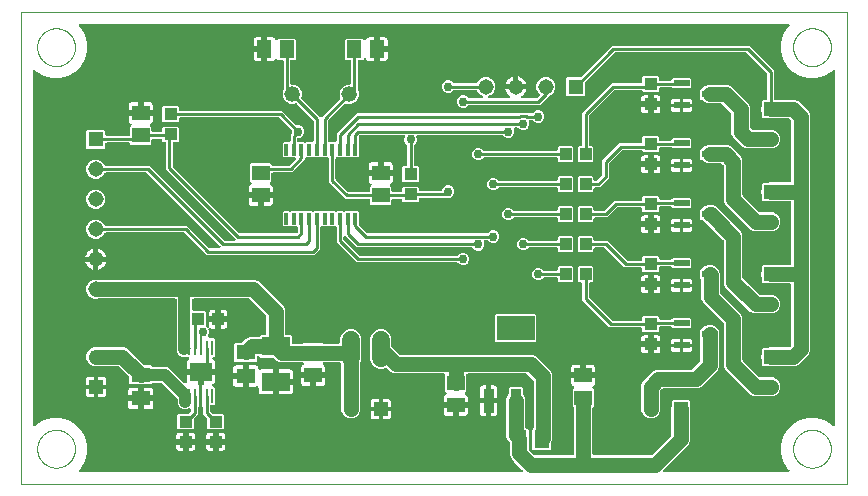
<source format=gtl>
G04 EAGLE Gerber RS-274X export*
G75*
%MOMM*%
%FSLAX34Y34*%
%LPD*%
%INTop Layer*%
%IPPOS*%
%AMOC8*
5,1,8,0,0,1.08239X$1,22.5*%
G01*
%ADD10C,0.000000*%
%ADD11R,1.208000X1.208000*%
%ADD12C,1.208000*%
%ADD13C,1.308000*%
%ADD14R,1.308000X1.308000*%
%ADD15R,0.304800X0.990600*%
%ADD16C,1.320800*%
%ADD17R,2.400000X1.600000*%
%ADD18R,0.177800X1.270000*%
%ADD19R,1.880000X1.570000*%
%ADD20R,1.100000X1.000000*%
%ADD21R,1.600000X1.300000*%
%ADD22R,1.000000X1.100000*%
%ADD23R,1.320800X0.609600*%
%ADD24R,1.300000X1.500000*%
%ADD25C,1.524000*%
%ADD26R,0.901600X2.066000*%
%ADD27R,3.201600X2.066000*%
%ADD28R,1.500000X1.300000*%
%ADD29C,0.254000*%
%ADD30C,1.270000*%
%ADD31C,1.016000*%
%ADD32C,0.756400*%
%ADD33C,0.203200*%

G36*
X424086Y10178D02*
X424086Y10178D01*
X424225Y10191D01*
X424244Y10198D01*
X424264Y10201D01*
X424393Y10252D01*
X424524Y10299D01*
X424541Y10310D01*
X424560Y10318D01*
X424672Y10399D01*
X424787Y10477D01*
X424801Y10493D01*
X424817Y10504D01*
X424906Y10612D01*
X424998Y10716D01*
X425007Y10734D01*
X425020Y10749D01*
X425079Y10875D01*
X425142Y10999D01*
X425147Y11019D01*
X425155Y11037D01*
X425181Y11173D01*
X425212Y11309D01*
X425211Y11330D01*
X425215Y11349D01*
X425207Y11488D01*
X425202Y11627D01*
X425197Y11647D01*
X425195Y11667D01*
X425153Y11799D01*
X425114Y11933D01*
X425104Y11950D01*
X425097Y11969D01*
X425023Y12087D01*
X424952Y12207D01*
X424934Y12228D01*
X424927Y12238D01*
X424912Y12252D01*
X424846Y12327D01*
X418018Y19156D01*
X415624Y21549D01*
X414425Y24444D01*
X414425Y29293D01*
X414413Y29391D01*
X414410Y29490D01*
X414393Y29548D01*
X414385Y29608D01*
X414349Y29700D01*
X414321Y29796D01*
X414291Y29848D01*
X414275Y29887D01*
X414275Y34462D01*
X414263Y34561D01*
X414260Y34660D01*
X414243Y34718D01*
X414235Y34778D01*
X414199Y34870D01*
X414171Y34965D01*
X414141Y35017D01*
X414118Y35074D01*
X414060Y35154D01*
X414010Y35239D01*
X413944Y35314D01*
X413932Y35331D01*
X413922Y35339D01*
X413904Y35360D01*
X412424Y36839D01*
X411225Y39734D01*
X411225Y72408D01*
X412424Y75303D01*
X412696Y75574D01*
X412756Y75652D01*
X412824Y75724D01*
X412853Y75777D01*
X412890Y75825D01*
X412930Y75916D01*
X412978Y76003D01*
X412993Y76062D01*
X413017Y76117D01*
X413032Y76215D01*
X413057Y76311D01*
X413063Y76411D01*
X413067Y76431D01*
X413065Y76444D01*
X413067Y76472D01*
X413067Y81804D01*
X413960Y82697D01*
X424240Y82697D01*
X425133Y81804D01*
X425133Y76472D01*
X425145Y76373D01*
X425148Y76274D01*
X425165Y76216D01*
X425173Y76156D01*
X425209Y76064D01*
X425237Y75969D01*
X425267Y75917D01*
X425290Y75860D01*
X425348Y75780D01*
X425398Y75695D01*
X425464Y75620D01*
X425476Y75603D01*
X425486Y75595D01*
X425504Y75574D01*
X425776Y75303D01*
X426975Y72408D01*
X426975Y48394D01*
X426990Y48276D01*
X426997Y48157D01*
X427010Y48119D01*
X427015Y48078D01*
X427058Y47968D01*
X427095Y47855D01*
X427117Y47820D01*
X427132Y47783D01*
X427201Y47687D01*
X427265Y47586D01*
X427295Y47558D01*
X427318Y47525D01*
X427410Y47449D01*
X427497Y47368D01*
X427532Y47348D01*
X427563Y47323D01*
X427671Y47272D01*
X427775Y47214D01*
X427815Y47204D01*
X427851Y47187D01*
X427968Y47165D01*
X428083Y47135D01*
X428143Y47131D01*
X428163Y47127D01*
X428184Y47129D01*
X428244Y47125D01*
X429432Y47125D01*
X430325Y46232D01*
X430325Y29648D01*
X430337Y29549D01*
X430340Y29450D01*
X430357Y29392D01*
X430365Y29332D01*
X430401Y29240D01*
X430429Y29145D01*
X430459Y29093D01*
X430482Y29036D01*
X430540Y28956D01*
X430590Y28871D01*
X430656Y28795D01*
X430668Y28779D01*
X430678Y28771D01*
X430696Y28750D01*
X434690Y24756D01*
X434768Y24696D01*
X434840Y24628D01*
X434893Y24599D01*
X434941Y24562D01*
X435032Y24522D01*
X435119Y24474D01*
X435177Y24459D01*
X435233Y24435D01*
X435331Y24420D01*
X435427Y24395D01*
X435527Y24389D01*
X435547Y24385D01*
X435560Y24387D01*
X435588Y24385D01*
X467106Y24385D01*
X467224Y24400D01*
X467343Y24407D01*
X467381Y24420D01*
X467422Y24425D01*
X467532Y24468D01*
X467645Y24505D01*
X467680Y24527D01*
X467717Y24542D01*
X467813Y24611D01*
X467914Y24675D01*
X467942Y24705D01*
X467975Y24728D01*
X468051Y24820D01*
X468132Y24907D01*
X468152Y24942D01*
X468177Y24973D01*
X468228Y25081D01*
X468286Y25185D01*
X468296Y25225D01*
X468313Y25261D01*
X468335Y25378D01*
X468365Y25493D01*
X468369Y25553D01*
X468373Y25573D01*
X468371Y25594D01*
X468375Y25654D01*
X468375Y64243D01*
X468363Y64341D01*
X468360Y64440D01*
X468343Y64498D01*
X468335Y64558D01*
X468299Y64650D01*
X468271Y64745D01*
X468241Y64798D01*
X468218Y64854D01*
X468160Y64934D01*
X468110Y65019D01*
X468044Y65095D01*
X468032Y65111D01*
X468022Y65119D01*
X468004Y65140D01*
X467225Y65918D01*
X467225Y80182D01*
X468157Y81114D01*
X468234Y81213D01*
X468316Y81308D01*
X468332Y81338D01*
X468352Y81365D01*
X468402Y81480D01*
X468458Y81593D01*
X468465Y81626D01*
X468479Y81657D01*
X468498Y81781D01*
X468524Y81904D01*
X468523Y81937D01*
X468528Y81971D01*
X468517Y82096D01*
X468511Y82221D01*
X468502Y82254D01*
X468499Y82287D01*
X468456Y82406D01*
X468420Y82526D01*
X468402Y82555D01*
X468391Y82587D01*
X468320Y82691D01*
X468255Y82798D01*
X468231Y82822D01*
X468212Y82850D01*
X468118Y82933D01*
X468028Y83021D01*
X467988Y83048D01*
X467974Y83060D01*
X467954Y83070D01*
X467894Y83110D01*
X467190Y83517D01*
X466717Y83990D01*
X466382Y84569D01*
X466209Y85216D01*
X466209Y89511D01*
X474980Y89511D01*
X475098Y89526D01*
X475217Y89533D01*
X475255Y89546D01*
X475295Y89551D01*
X475406Y89594D01*
X475519Y89631D01*
X475554Y89653D01*
X475591Y89668D01*
X475687Y89738D01*
X475788Y89801D01*
X475816Y89831D01*
X475848Y89855D01*
X475924Y89946D01*
X476006Y90033D01*
X476025Y90068D01*
X476051Y90099D01*
X476102Y90207D01*
X476159Y90311D01*
X476170Y90351D01*
X476187Y90387D01*
X476209Y90504D01*
X476239Y90619D01*
X476243Y90680D01*
X476247Y90700D01*
X476245Y90720D01*
X476249Y90780D01*
X476249Y92051D01*
X476251Y92051D01*
X476251Y90780D01*
X476266Y90662D01*
X476273Y90543D01*
X476286Y90505D01*
X476291Y90465D01*
X476335Y90354D01*
X476371Y90241D01*
X476393Y90206D01*
X476408Y90169D01*
X476478Y90073D01*
X476541Y89972D01*
X476571Y89944D01*
X476595Y89911D01*
X476686Y89836D01*
X476773Y89754D01*
X476808Y89734D01*
X476840Y89709D01*
X476947Y89658D01*
X477051Y89600D01*
X477091Y89590D01*
X477127Y89573D01*
X477244Y89551D01*
X477359Y89521D01*
X477420Y89517D01*
X477440Y89513D01*
X477460Y89515D01*
X477520Y89511D01*
X486291Y89511D01*
X486291Y85216D01*
X486118Y84569D01*
X485783Y83990D01*
X485310Y83517D01*
X484606Y83110D01*
X484506Y83034D01*
X484401Y82964D01*
X484379Y82938D01*
X484352Y82918D01*
X484274Y82819D01*
X484191Y82725D01*
X484176Y82695D01*
X484155Y82669D01*
X484104Y82554D01*
X484046Y82442D01*
X484039Y82409D01*
X484025Y82378D01*
X484004Y82254D01*
X483977Y82132D01*
X483978Y82098D01*
X483972Y82065D01*
X483983Y81939D01*
X483986Y81814D01*
X483996Y81781D01*
X483999Y81748D01*
X484040Y81629D01*
X484075Y81508D01*
X484092Y81479D01*
X484103Y81447D01*
X484173Y81342D01*
X484236Y81234D01*
X484269Y81198D01*
X484279Y81182D01*
X484295Y81168D01*
X484343Y81114D01*
X485275Y80182D01*
X485275Y65918D01*
X484496Y65140D01*
X484436Y65062D01*
X484368Y64990D01*
X484339Y64937D01*
X484302Y64889D01*
X484262Y64798D01*
X484214Y64711D01*
X484199Y64653D01*
X484175Y64597D01*
X484160Y64499D01*
X484135Y64403D01*
X484129Y64303D01*
X484125Y64283D01*
X484127Y64271D01*
X484125Y64243D01*
X484125Y25654D01*
X484140Y25536D01*
X484147Y25417D01*
X484160Y25379D01*
X484165Y25338D01*
X484208Y25228D01*
X484245Y25115D01*
X484267Y25080D01*
X484282Y25043D01*
X484351Y24947D01*
X484415Y24846D01*
X484445Y24818D01*
X484468Y24785D01*
X484560Y24709D01*
X484647Y24628D01*
X484682Y24608D01*
X484713Y24583D01*
X484821Y24532D01*
X484925Y24474D01*
X484965Y24464D01*
X485001Y24447D01*
X485118Y24425D01*
X485233Y24395D01*
X485293Y24391D01*
X485313Y24387D01*
X485334Y24389D01*
X485394Y24385D01*
X533422Y24385D01*
X533521Y24397D01*
X533620Y24400D01*
X533678Y24417D01*
X533738Y24425D01*
X533830Y24461D01*
X533925Y24489D01*
X533977Y24519D01*
X534034Y24542D01*
X534114Y24600D01*
X534199Y24650D01*
X534274Y24716D01*
X534291Y24728D01*
X534299Y24738D01*
X534320Y24756D01*
X550554Y40990D01*
X550614Y41068D01*
X550682Y41140D01*
X550709Y41189D01*
X550727Y41211D01*
X550731Y41219D01*
X550748Y41241D01*
X550788Y41332D01*
X550836Y41419D01*
X550848Y41468D01*
X550863Y41499D01*
X550865Y41511D01*
X550875Y41533D01*
X550890Y41631D01*
X550915Y41727D01*
X550919Y41794D01*
X550923Y41811D01*
X550922Y41828D01*
X550925Y41847D01*
X550923Y41860D01*
X550925Y41888D01*
X550925Y65066D01*
X551139Y65581D01*
X551141Y65590D01*
X551146Y65599D01*
X551183Y65743D01*
X551223Y65888D01*
X551223Y65898D01*
X551225Y65907D01*
X551235Y66067D01*
X551235Y70172D01*
X552128Y71065D01*
X556233Y71065D01*
X556242Y71066D01*
X556251Y71065D01*
X556400Y71086D01*
X556548Y71105D01*
X556557Y71108D01*
X556566Y71109D01*
X556719Y71161D01*
X557234Y71375D01*
X560366Y71375D01*
X560881Y71161D01*
X560890Y71159D01*
X560899Y71154D01*
X561043Y71117D01*
X561188Y71077D01*
X561198Y71077D01*
X561207Y71075D01*
X561367Y71065D01*
X565472Y71065D01*
X566365Y70172D01*
X566365Y66067D01*
X566366Y66058D01*
X566365Y66049D01*
X566386Y65900D01*
X566405Y65752D01*
X566408Y65743D01*
X566409Y65734D01*
X566461Y65581D01*
X566675Y65066D01*
X566675Y36534D01*
X565476Y33639D01*
X563082Y31246D01*
X544164Y12327D01*
X544079Y12218D01*
X543990Y12111D01*
X543982Y12092D01*
X543969Y12076D01*
X543914Y11948D01*
X543855Y11823D01*
X543851Y11803D01*
X543843Y11784D01*
X543821Y11646D01*
X543795Y11510D01*
X543796Y11490D01*
X543793Y11470D01*
X543806Y11331D01*
X543815Y11193D01*
X543821Y11174D01*
X543823Y11154D01*
X543870Y11022D01*
X543913Y10891D01*
X543923Y10873D01*
X543930Y10854D01*
X544008Y10739D01*
X544083Y10622D01*
X544098Y10608D01*
X544109Y10591D01*
X544213Y10499D01*
X544314Y10404D01*
X544332Y10394D01*
X544347Y10381D01*
X544471Y10317D01*
X544593Y10250D01*
X544612Y10245D01*
X544631Y10236D01*
X544766Y10206D01*
X544901Y10171D01*
X544929Y10169D01*
X544941Y10166D01*
X544961Y10167D01*
X545062Y10161D01*
X649778Y10161D01*
X649916Y10178D01*
X650055Y10191D01*
X650074Y10198D01*
X650094Y10201D01*
X650223Y10252D01*
X650354Y10299D01*
X650371Y10310D01*
X650389Y10318D01*
X650502Y10399D01*
X650617Y10477D01*
X650630Y10493D01*
X650647Y10504D01*
X650736Y10612D01*
X650827Y10716D01*
X650837Y10734D01*
X650850Y10749D01*
X650909Y10875D01*
X650972Y10999D01*
X650976Y11019D01*
X650985Y11037D01*
X651011Y11174D01*
X651042Y11309D01*
X651041Y11330D01*
X651045Y11349D01*
X651036Y11488D01*
X651032Y11627D01*
X651026Y11647D01*
X651025Y11667D01*
X650982Y11799D01*
X650944Y11933D01*
X650933Y11950D01*
X650927Y11969D01*
X650852Y12087D01*
X650782Y12207D01*
X650764Y12228D01*
X650757Y12238D01*
X650742Y12252D01*
X650676Y12327D01*
X649066Y13937D01*
X645622Y19902D01*
X643839Y26556D01*
X643839Y33444D01*
X645622Y40098D01*
X649066Y46063D01*
X653937Y50934D01*
X659902Y54378D01*
X666556Y56161D01*
X673444Y56161D01*
X680098Y54378D01*
X686063Y50934D01*
X687673Y49324D01*
X687782Y49239D01*
X687889Y49150D01*
X687908Y49142D01*
X687924Y49129D01*
X688052Y49074D01*
X688177Y49015D01*
X688197Y49011D01*
X688216Y49003D01*
X688354Y48981D01*
X688490Y48955D01*
X688510Y48956D01*
X688530Y48953D01*
X688669Y48966D01*
X688807Y48975D01*
X688826Y48981D01*
X688846Y48983D01*
X688978Y49030D01*
X689109Y49073D01*
X689127Y49084D01*
X689146Y49091D01*
X689261Y49169D01*
X689378Y49243D01*
X689392Y49258D01*
X689409Y49269D01*
X689501Y49373D01*
X689596Y49475D01*
X689606Y49492D01*
X689619Y49508D01*
X689683Y49632D01*
X689750Y49753D01*
X689755Y49773D01*
X689764Y49791D01*
X689794Y49927D01*
X689829Y50061D01*
X689831Y50089D01*
X689834Y50101D01*
X689833Y50122D01*
X689839Y50222D01*
X689839Y349778D01*
X689822Y349916D01*
X689809Y350055D01*
X689802Y350074D01*
X689799Y350094D01*
X689748Y350223D01*
X689701Y350354D01*
X689690Y350371D01*
X689682Y350389D01*
X689601Y350502D01*
X689523Y350617D01*
X689507Y350630D01*
X689496Y350647D01*
X689388Y350736D01*
X689284Y350827D01*
X689266Y350837D01*
X689251Y350850D01*
X689125Y350909D01*
X689001Y350972D01*
X688981Y350976D01*
X688963Y350985D01*
X688826Y351011D01*
X688691Y351042D01*
X688670Y351041D01*
X688651Y351045D01*
X688512Y351036D01*
X688373Y351032D01*
X688353Y351026D01*
X688333Y351025D01*
X688201Y350982D01*
X688067Y350944D01*
X688050Y350933D01*
X688031Y350927D01*
X687913Y350852D01*
X687793Y350782D01*
X687772Y350764D01*
X687762Y350757D01*
X687748Y350742D01*
X687673Y350676D01*
X686063Y349066D01*
X680098Y345622D01*
X673444Y343839D01*
X666556Y343839D01*
X659902Y345622D01*
X653937Y349066D01*
X649066Y353937D01*
X645622Y359902D01*
X643839Y366556D01*
X643839Y373444D01*
X645622Y380098D01*
X649066Y386063D01*
X650676Y387673D01*
X650761Y387782D01*
X650850Y387889D01*
X650858Y387908D01*
X650871Y387924D01*
X650926Y388052D01*
X650985Y388177D01*
X650989Y388197D01*
X650997Y388216D01*
X651019Y388354D01*
X651045Y388490D01*
X651044Y388510D01*
X651047Y388530D01*
X651034Y388669D01*
X651025Y388807D01*
X651019Y388826D01*
X651017Y388846D01*
X650970Y388978D01*
X650927Y389109D01*
X650916Y389127D01*
X650909Y389146D01*
X650831Y389261D01*
X650757Y389378D01*
X650742Y389392D01*
X650731Y389409D01*
X650627Y389501D01*
X650525Y389596D01*
X650508Y389606D01*
X650492Y389619D01*
X650368Y389683D01*
X650247Y389750D01*
X650227Y389755D01*
X650209Y389764D01*
X650073Y389794D01*
X649939Y389829D01*
X649911Y389831D01*
X649899Y389834D01*
X649878Y389833D01*
X649778Y389839D01*
X50222Y389839D01*
X50084Y389822D01*
X49945Y389809D01*
X49926Y389802D01*
X49906Y389799D01*
X49777Y389748D01*
X49646Y389701D01*
X49629Y389690D01*
X49611Y389682D01*
X49498Y389601D01*
X49383Y389523D01*
X49370Y389507D01*
X49353Y389496D01*
X49264Y389388D01*
X49173Y389284D01*
X49163Y389266D01*
X49150Y389251D01*
X49091Y389125D01*
X49028Y389001D01*
X49024Y388981D01*
X49015Y388963D01*
X48989Y388826D01*
X48958Y388691D01*
X48959Y388670D01*
X48955Y388651D01*
X48964Y388512D01*
X48968Y388373D01*
X48974Y388353D01*
X48975Y388333D01*
X49018Y388201D01*
X49056Y388067D01*
X49067Y388050D01*
X49073Y388031D01*
X49148Y387913D01*
X49218Y387793D01*
X49236Y387772D01*
X49243Y387762D01*
X49258Y387748D01*
X49324Y387673D01*
X50934Y386063D01*
X54378Y380098D01*
X56161Y373444D01*
X56161Y366556D01*
X54378Y359902D01*
X50934Y353937D01*
X46063Y349066D01*
X40098Y345622D01*
X33444Y343839D01*
X26556Y343839D01*
X19902Y345622D01*
X13937Y349066D01*
X12327Y350676D01*
X12218Y350761D01*
X12111Y350850D01*
X12092Y350858D01*
X12076Y350871D01*
X11948Y350926D01*
X11823Y350985D01*
X11803Y350989D01*
X11784Y350997D01*
X11646Y351019D01*
X11510Y351045D01*
X11490Y351044D01*
X11470Y351047D01*
X11331Y351034D01*
X11193Y351025D01*
X11174Y351019D01*
X11154Y351017D01*
X11022Y350970D01*
X10891Y350927D01*
X10873Y350916D01*
X10854Y350909D01*
X10739Y350831D01*
X10622Y350757D01*
X10608Y350742D01*
X10591Y350731D01*
X10499Y350627D01*
X10404Y350525D01*
X10394Y350508D01*
X10381Y350492D01*
X10317Y350368D01*
X10250Y350247D01*
X10245Y350227D01*
X10236Y350209D01*
X10206Y350073D01*
X10171Y349939D01*
X10169Y349911D01*
X10166Y349899D01*
X10167Y349878D01*
X10161Y349778D01*
X10161Y50222D01*
X10178Y50084D01*
X10191Y49945D01*
X10198Y49926D01*
X10201Y49906D01*
X10252Y49777D01*
X10299Y49646D01*
X10310Y49629D01*
X10318Y49611D01*
X10399Y49498D01*
X10477Y49383D01*
X10493Y49370D01*
X10504Y49353D01*
X10612Y49264D01*
X10716Y49173D01*
X10734Y49163D01*
X10749Y49150D01*
X10875Y49091D01*
X10999Y49028D01*
X11019Y49024D01*
X11037Y49015D01*
X11174Y48989D01*
X11309Y48958D01*
X11330Y48959D01*
X11349Y48955D01*
X11488Y48964D01*
X11627Y48968D01*
X11647Y48974D01*
X11667Y48975D01*
X11799Y49018D01*
X11933Y49056D01*
X11950Y49067D01*
X11969Y49073D01*
X12087Y49148D01*
X12207Y49218D01*
X12228Y49236D01*
X12238Y49243D01*
X12252Y49258D01*
X12327Y49324D01*
X13937Y50934D01*
X19902Y54378D01*
X26556Y56161D01*
X33444Y56161D01*
X40098Y54378D01*
X46063Y50934D01*
X50934Y46063D01*
X54378Y40098D01*
X56161Y33444D01*
X56161Y26556D01*
X54378Y19902D01*
X50934Y13937D01*
X49324Y12327D01*
X49239Y12218D01*
X49150Y12111D01*
X49142Y12092D01*
X49129Y12076D01*
X49074Y11948D01*
X49015Y11823D01*
X49011Y11803D01*
X49003Y11784D01*
X48981Y11646D01*
X48955Y11510D01*
X48956Y11490D01*
X48953Y11470D01*
X48966Y11331D01*
X48975Y11193D01*
X48981Y11174D01*
X48983Y11154D01*
X49030Y11022D01*
X49073Y10891D01*
X49084Y10873D01*
X49091Y10854D01*
X49169Y10739D01*
X49243Y10622D01*
X49258Y10608D01*
X49269Y10591D01*
X49373Y10499D01*
X49475Y10404D01*
X49492Y10394D01*
X49508Y10381D01*
X49632Y10317D01*
X49753Y10250D01*
X49773Y10245D01*
X49791Y10236D01*
X49927Y10206D01*
X50061Y10171D01*
X50089Y10169D01*
X50101Y10166D01*
X50122Y10167D01*
X50222Y10161D01*
X423948Y10161D01*
X424086Y10178D01*
G37*
%LPC*%
G36*
X296668Y236475D02*
X296668Y236475D01*
X295775Y237368D01*
X295775Y240436D01*
X295760Y240554D01*
X295753Y240673D01*
X295740Y240711D01*
X295735Y240752D01*
X295692Y240862D01*
X295655Y240975D01*
X295633Y241010D01*
X295618Y241047D01*
X295549Y241143D01*
X295485Y241244D01*
X295455Y241272D01*
X295432Y241305D01*
X295340Y241381D01*
X295253Y241462D01*
X295218Y241482D01*
X295187Y241507D01*
X295079Y241558D01*
X294975Y241616D01*
X294935Y241626D01*
X294899Y241643D01*
X294782Y241665D01*
X294667Y241695D01*
X294607Y241699D01*
X294587Y241703D01*
X294566Y241701D01*
X294506Y241705D01*
X275042Y241705D01*
X260955Y255792D01*
X260955Y275431D01*
X260940Y275549D01*
X260933Y275668D01*
X260920Y275706D01*
X260915Y275747D01*
X260872Y275857D01*
X260835Y275970D01*
X260813Y276005D01*
X260798Y276042D01*
X260729Y276138D01*
X260665Y276239D01*
X260635Y276267D01*
X260612Y276300D01*
X260520Y276376D01*
X260433Y276457D01*
X260398Y276477D01*
X260367Y276502D01*
X260259Y276553D01*
X260155Y276611D01*
X260115Y276621D01*
X260079Y276638D01*
X259962Y276660D01*
X259847Y276690D01*
X259787Y276694D01*
X259767Y276698D01*
X259746Y276696D01*
X259686Y276700D01*
X255094Y276700D01*
X254898Y276897D01*
X254803Y276970D01*
X254714Y277049D01*
X254678Y277067D01*
X254646Y277092D01*
X254537Y277139D01*
X254431Y277194D01*
X254392Y277202D01*
X254354Y277218D01*
X254237Y277237D01*
X254121Y277263D01*
X254080Y277262D01*
X254040Y277268D01*
X253922Y277257D01*
X253803Y277254D01*
X253764Y277242D01*
X253724Y277239D01*
X253612Y277198D01*
X253497Y277165D01*
X253462Y277145D01*
X253424Y277131D01*
X253326Y277064D01*
X253223Y277004D01*
X253178Y276964D01*
X253161Y276952D01*
X253148Y276937D01*
X253103Y276897D01*
X252906Y276700D01*
X248594Y276700D01*
X248398Y276897D01*
X248303Y276970D01*
X248214Y277049D01*
X248178Y277067D01*
X248146Y277092D01*
X248037Y277139D01*
X247931Y277194D01*
X247892Y277202D01*
X247854Y277218D01*
X247737Y277237D01*
X247621Y277263D01*
X247580Y277262D01*
X247540Y277268D01*
X247422Y277257D01*
X247303Y277254D01*
X247264Y277242D01*
X247224Y277239D01*
X247112Y277198D01*
X246997Y277165D01*
X246962Y277145D01*
X246924Y277131D01*
X246826Y277064D01*
X246723Y277004D01*
X246678Y276964D01*
X246661Y276952D01*
X246648Y276937D01*
X246603Y276897D01*
X246406Y276700D01*
X241814Y276700D01*
X241696Y276685D01*
X241577Y276678D01*
X241539Y276665D01*
X241498Y276660D01*
X241388Y276617D01*
X241275Y276580D01*
X241240Y276558D01*
X241203Y276543D01*
X241107Y276474D01*
X241006Y276410D01*
X240978Y276380D01*
X240945Y276357D01*
X240869Y276265D01*
X240788Y276178D01*
X240768Y276143D01*
X240743Y276112D01*
X240692Y276004D01*
X240634Y275900D01*
X240624Y275860D01*
X240607Y275824D01*
X240585Y275707D01*
X240555Y275592D01*
X240551Y275532D01*
X240547Y275512D01*
X240549Y275491D01*
X240545Y275431D01*
X240545Y274692D01*
X229758Y263905D01*
X213494Y263905D01*
X213376Y263890D01*
X213257Y263883D01*
X213219Y263870D01*
X213178Y263865D01*
X213068Y263822D01*
X212955Y263785D01*
X212920Y263763D01*
X212883Y263748D01*
X212787Y263679D01*
X212686Y263615D01*
X212658Y263585D01*
X212625Y263562D01*
X212549Y263470D01*
X212468Y263383D01*
X212448Y263348D01*
X212423Y263317D01*
X212372Y263209D01*
X212314Y263105D01*
X212304Y263065D01*
X212287Y263029D01*
X212265Y262912D01*
X212235Y262797D01*
X212231Y262737D01*
X212227Y262717D01*
X212229Y262696D01*
X212225Y262636D01*
X212225Y256368D01*
X211293Y255436D01*
X211216Y255337D01*
X211134Y255242D01*
X211119Y255212D01*
X211098Y255185D01*
X211048Y255069D01*
X210992Y254957D01*
X210985Y254924D01*
X210971Y254893D01*
X210952Y254769D01*
X210926Y254646D01*
X210927Y254613D01*
X210922Y254579D01*
X210933Y254454D01*
X210939Y254328D01*
X210948Y254296D01*
X210951Y254263D01*
X210994Y254144D01*
X211030Y254024D01*
X211048Y253995D01*
X211059Y253963D01*
X211130Y253859D01*
X211195Y253752D01*
X211219Y253728D01*
X211238Y253700D01*
X211332Y253617D01*
X211422Y253529D01*
X211462Y253502D01*
X211476Y253490D01*
X211495Y253480D01*
X211556Y253440D01*
X212260Y253033D01*
X212733Y252560D01*
X213068Y251981D01*
X213241Y251334D01*
X213241Y247039D01*
X204470Y247039D01*
X204352Y247024D01*
X204233Y247017D01*
X204195Y247004D01*
X204155Y246999D01*
X204044Y246955D01*
X203931Y246919D01*
X203896Y246897D01*
X203859Y246882D01*
X203763Y246812D01*
X203662Y246749D01*
X203634Y246719D01*
X203602Y246695D01*
X203526Y246604D01*
X203444Y246517D01*
X203425Y246482D01*
X203399Y246450D01*
X203348Y246343D01*
X203291Y246239D01*
X203280Y246199D01*
X203263Y246163D01*
X203241Y246046D01*
X203211Y245931D01*
X203207Y245870D01*
X203203Y245850D01*
X203205Y245830D01*
X203201Y245770D01*
X203201Y244499D01*
X203199Y244499D01*
X203199Y245770D01*
X203184Y245888D01*
X203177Y246007D01*
X203164Y246045D01*
X203159Y246085D01*
X203115Y246196D01*
X203079Y246309D01*
X203057Y246344D01*
X203042Y246381D01*
X202972Y246477D01*
X202909Y246578D01*
X202879Y246606D01*
X202855Y246638D01*
X202764Y246714D01*
X202677Y246796D01*
X202642Y246815D01*
X202610Y246841D01*
X202503Y246892D01*
X202399Y246949D01*
X202359Y246960D01*
X202323Y246977D01*
X202206Y246999D01*
X202091Y247029D01*
X202030Y247033D01*
X202010Y247037D01*
X201990Y247035D01*
X201930Y247039D01*
X193159Y247039D01*
X193159Y251334D01*
X193332Y251981D01*
X193667Y252560D01*
X194140Y253033D01*
X194844Y253440D01*
X194944Y253516D01*
X195048Y253586D01*
X195071Y253612D01*
X195098Y253632D01*
X195176Y253731D01*
X195259Y253825D01*
X195274Y253855D01*
X195295Y253881D01*
X195346Y253996D01*
X195404Y254108D01*
X195411Y254141D01*
X195425Y254172D01*
X195446Y254296D01*
X195473Y254418D01*
X195472Y254452D01*
X195478Y254485D01*
X195467Y254611D01*
X195464Y254736D01*
X195454Y254769D01*
X195451Y254802D01*
X195410Y254921D01*
X195375Y255042D01*
X195358Y255071D01*
X195347Y255103D01*
X195278Y255207D01*
X195214Y255316D01*
X195181Y255352D01*
X195171Y255368D01*
X195155Y255382D01*
X195107Y255436D01*
X194175Y256368D01*
X194175Y270632D01*
X195068Y271525D01*
X211332Y271525D01*
X212242Y270615D01*
X212247Y270527D01*
X212260Y270489D01*
X212265Y270448D01*
X212308Y270338D01*
X212345Y270225D01*
X212367Y270190D01*
X212382Y270153D01*
X212451Y270057D01*
X212515Y269956D01*
X212545Y269928D01*
X212568Y269895D01*
X212660Y269819D01*
X212747Y269738D01*
X212782Y269718D01*
X212813Y269693D01*
X212921Y269642D01*
X213025Y269584D01*
X213065Y269574D01*
X213101Y269557D01*
X213218Y269535D01*
X213333Y269505D01*
X213393Y269501D01*
X213413Y269497D01*
X213434Y269499D01*
X213494Y269495D01*
X226917Y269495D01*
X227015Y269507D01*
X227114Y269510D01*
X227172Y269527D01*
X227232Y269535D01*
X227324Y269571D01*
X227419Y269599D01*
X227472Y269629D01*
X227528Y269652D01*
X227608Y269710D01*
X227693Y269760D01*
X227769Y269826D01*
X227785Y269838D01*
X227793Y269848D01*
X227814Y269866D01*
X232481Y274534D01*
X232566Y274643D01*
X232655Y274750D01*
X232664Y274769D01*
X232676Y274785D01*
X232732Y274913D01*
X232791Y275038D01*
X232794Y275058D01*
X232802Y275077D01*
X232824Y275215D01*
X232850Y275351D01*
X232849Y275371D01*
X232852Y275391D01*
X232839Y275530D01*
X232831Y275668D01*
X232824Y275687D01*
X232823Y275707D01*
X232775Y275839D01*
X232733Y275970D01*
X232722Y275988D01*
X232715Y276007D01*
X232637Y276122D01*
X232562Y276239D01*
X232548Y276253D01*
X232536Y276270D01*
X232432Y276362D01*
X232331Y276457D01*
X232313Y276467D01*
X232298Y276480D01*
X232174Y276544D01*
X232052Y276611D01*
X232033Y276616D01*
X232015Y276625D01*
X231879Y276655D01*
X231744Y276690D01*
X231716Y276692D01*
X231704Y276695D01*
X231684Y276694D01*
X231584Y276700D01*
X229094Y276700D01*
X228898Y276897D01*
X228803Y276970D01*
X228714Y277049D01*
X228678Y277067D01*
X228646Y277092D01*
X228537Y277139D01*
X228431Y277194D01*
X228392Y277202D01*
X228354Y277218D01*
X228237Y277237D01*
X228121Y277263D01*
X228080Y277262D01*
X228040Y277268D01*
X227922Y277257D01*
X227803Y277254D01*
X227764Y277242D01*
X227724Y277239D01*
X227612Y277198D01*
X227497Y277165D01*
X227462Y277145D01*
X227424Y277131D01*
X227326Y277064D01*
X227223Y277004D01*
X227178Y276964D01*
X227161Y276952D01*
X227148Y276937D01*
X227103Y276897D01*
X226906Y276700D01*
X222594Y276700D01*
X221701Y277593D01*
X221701Y288763D01*
X222594Y289656D01*
X227186Y289656D01*
X227304Y289671D01*
X227423Y289678D01*
X227461Y289691D01*
X227502Y289696D01*
X227612Y289739D01*
X227725Y289776D01*
X227760Y289798D01*
X227797Y289813D01*
X227893Y289882D01*
X227994Y289946D01*
X228022Y289976D01*
X228055Y289999D01*
X228131Y290091D01*
X228212Y290178D01*
X228232Y290213D01*
X228257Y290244D01*
X228308Y290352D01*
X228366Y290456D01*
X228376Y290496D01*
X228393Y290532D01*
X228415Y290649D01*
X228445Y290764D01*
X228449Y290824D01*
X228453Y290844D01*
X228451Y290865D01*
X228455Y290925D01*
X228455Y295908D01*
X229272Y296724D01*
X229332Y296802D01*
X229400Y296874D01*
X229429Y296927D01*
X229466Y296975D01*
X229506Y297066D01*
X229554Y297153D01*
X229569Y297211D01*
X229593Y297267D01*
X229608Y297365D01*
X229633Y297461D01*
X229639Y297561D01*
X229643Y297581D01*
X229641Y297593D01*
X229643Y297621D01*
X229643Y299279D01*
X229631Y299377D01*
X229628Y299476D01*
X229611Y299534D01*
X229603Y299594D01*
X229567Y299686D01*
X229539Y299781D01*
X229509Y299834D01*
X229486Y299890D01*
X229428Y299970D01*
X229378Y300055D01*
X229312Y300131D01*
X229300Y300147D01*
X229290Y300155D01*
X229272Y300176D01*
X219314Y310134D01*
X219236Y310194D01*
X219164Y310262D01*
X219111Y310291D01*
X219063Y310328D01*
X218972Y310368D01*
X218885Y310416D01*
X218827Y310431D01*
X218771Y310455D01*
X218673Y310470D01*
X218577Y310495D01*
X218477Y310501D01*
X218457Y310505D01*
X218445Y310503D01*
X218417Y310505D01*
X135294Y310505D01*
X135176Y310490D01*
X135057Y310483D01*
X135019Y310470D01*
X134978Y310465D01*
X134868Y310422D01*
X134755Y310385D01*
X134720Y310363D01*
X134683Y310348D01*
X134587Y310279D01*
X134486Y310215D01*
X134458Y310185D01*
X134425Y310162D01*
X134349Y310070D01*
X134268Y309983D01*
X134248Y309948D01*
X134223Y309917D01*
X134172Y309809D01*
X134114Y309705D01*
X134104Y309665D01*
X134087Y309629D01*
X134065Y309512D01*
X134035Y309397D01*
X134031Y309337D01*
X134027Y309317D01*
X134029Y309296D01*
X134025Y309236D01*
X134025Y307668D01*
X133132Y306775D01*
X120868Y306775D01*
X119975Y307668D01*
X119975Y318932D01*
X120868Y319825D01*
X133132Y319825D01*
X134025Y318932D01*
X134025Y317364D01*
X134040Y317246D01*
X134047Y317127D01*
X134060Y317089D01*
X134065Y317048D01*
X134108Y316938D01*
X134145Y316825D01*
X134167Y316790D01*
X134182Y316753D01*
X134251Y316657D01*
X134315Y316556D01*
X134345Y316528D01*
X134368Y316495D01*
X134460Y316419D01*
X134547Y316338D01*
X134582Y316318D01*
X134613Y316293D01*
X134721Y316242D01*
X134825Y316184D01*
X134865Y316174D01*
X134901Y316157D01*
X135018Y316135D01*
X135133Y316105D01*
X135193Y316101D01*
X135213Y316097D01*
X135234Y316099D01*
X135294Y316095D01*
X221258Y316095D01*
X233224Y304128D01*
X233302Y304068D01*
X233374Y304000D01*
X233427Y303971D01*
X233475Y303934D01*
X233566Y303894D01*
X233653Y303846D01*
X233711Y303831D01*
X233767Y303807D01*
X233865Y303792D01*
X233961Y303767D01*
X234061Y303761D01*
X234081Y303757D01*
X234093Y303759D01*
X234121Y303757D01*
X236006Y303757D01*
X237956Y302949D01*
X239449Y301456D01*
X240257Y299506D01*
X240257Y297394D01*
X239449Y295444D01*
X237956Y293951D01*
X236006Y293143D01*
X235314Y293143D01*
X235196Y293128D01*
X235077Y293121D01*
X235039Y293108D01*
X234998Y293103D01*
X234888Y293060D01*
X234775Y293023D01*
X234740Y293001D01*
X234703Y292986D01*
X234607Y292917D01*
X234506Y292853D01*
X234478Y292823D01*
X234445Y292800D01*
X234369Y292708D01*
X234288Y292621D01*
X234268Y292586D01*
X234243Y292555D01*
X234192Y292447D01*
X234134Y292343D01*
X234124Y292303D01*
X234107Y292267D01*
X234085Y292150D01*
X234055Y292035D01*
X234051Y291975D01*
X234047Y291955D01*
X234049Y291934D01*
X234045Y291874D01*
X234045Y290925D01*
X234060Y290807D01*
X234067Y290688D01*
X234080Y290650D01*
X234085Y290609D01*
X234128Y290499D01*
X234165Y290386D01*
X234187Y290351D01*
X234202Y290314D01*
X234271Y290218D01*
X234335Y290117D01*
X234365Y290089D01*
X234388Y290056D01*
X234480Y289980D01*
X234567Y289899D01*
X234602Y289879D01*
X234633Y289854D01*
X234741Y289803D01*
X234845Y289745D01*
X234885Y289735D01*
X234921Y289718D01*
X235038Y289696D01*
X235153Y289666D01*
X235213Y289662D01*
X235233Y289658D01*
X235254Y289660D01*
X235314Y289656D01*
X239906Y289656D01*
X240103Y289459D01*
X240197Y289386D01*
X240286Y289307D01*
X240322Y289289D01*
X240354Y289264D01*
X240463Y289217D01*
X240569Y289162D01*
X240609Y289154D01*
X240646Y289138D01*
X240763Y289119D01*
X240879Y289093D01*
X240920Y289094D01*
X240960Y289088D01*
X241079Y289099D01*
X241197Y289102D01*
X241236Y289114D01*
X241276Y289117D01*
X241389Y289158D01*
X241503Y289191D01*
X241538Y289211D01*
X241576Y289225D01*
X241674Y289292D01*
X241777Y289352D01*
X241822Y289392D01*
X241839Y289404D01*
X241852Y289419D01*
X241898Y289459D01*
X242094Y289656D01*
X246686Y289656D01*
X246804Y289671D01*
X246923Y289678D01*
X246961Y289691D01*
X247002Y289696D01*
X247112Y289739D01*
X247225Y289776D01*
X247260Y289798D01*
X247297Y289813D01*
X247393Y289882D01*
X247494Y289946D01*
X247522Y289976D01*
X247555Y289999D01*
X247631Y290091D01*
X247712Y290178D01*
X247732Y290213D01*
X247757Y290244D01*
X247808Y290352D01*
X247866Y290456D01*
X247876Y290496D01*
X247893Y290532D01*
X247915Y290649D01*
X247945Y290764D01*
X247949Y290824D01*
X247953Y290844D01*
X247951Y290865D01*
X247955Y290925D01*
X247955Y307637D01*
X247943Y307735D01*
X247940Y307834D01*
X247923Y307892D01*
X247915Y307952D01*
X247879Y308044D01*
X247851Y308139D01*
X247821Y308192D01*
X247798Y308248D01*
X247740Y308328D01*
X247690Y308413D01*
X247624Y308489D01*
X247612Y308505D01*
X247602Y308513D01*
X247584Y308534D01*
X233896Y322221D01*
X233873Y322239D01*
X233854Y322262D01*
X233748Y322337D01*
X233645Y322416D01*
X233618Y322428D01*
X233594Y322445D01*
X233473Y322491D01*
X233353Y322543D01*
X233324Y322547D01*
X233297Y322558D01*
X233168Y322572D01*
X233039Y322592D01*
X233010Y322590D01*
X232980Y322593D01*
X232852Y322575D01*
X232723Y322563D01*
X232695Y322553D01*
X232666Y322548D01*
X232513Y322496D01*
X231487Y322071D01*
X228253Y322071D01*
X225265Y323309D01*
X222979Y325595D01*
X221741Y328583D01*
X221741Y331817D01*
X222509Y333670D01*
X222511Y333678D01*
X222516Y333687D01*
X222553Y333832D01*
X222593Y333976D01*
X222593Y333986D01*
X222595Y333995D01*
X222605Y334155D01*
X222605Y358006D01*
X222590Y358124D01*
X222583Y358243D01*
X222570Y358281D01*
X222565Y358322D01*
X222522Y358432D01*
X222485Y358545D01*
X222463Y358580D01*
X222448Y358617D01*
X222379Y358713D01*
X222315Y358814D01*
X222285Y358842D01*
X222262Y358875D01*
X222170Y358951D01*
X222083Y359032D01*
X222048Y359052D01*
X222017Y359077D01*
X221909Y359128D01*
X221805Y359186D01*
X221765Y359196D01*
X221729Y359213D01*
X221612Y359235D01*
X221497Y359265D01*
X221437Y359269D01*
X221417Y359273D01*
X221396Y359271D01*
X221336Y359275D01*
X218268Y359275D01*
X217336Y360207D01*
X217237Y360284D01*
X217142Y360366D01*
X217112Y360381D01*
X217085Y360402D01*
X216970Y360452D01*
X216857Y360508D01*
X216824Y360515D01*
X216793Y360529D01*
X216669Y360548D01*
X216546Y360574D01*
X216513Y360573D01*
X216479Y360578D01*
X216354Y360567D01*
X216228Y360561D01*
X216196Y360552D01*
X216163Y360549D01*
X216044Y360506D01*
X215924Y360470D01*
X215895Y360452D01*
X215863Y360441D01*
X215759Y360370D01*
X215652Y360305D01*
X215628Y360281D01*
X215600Y360262D01*
X215517Y360168D01*
X215429Y360078D01*
X215402Y360038D01*
X215390Y360024D01*
X215380Y360005D01*
X215340Y359944D01*
X214933Y359240D01*
X214460Y358767D01*
X213881Y358432D01*
X213234Y358259D01*
X208939Y358259D01*
X208939Y367030D01*
X208924Y367148D01*
X208917Y367267D01*
X208904Y367305D01*
X208899Y367345D01*
X208855Y367456D01*
X208819Y367569D01*
X208797Y367604D01*
X208782Y367641D01*
X208712Y367737D01*
X208649Y367838D01*
X208619Y367866D01*
X208595Y367898D01*
X208504Y367974D01*
X208417Y368056D01*
X208382Y368075D01*
X208350Y368101D01*
X208243Y368152D01*
X208139Y368209D01*
X208099Y368220D01*
X208063Y368237D01*
X207946Y368259D01*
X207831Y368289D01*
X207770Y368293D01*
X207750Y368297D01*
X207730Y368295D01*
X207670Y368299D01*
X206399Y368299D01*
X206399Y368301D01*
X207670Y368301D01*
X207788Y368316D01*
X207907Y368323D01*
X207945Y368336D01*
X207985Y368341D01*
X208096Y368385D01*
X208209Y368421D01*
X208244Y368443D01*
X208281Y368458D01*
X208377Y368528D01*
X208478Y368591D01*
X208506Y368621D01*
X208538Y368645D01*
X208614Y368736D01*
X208696Y368823D01*
X208715Y368858D01*
X208741Y368890D01*
X208792Y368997D01*
X208849Y369101D01*
X208860Y369141D01*
X208877Y369177D01*
X208899Y369294D01*
X208929Y369409D01*
X208933Y369470D01*
X208937Y369490D01*
X208935Y369510D01*
X208939Y369570D01*
X208939Y378341D01*
X213234Y378341D01*
X213881Y378168D01*
X214460Y377833D01*
X214933Y377360D01*
X215340Y376656D01*
X215416Y376556D01*
X215486Y376452D01*
X215512Y376429D01*
X215532Y376402D01*
X215631Y376324D01*
X215725Y376241D01*
X215755Y376226D01*
X215781Y376205D01*
X215896Y376154D01*
X216008Y376096D01*
X216041Y376089D01*
X216072Y376075D01*
X216196Y376054D01*
X216318Y376027D01*
X216352Y376028D01*
X216385Y376022D01*
X216511Y376033D01*
X216636Y376036D01*
X216669Y376046D01*
X216702Y376049D01*
X216821Y376090D01*
X216942Y376125D01*
X216971Y376142D01*
X217003Y376153D01*
X217107Y376222D01*
X217216Y376286D01*
X217252Y376319D01*
X217268Y376329D01*
X217282Y376345D01*
X217336Y376393D01*
X218268Y377325D01*
X232532Y377325D01*
X233425Y376432D01*
X233425Y360168D01*
X232532Y359275D01*
X229464Y359275D01*
X229346Y359260D01*
X229227Y359253D01*
X229189Y359240D01*
X229148Y359235D01*
X229038Y359192D01*
X228925Y359155D01*
X228890Y359133D01*
X228853Y359118D01*
X228757Y359049D01*
X228656Y358985D01*
X228628Y358955D01*
X228595Y358932D01*
X228519Y358840D01*
X228438Y358753D01*
X228418Y358718D01*
X228393Y358687D01*
X228342Y358579D01*
X228284Y358475D01*
X228274Y358435D01*
X228257Y358399D01*
X228235Y358282D01*
X228205Y358167D01*
X228201Y358107D01*
X228197Y358087D01*
X228199Y358066D01*
X228195Y358006D01*
X228195Y339598D01*
X228210Y339480D01*
X228217Y339361D01*
X228230Y339323D01*
X228235Y339282D01*
X228278Y339172D01*
X228315Y339059D01*
X228337Y339024D01*
X228352Y338987D01*
X228421Y338891D01*
X228485Y338790D01*
X228515Y338762D01*
X228538Y338729D01*
X228630Y338653D01*
X228717Y338572D01*
X228752Y338552D01*
X228783Y338527D01*
X228891Y338476D01*
X228995Y338418D01*
X229035Y338408D01*
X229071Y338391D01*
X229188Y338369D01*
X229303Y338339D01*
X229363Y338335D01*
X229383Y338331D01*
X229404Y338333D01*
X229464Y338329D01*
X231487Y338329D01*
X234475Y337091D01*
X236761Y334805D01*
X237999Y331817D01*
X237999Y328583D01*
X237574Y327557D01*
X237566Y327528D01*
X237552Y327502D01*
X237524Y327375D01*
X237490Y327250D01*
X237489Y327221D01*
X237483Y327192D01*
X237487Y327062D01*
X237485Y326932D01*
X237492Y326903D01*
X237492Y326874D01*
X237528Y326749D01*
X237559Y326623D01*
X237573Y326597D01*
X237581Y326568D01*
X237647Y326457D01*
X237708Y326342D01*
X237727Y326320D01*
X237742Y326294D01*
X237849Y326174D01*
X253103Y310920D01*
X253197Y310847D01*
X253286Y310768D01*
X253322Y310750D01*
X253354Y310725D01*
X253463Y310678D01*
X253569Y310623D01*
X253608Y310615D01*
X253646Y310599D01*
X253763Y310580D01*
X253879Y310554D01*
X253920Y310555D01*
X253960Y310549D01*
X254078Y310560D01*
X254197Y310563D01*
X254236Y310575D01*
X254276Y310579D01*
X254389Y310619D01*
X254503Y310652D01*
X254538Y310672D01*
X254576Y310686D01*
X254674Y310753D01*
X254777Y310813D01*
X254822Y310853D01*
X254839Y310865D01*
X254852Y310880D01*
X254898Y310920D01*
X270151Y326174D01*
X270169Y326197D01*
X270192Y326216D01*
X270267Y326322D01*
X270346Y326425D01*
X270358Y326452D01*
X270375Y326476D01*
X270421Y326597D01*
X270473Y326717D01*
X270477Y326746D01*
X270488Y326773D01*
X270502Y326902D01*
X270522Y327031D01*
X270520Y327060D01*
X270523Y327090D01*
X270505Y327218D01*
X270493Y327347D01*
X270483Y327375D01*
X270478Y327404D01*
X270426Y327557D01*
X270001Y328583D01*
X270001Y331817D01*
X271239Y334805D01*
X273525Y337091D01*
X276513Y338329D01*
X278536Y338329D01*
X278654Y338344D01*
X278773Y338351D01*
X278811Y338364D01*
X278852Y338369D01*
X278962Y338412D01*
X279075Y338449D01*
X279110Y338471D01*
X279147Y338486D01*
X279243Y338555D01*
X279344Y338619D01*
X279372Y338649D01*
X279405Y338672D01*
X279481Y338764D01*
X279562Y338851D01*
X279582Y338886D01*
X279607Y338917D01*
X279658Y339025D01*
X279716Y339129D01*
X279726Y339169D01*
X279743Y339205D01*
X279765Y339322D01*
X279795Y339437D01*
X279799Y339497D01*
X279803Y339517D01*
X279801Y339538D01*
X279805Y339598D01*
X279805Y358006D01*
X279790Y358124D01*
X279783Y358243D01*
X279770Y358281D01*
X279765Y358322D01*
X279722Y358432D01*
X279685Y358545D01*
X279663Y358580D01*
X279648Y358617D01*
X279579Y358713D01*
X279515Y358814D01*
X279485Y358842D01*
X279462Y358875D01*
X279370Y358951D01*
X279283Y359032D01*
X279248Y359052D01*
X279217Y359077D01*
X279109Y359128D01*
X279005Y359186D01*
X278965Y359196D01*
X278929Y359213D01*
X278812Y359235D01*
X278697Y359265D01*
X278637Y359269D01*
X278617Y359273D01*
X278596Y359271D01*
X278536Y359275D01*
X275468Y359275D01*
X274575Y360168D01*
X274575Y376432D01*
X275468Y377325D01*
X289732Y377325D01*
X290664Y376393D01*
X290763Y376316D01*
X290858Y376234D01*
X290888Y376219D01*
X290915Y376198D01*
X291030Y376148D01*
X291143Y376092D01*
X291176Y376085D01*
X291207Y376071D01*
X291331Y376052D01*
X291454Y376026D01*
X291487Y376027D01*
X291521Y376022D01*
X291646Y376033D01*
X291772Y376039D01*
X291804Y376048D01*
X291837Y376051D01*
X291956Y376094D01*
X292076Y376130D01*
X292105Y376148D01*
X292137Y376159D01*
X292241Y376230D01*
X292348Y376295D01*
X292372Y376319D01*
X292400Y376338D01*
X292483Y376432D01*
X292571Y376522D01*
X292598Y376562D01*
X292610Y376576D01*
X292620Y376595D01*
X292660Y376656D01*
X293067Y377360D01*
X293540Y377833D01*
X294119Y378168D01*
X294766Y378341D01*
X299061Y378341D01*
X299061Y369570D01*
X299076Y369452D01*
X299083Y369333D01*
X299096Y369295D01*
X299101Y369255D01*
X299144Y369144D01*
X299181Y369031D01*
X299203Y368996D01*
X299218Y368959D01*
X299288Y368863D01*
X299351Y368762D01*
X299381Y368734D01*
X299405Y368702D01*
X299496Y368626D01*
X299583Y368544D01*
X299618Y368525D01*
X299649Y368499D01*
X299757Y368448D01*
X299861Y368391D01*
X299901Y368380D01*
X299937Y368363D01*
X300054Y368341D01*
X300169Y368311D01*
X300230Y368307D01*
X300250Y368303D01*
X300270Y368305D01*
X300330Y368301D01*
X301601Y368301D01*
X301601Y368299D01*
X300330Y368299D01*
X300212Y368284D01*
X300093Y368277D01*
X300055Y368264D01*
X300015Y368259D01*
X299904Y368215D01*
X299791Y368179D01*
X299756Y368157D01*
X299719Y368142D01*
X299623Y368072D01*
X299522Y368009D01*
X299494Y367979D01*
X299461Y367955D01*
X299386Y367864D01*
X299304Y367777D01*
X299284Y367742D01*
X299259Y367710D01*
X299208Y367603D01*
X299150Y367499D01*
X299140Y367459D01*
X299123Y367423D01*
X299101Y367306D01*
X299071Y367191D01*
X299067Y367130D01*
X299063Y367110D01*
X299065Y367090D01*
X299061Y367030D01*
X299061Y358259D01*
X294766Y358259D01*
X294119Y358432D01*
X293540Y358767D01*
X293067Y359240D01*
X292660Y359944D01*
X292584Y360044D01*
X292514Y360148D01*
X292488Y360171D01*
X292468Y360198D01*
X292369Y360276D01*
X292275Y360359D01*
X292245Y360374D01*
X292219Y360395D01*
X292104Y360446D01*
X291992Y360504D01*
X291959Y360511D01*
X291928Y360525D01*
X291804Y360546D01*
X291682Y360573D01*
X291648Y360572D01*
X291615Y360578D01*
X291489Y360567D01*
X291364Y360564D01*
X291331Y360554D01*
X291298Y360551D01*
X291179Y360510D01*
X291058Y360475D01*
X291029Y360458D01*
X290997Y360447D01*
X290893Y360378D01*
X290784Y360314D01*
X290748Y360281D01*
X290732Y360271D01*
X290718Y360255D01*
X290664Y360207D01*
X289732Y359275D01*
X286664Y359275D01*
X286546Y359260D01*
X286427Y359253D01*
X286389Y359240D01*
X286348Y359235D01*
X286238Y359192D01*
X286125Y359155D01*
X286090Y359133D01*
X286053Y359118D01*
X285957Y359049D01*
X285856Y358985D01*
X285828Y358955D01*
X285795Y358932D01*
X285719Y358840D01*
X285638Y358753D01*
X285618Y358718D01*
X285593Y358687D01*
X285542Y358579D01*
X285484Y358475D01*
X285474Y358435D01*
X285457Y358399D01*
X285435Y358282D01*
X285405Y358167D01*
X285401Y358107D01*
X285397Y358087D01*
X285399Y358066D01*
X285395Y358006D01*
X285395Y334155D01*
X285396Y334146D01*
X285395Y334137D01*
X285416Y333988D01*
X285435Y333840D01*
X285438Y333831D01*
X285439Y333822D01*
X285491Y333670D01*
X286259Y331817D01*
X286259Y328583D01*
X285021Y325595D01*
X282735Y323309D01*
X279747Y322071D01*
X276513Y322071D01*
X275487Y322496D01*
X275458Y322504D01*
X275432Y322518D01*
X275305Y322546D01*
X275180Y322580D01*
X275151Y322581D01*
X275122Y322587D01*
X274992Y322583D01*
X274862Y322585D01*
X274833Y322578D01*
X274804Y322578D01*
X274679Y322542D01*
X274553Y322511D01*
X274527Y322497D01*
X274498Y322489D01*
X274387Y322423D01*
X274272Y322362D01*
X274250Y322343D01*
X274224Y322328D01*
X274104Y322221D01*
X260416Y308534D01*
X260356Y308456D01*
X260288Y308384D01*
X260259Y308331D01*
X260222Y308283D01*
X260182Y308192D01*
X260134Y308105D01*
X260119Y308047D01*
X260095Y307991D01*
X260080Y307893D01*
X260055Y307797D01*
X260049Y307697D01*
X260045Y307677D01*
X260047Y307665D01*
X260045Y307637D01*
X260045Y290925D01*
X260060Y290807D01*
X260067Y290688D01*
X260080Y290650D01*
X260085Y290609D01*
X260128Y290499D01*
X260165Y290386D01*
X260187Y290351D01*
X260202Y290314D01*
X260271Y290218D01*
X260335Y290117D01*
X260365Y290089D01*
X260388Y290056D01*
X260480Y289980D01*
X260567Y289899D01*
X260602Y289879D01*
X260633Y289854D01*
X260741Y289803D01*
X260845Y289745D01*
X260885Y289735D01*
X260921Y289718D01*
X261038Y289696D01*
X261153Y289666D01*
X261213Y289662D01*
X261233Y289658D01*
X261254Y289660D01*
X261314Y289656D01*
X266186Y289656D01*
X266304Y289671D01*
X266423Y289678D01*
X266461Y289691D01*
X266502Y289696D01*
X266612Y289739D01*
X266725Y289776D01*
X266760Y289798D01*
X266797Y289813D01*
X266893Y289882D01*
X266994Y289946D01*
X267022Y289976D01*
X267055Y289999D01*
X267131Y290091D01*
X267212Y290178D01*
X267232Y290213D01*
X267257Y290244D01*
X267308Y290352D01*
X267366Y290456D01*
X267376Y290496D01*
X267393Y290532D01*
X267415Y290649D01*
X267445Y290764D01*
X267449Y290824D01*
X267453Y290844D01*
X267451Y290865D01*
X267455Y290925D01*
X267455Y296808D01*
X284592Y313945D01*
X420817Y313945D01*
X420915Y313957D01*
X421014Y313960D01*
X421072Y313977D01*
X421132Y313985D01*
X421224Y314021D01*
X421319Y314049D01*
X421372Y314079D01*
X421428Y314102D01*
X421508Y314160D01*
X421527Y314171D01*
X429367Y314171D01*
X429389Y314159D01*
X429437Y314122D01*
X429528Y314082D01*
X429615Y314034D01*
X429673Y314019D01*
X429729Y313995D01*
X429827Y313980D01*
X429923Y313955D01*
X430023Y313949D01*
X430043Y313945D01*
X430055Y313947D01*
X430083Y313945D01*
X432914Y313945D01*
X433012Y313957D01*
X433111Y313960D01*
X433170Y313977D01*
X433230Y313985D01*
X433322Y314021D01*
X433417Y314049D01*
X433469Y314079D01*
X433525Y314102D01*
X433605Y314160D01*
X433691Y314210D01*
X433766Y314276D01*
X433783Y314288D01*
X433790Y314298D01*
X433812Y314316D01*
X435144Y315649D01*
X437094Y316457D01*
X439206Y316457D01*
X441156Y315649D01*
X442649Y314156D01*
X443457Y312206D01*
X443457Y310094D01*
X442649Y308144D01*
X441156Y306651D01*
X439206Y305843D01*
X437094Y305843D01*
X435144Y306651D01*
X433812Y307984D01*
X433733Y308044D01*
X433661Y308112D01*
X433608Y308141D01*
X433560Y308178D01*
X433469Y308218D01*
X433383Y308266D01*
X433324Y308281D01*
X433268Y308305D01*
X433171Y308320D01*
X433075Y308345D01*
X432975Y308351D01*
X432954Y308355D01*
X432942Y308353D01*
X432914Y308355D01*
X431621Y308355D01*
X431572Y308349D01*
X431522Y308351D01*
X431415Y308329D01*
X431305Y308315D01*
X431259Y308297D01*
X431211Y308287D01*
X431112Y308239D01*
X431010Y308198D01*
X430970Y308169D01*
X430925Y308147D01*
X430841Y308076D01*
X430752Y308012D01*
X430721Y307973D01*
X430683Y307941D01*
X430620Y307851D01*
X430550Y307767D01*
X430528Y307722D01*
X430500Y307681D01*
X430461Y307578D01*
X430414Y307479D01*
X430405Y307430D01*
X430387Y307384D01*
X430375Y307274D01*
X430354Y307167D01*
X430357Y307117D01*
X430352Y307068D01*
X430367Y306959D01*
X430374Y306849D01*
X430389Y306802D01*
X430396Y306753D01*
X430448Y306600D01*
X430757Y305856D01*
X430757Y303744D01*
X429949Y301794D01*
X428456Y300301D01*
X426506Y299493D01*
X424394Y299493D01*
X422444Y300301D01*
X421112Y301634D01*
X421033Y301694D01*
X420961Y301762D01*
X420908Y301791D01*
X420860Y301828D01*
X420769Y301868D01*
X420683Y301916D01*
X420624Y301931D01*
X420568Y301955D01*
X420471Y301970D01*
X420375Y301995D01*
X420275Y302001D01*
X420254Y302005D01*
X420242Y302003D01*
X420214Y302005D01*
X418921Y302005D01*
X418872Y301999D01*
X418822Y302001D01*
X418715Y301979D01*
X418605Y301965D01*
X418559Y301947D01*
X418511Y301937D01*
X418412Y301889D01*
X418310Y301848D01*
X418270Y301819D01*
X418225Y301797D01*
X418141Y301726D01*
X418052Y301662D01*
X418021Y301623D01*
X417983Y301591D01*
X417920Y301501D01*
X417850Y301417D01*
X417828Y301372D01*
X417800Y301331D01*
X417761Y301228D01*
X417714Y301129D01*
X417705Y301080D01*
X417687Y301034D01*
X417675Y300924D01*
X417654Y300817D01*
X417657Y300767D01*
X417652Y300718D01*
X417667Y300609D01*
X417674Y300499D01*
X417689Y300452D01*
X417696Y300403D01*
X417748Y300250D01*
X418057Y299506D01*
X418057Y297394D01*
X417249Y295444D01*
X415756Y293951D01*
X413806Y293143D01*
X411694Y293143D01*
X409744Y293951D01*
X408412Y295284D01*
X408333Y295344D01*
X408261Y295412D01*
X408208Y295441D01*
X408160Y295478D01*
X408069Y295518D01*
X407983Y295566D01*
X407924Y295581D01*
X407868Y295605D01*
X407771Y295620D01*
X407675Y295645D01*
X407575Y295651D01*
X407554Y295655D01*
X407542Y295653D01*
X407514Y295655D01*
X336277Y295655D01*
X336228Y295649D01*
X336178Y295651D01*
X336071Y295629D01*
X335962Y295615D01*
X335915Y295597D01*
X335867Y295587D01*
X335768Y295539D01*
X335666Y295498D01*
X335626Y295469D01*
X335581Y295447D01*
X335498Y295376D01*
X335409Y295312D01*
X335377Y295273D01*
X335339Y295241D01*
X335276Y295151D01*
X335206Y295067D01*
X335185Y295022D01*
X335156Y294981D01*
X335117Y294878D01*
X335070Y294779D01*
X335061Y294730D01*
X335043Y294684D01*
X335031Y294574D01*
X335011Y294467D01*
X335014Y294417D01*
X335008Y294368D01*
X335024Y294259D01*
X335030Y294149D01*
X335046Y294102D01*
X335053Y294053D01*
X335105Y293900D01*
X335507Y292930D01*
X335507Y290818D01*
X334699Y288868D01*
X333366Y287536D01*
X333306Y287457D01*
X333238Y287385D01*
X333209Y287332D01*
X333172Y287284D01*
X333132Y287193D01*
X333084Y287107D01*
X333069Y287048D01*
X333045Y286992D01*
X333030Y286895D01*
X333005Y286799D01*
X332999Y286699D01*
X332995Y286678D01*
X332997Y286666D01*
X332995Y286638D01*
X332995Y270294D01*
X333010Y270176D01*
X333017Y270057D01*
X333030Y270019D01*
X333035Y269978D01*
X333078Y269868D01*
X333115Y269755D01*
X333137Y269720D01*
X333152Y269683D01*
X333221Y269587D01*
X333285Y269486D01*
X333315Y269458D01*
X333338Y269425D01*
X333430Y269349D01*
X333517Y269268D01*
X333552Y269248D01*
X333583Y269223D01*
X333691Y269172D01*
X333795Y269114D01*
X333835Y269104D01*
X333871Y269087D01*
X333988Y269065D01*
X334103Y269035D01*
X334163Y269031D01*
X334183Y269027D01*
X334204Y269029D01*
X334264Y269025D01*
X336332Y269025D01*
X337225Y268132D01*
X337225Y256868D01*
X336332Y255975D01*
X324068Y255975D01*
X323175Y256868D01*
X323175Y268132D01*
X324068Y269025D01*
X326136Y269025D01*
X326254Y269040D01*
X326373Y269047D01*
X326411Y269060D01*
X326452Y269065D01*
X326562Y269108D01*
X326675Y269145D01*
X326710Y269167D01*
X326747Y269182D01*
X326843Y269251D01*
X326944Y269315D01*
X326972Y269345D01*
X327005Y269368D01*
X327081Y269460D01*
X327162Y269547D01*
X327182Y269582D01*
X327207Y269613D01*
X327258Y269721D01*
X327316Y269825D01*
X327326Y269865D01*
X327343Y269901D01*
X327365Y270018D01*
X327395Y270133D01*
X327399Y270193D01*
X327403Y270213D01*
X327401Y270234D01*
X327405Y270294D01*
X327405Y286638D01*
X327393Y286736D01*
X327390Y286835D01*
X327373Y286894D01*
X327365Y286954D01*
X327329Y287046D01*
X327301Y287141D01*
X327271Y287193D01*
X327248Y287249D01*
X327190Y287329D01*
X327140Y287415D01*
X327074Y287490D01*
X327062Y287507D01*
X327052Y287514D01*
X327034Y287536D01*
X325701Y288868D01*
X324893Y290818D01*
X324893Y292930D01*
X325295Y293900D01*
X325309Y293948D01*
X325330Y293993D01*
X325350Y294101D01*
X325379Y294207D01*
X325380Y294257D01*
X325389Y294306D01*
X325383Y294415D01*
X325384Y294525D01*
X325373Y294573D01*
X325370Y294623D01*
X325336Y294727D01*
X325310Y294834D01*
X325287Y294878D01*
X325272Y294925D01*
X325213Y295018D01*
X325161Y295115D01*
X325128Y295152D01*
X325101Y295194D01*
X325021Y295269D01*
X324948Y295351D01*
X324906Y295378D01*
X324870Y295412D01*
X324774Y295465D01*
X324682Y295525D01*
X324635Y295542D01*
X324591Y295566D01*
X324485Y295593D01*
X324381Y295629D01*
X324331Y295633D01*
X324283Y295645D01*
X324123Y295655D01*
X287433Y295655D01*
X287335Y295643D01*
X287236Y295640D01*
X287178Y295623D01*
X287118Y295615D01*
X287026Y295579D01*
X286931Y295551D01*
X286878Y295521D01*
X286822Y295498D01*
X286742Y295440D01*
X286657Y295390D01*
X286581Y295324D01*
X286565Y295312D01*
X286557Y295302D01*
X286536Y295284D01*
X286416Y295164D01*
X286356Y295086D01*
X286288Y295014D01*
X286259Y294961D01*
X286222Y294913D01*
X286182Y294822D01*
X286134Y294735D01*
X286119Y294677D01*
X286095Y294621D01*
X286080Y294523D01*
X286055Y294427D01*
X286049Y294327D01*
X286045Y294307D01*
X286047Y294295D01*
X286045Y294267D01*
X286045Y289542D01*
X286057Y289444D01*
X286060Y289345D01*
X286077Y289287D01*
X286085Y289227D01*
X286121Y289135D01*
X286149Y289040D01*
X286179Y288987D01*
X286202Y288931D01*
X286260Y288851D01*
X286299Y288785D01*
X286299Y277593D01*
X285406Y276700D01*
X281094Y276700D01*
X280898Y276897D01*
X280803Y276970D01*
X280714Y277049D01*
X280678Y277067D01*
X280646Y277092D01*
X280537Y277139D01*
X280431Y277194D01*
X280392Y277202D01*
X280354Y277218D01*
X280237Y277237D01*
X280121Y277263D01*
X280080Y277262D01*
X280040Y277268D01*
X279922Y277257D01*
X279803Y277254D01*
X279764Y277242D01*
X279724Y277239D01*
X279612Y277198D01*
X279497Y277165D01*
X279462Y277145D01*
X279424Y277131D01*
X279326Y277064D01*
X279223Y277004D01*
X279178Y276964D01*
X279161Y276952D01*
X279148Y276937D01*
X279103Y276897D01*
X278906Y276700D01*
X274594Y276700D01*
X274398Y276897D01*
X274303Y276970D01*
X274214Y277049D01*
X274178Y277067D01*
X274146Y277092D01*
X274037Y277139D01*
X273931Y277194D01*
X273892Y277202D01*
X273854Y277218D01*
X273737Y277237D01*
X273621Y277263D01*
X273580Y277262D01*
X273540Y277268D01*
X273422Y277257D01*
X273303Y277254D01*
X273264Y277242D01*
X273224Y277239D01*
X273112Y277198D01*
X272997Y277165D01*
X272962Y277145D01*
X272924Y277131D01*
X272826Y277064D01*
X272723Y277004D01*
X272678Y276964D01*
X272661Y276952D01*
X272648Y276937D01*
X272603Y276897D01*
X272406Y276700D01*
X267814Y276700D01*
X267696Y276685D01*
X267577Y276678D01*
X267539Y276665D01*
X267498Y276660D01*
X267388Y276617D01*
X267275Y276580D01*
X267240Y276558D01*
X267203Y276543D01*
X267107Y276474D01*
X267006Y276410D01*
X266978Y276380D01*
X266945Y276357D01*
X266869Y276265D01*
X266788Y276178D01*
X266768Y276143D01*
X266743Y276112D01*
X266692Y276004D01*
X266634Y275900D01*
X266624Y275860D01*
X266607Y275824D01*
X266585Y275707D01*
X266555Y275592D01*
X266551Y275532D01*
X266547Y275512D01*
X266549Y275491D01*
X266545Y275431D01*
X266545Y258633D01*
X266557Y258535D01*
X266560Y258436D01*
X266577Y258378D01*
X266585Y258318D01*
X266621Y258226D01*
X266649Y258131D01*
X266679Y258078D01*
X266702Y258022D01*
X266760Y257942D01*
X266810Y257857D01*
X266876Y257781D01*
X266888Y257765D01*
X266898Y257757D01*
X266916Y257736D01*
X276986Y247666D01*
X277064Y247606D01*
X277136Y247538D01*
X277189Y247509D01*
X277237Y247472D01*
X277328Y247432D01*
X277415Y247384D01*
X277473Y247369D01*
X277529Y247345D01*
X277627Y247330D01*
X277723Y247305D01*
X277823Y247299D01*
X277843Y247295D01*
X277855Y247297D01*
X277883Y247295D01*
X294506Y247295D01*
X294624Y247310D01*
X294743Y247317D01*
X294781Y247330D01*
X294822Y247335D01*
X294932Y247378D01*
X295045Y247415D01*
X295080Y247437D01*
X295117Y247452D01*
X295213Y247521D01*
X295314Y247585D01*
X295342Y247615D01*
X295375Y247638D01*
X295451Y247730D01*
X295532Y247817D01*
X295552Y247852D01*
X295577Y247883D01*
X295628Y247991D01*
X295686Y248095D01*
X295696Y248135D01*
X295713Y248171D01*
X295735Y248288D01*
X295765Y248403D01*
X295769Y248463D01*
X295773Y248483D01*
X295771Y248504D01*
X295775Y248564D01*
X295775Y251632D01*
X296707Y252564D01*
X296784Y252663D01*
X296866Y252758D01*
X296881Y252788D01*
X296902Y252815D01*
X296952Y252930D01*
X297008Y253043D01*
X297015Y253076D01*
X297029Y253107D01*
X297048Y253231D01*
X297074Y253354D01*
X297073Y253387D01*
X297078Y253421D01*
X297067Y253545D01*
X297061Y253672D01*
X297052Y253704D01*
X297049Y253737D01*
X297006Y253856D01*
X296970Y253976D01*
X296952Y254005D01*
X296941Y254037D01*
X296870Y254141D01*
X296805Y254248D01*
X296781Y254272D01*
X296762Y254300D01*
X296668Y254383D01*
X296578Y254471D01*
X296538Y254498D01*
X296524Y254510D01*
X296505Y254520D01*
X296444Y254560D01*
X295740Y254967D01*
X295267Y255440D01*
X294932Y256019D01*
X294759Y256666D01*
X294759Y260961D01*
X303530Y260961D01*
X303648Y260976D01*
X303767Y260983D01*
X303805Y260996D01*
X303845Y261001D01*
X303956Y261044D01*
X304069Y261081D01*
X304104Y261103D01*
X304141Y261118D01*
X304237Y261188D01*
X304338Y261251D01*
X304366Y261281D01*
X304398Y261305D01*
X304474Y261396D01*
X304556Y261483D01*
X304575Y261518D01*
X304601Y261549D01*
X304652Y261657D01*
X304709Y261761D01*
X304720Y261801D01*
X304737Y261837D01*
X304759Y261954D01*
X304789Y262069D01*
X304793Y262130D01*
X304797Y262150D01*
X304795Y262170D01*
X304799Y262230D01*
X304799Y263501D01*
X304801Y263501D01*
X304801Y262230D01*
X304816Y262112D01*
X304823Y261993D01*
X304836Y261955D01*
X304841Y261915D01*
X304885Y261804D01*
X304921Y261691D01*
X304943Y261656D01*
X304958Y261619D01*
X305028Y261523D01*
X305091Y261422D01*
X305121Y261394D01*
X305145Y261361D01*
X305236Y261286D01*
X305323Y261204D01*
X305358Y261184D01*
X305390Y261159D01*
X305497Y261108D01*
X305601Y261050D01*
X305641Y261040D01*
X305677Y261023D01*
X305794Y261001D01*
X305909Y260971D01*
X305970Y260967D01*
X305990Y260963D01*
X306010Y260965D01*
X306070Y260961D01*
X314841Y260961D01*
X314841Y256666D01*
X314668Y256019D01*
X314333Y255440D01*
X313860Y254967D01*
X313156Y254560D01*
X313056Y254484D01*
X312952Y254414D01*
X312929Y254388D01*
X312902Y254368D01*
X312824Y254269D01*
X312741Y254175D01*
X312726Y254145D01*
X312705Y254119D01*
X312654Y254004D01*
X312596Y253892D01*
X312589Y253859D01*
X312575Y253828D01*
X312554Y253704D01*
X312527Y253582D01*
X312528Y253548D01*
X312522Y253515D01*
X312533Y253389D01*
X312536Y253264D01*
X312546Y253231D01*
X312549Y253198D01*
X312590Y253079D01*
X312625Y252958D01*
X312642Y252929D01*
X312653Y252897D01*
X312722Y252793D01*
X312786Y252684D01*
X312819Y252648D01*
X312829Y252632D01*
X312845Y252618D01*
X312893Y252564D01*
X313825Y251632D01*
X313825Y248564D01*
X313840Y248446D01*
X313847Y248327D01*
X313860Y248289D01*
X313865Y248248D01*
X313908Y248138D01*
X313945Y248025D01*
X313967Y247990D01*
X313982Y247953D01*
X314051Y247857D01*
X314115Y247756D01*
X314145Y247728D01*
X314168Y247695D01*
X314260Y247619D01*
X314347Y247538D01*
X314382Y247518D01*
X314413Y247493D01*
X314521Y247442D01*
X314625Y247384D01*
X314665Y247374D01*
X314701Y247357D01*
X314818Y247335D01*
X314933Y247305D01*
X314993Y247301D01*
X315013Y247297D01*
X315034Y247299D01*
X315094Y247295D01*
X321906Y247295D01*
X322024Y247310D01*
X322143Y247317D01*
X322181Y247330D01*
X322222Y247335D01*
X322332Y247378D01*
X322445Y247415D01*
X322480Y247437D01*
X322517Y247452D01*
X322613Y247521D01*
X322714Y247585D01*
X322742Y247615D01*
X322775Y247638D01*
X322851Y247730D01*
X322932Y247817D01*
X322952Y247852D01*
X322977Y247883D01*
X323028Y247991D01*
X323086Y248095D01*
X323096Y248135D01*
X323113Y248171D01*
X323135Y248288D01*
X323165Y248403D01*
X323169Y248463D01*
X323173Y248483D01*
X323171Y248504D01*
X323175Y248564D01*
X323175Y251132D01*
X324068Y252025D01*
X336332Y252025D01*
X337225Y251132D01*
X337225Y249564D01*
X337240Y249446D01*
X337247Y249327D01*
X337260Y249289D01*
X337265Y249248D01*
X337308Y249138D01*
X337345Y249025D01*
X337367Y248990D01*
X337382Y248953D01*
X337451Y248857D01*
X337515Y248756D01*
X337545Y248728D01*
X337568Y248695D01*
X337660Y248619D01*
X337747Y248538D01*
X337782Y248518D01*
X337813Y248493D01*
X337921Y248442D01*
X338025Y248384D01*
X338065Y248374D01*
X338101Y248357D01*
X338218Y248335D01*
X338333Y248305D01*
X338393Y248301D01*
X338413Y248297D01*
X338434Y248299D01*
X338494Y248295D01*
X355625Y248295D01*
X355654Y248298D01*
X355684Y248296D01*
X355812Y248318D01*
X355941Y248335D01*
X355968Y248345D01*
X355997Y248350D01*
X356116Y248404D01*
X356236Y248452D01*
X356260Y248469D01*
X356287Y248481D01*
X356389Y248562D01*
X356494Y248638D01*
X356512Y248661D01*
X356535Y248680D01*
X356614Y248783D01*
X356696Y248883D01*
X356709Y248910D01*
X356727Y248934D01*
X356798Y249078D01*
X357451Y250656D01*
X358944Y252149D01*
X360894Y252957D01*
X363006Y252957D01*
X364956Y252149D01*
X366449Y250656D01*
X367257Y248706D01*
X367257Y246594D01*
X366449Y244644D01*
X364956Y243151D01*
X363006Y242343D01*
X360894Y242343D01*
X360254Y242609D01*
X360245Y242611D01*
X360237Y242616D01*
X360091Y242653D01*
X359947Y242693D01*
X359938Y242693D01*
X359929Y242695D01*
X359768Y242705D01*
X338494Y242705D01*
X338376Y242690D01*
X338257Y242683D01*
X338219Y242670D01*
X338178Y242665D01*
X338068Y242622D01*
X337955Y242585D01*
X337920Y242563D01*
X337883Y242548D01*
X337787Y242479D01*
X337686Y242415D01*
X337658Y242385D01*
X337625Y242362D01*
X337549Y242270D01*
X337468Y242183D01*
X337448Y242148D01*
X337423Y242117D01*
X337372Y242009D01*
X337314Y241905D01*
X337304Y241865D01*
X337287Y241829D01*
X337265Y241712D01*
X337235Y241597D01*
X337231Y241537D01*
X337227Y241517D01*
X337229Y241496D01*
X337225Y241436D01*
X337225Y239868D01*
X336332Y238975D01*
X324068Y238975D01*
X323175Y239868D01*
X323175Y240436D01*
X323160Y240554D01*
X323153Y240673D01*
X323140Y240711D01*
X323135Y240752D01*
X323092Y240862D01*
X323055Y240975D01*
X323033Y241010D01*
X323018Y241047D01*
X322949Y241143D01*
X322885Y241244D01*
X322855Y241272D01*
X322832Y241305D01*
X322740Y241381D01*
X322653Y241462D01*
X322618Y241482D01*
X322587Y241507D01*
X322479Y241558D01*
X322375Y241616D01*
X322335Y241626D01*
X322299Y241643D01*
X322182Y241665D01*
X322067Y241695D01*
X322007Y241699D01*
X321987Y241703D01*
X321966Y241701D01*
X321906Y241705D01*
X315094Y241705D01*
X314976Y241690D01*
X314857Y241683D01*
X314819Y241670D01*
X314778Y241665D01*
X314668Y241622D01*
X314555Y241585D01*
X314520Y241563D01*
X314483Y241548D01*
X314387Y241479D01*
X314286Y241415D01*
X314258Y241385D01*
X314225Y241362D01*
X314149Y241270D01*
X314068Y241183D01*
X314048Y241148D01*
X314023Y241117D01*
X313972Y241009D01*
X313914Y240905D01*
X313904Y240865D01*
X313887Y240829D01*
X313865Y240712D01*
X313835Y240597D01*
X313831Y240537D01*
X313827Y240517D01*
X313829Y240496D01*
X313825Y240436D01*
X313825Y237368D01*
X312932Y236475D01*
X296668Y236475D01*
G37*
%LPD*%
%LPC*%
G36*
X373594Y185193D02*
X373594Y185193D01*
X371644Y186001D01*
X370312Y187334D01*
X370233Y187394D01*
X370161Y187462D01*
X370108Y187491D01*
X370060Y187528D01*
X369969Y187568D01*
X369883Y187616D01*
X369824Y187631D01*
X369768Y187655D01*
X369671Y187670D01*
X369575Y187695D01*
X369475Y187701D01*
X369454Y187705D01*
X369442Y187703D01*
X369414Y187705D01*
X284592Y187705D01*
X267455Y204842D01*
X267455Y217075D01*
X267440Y217193D01*
X267433Y217312D01*
X267420Y217350D01*
X267415Y217391D01*
X267372Y217501D01*
X267335Y217614D01*
X267313Y217649D01*
X267298Y217686D01*
X267229Y217782D01*
X267165Y217883D01*
X267135Y217911D01*
X267112Y217944D01*
X267020Y218020D01*
X266933Y218101D01*
X266898Y218121D01*
X266867Y218146D01*
X266759Y218197D01*
X266655Y218255D01*
X266615Y218265D01*
X266579Y218282D01*
X266462Y218304D01*
X266347Y218334D01*
X266287Y218338D01*
X266267Y218342D01*
X266246Y218340D01*
X266186Y218344D01*
X261594Y218344D01*
X261397Y218541D01*
X261303Y218614D01*
X261214Y218693D01*
X261178Y218711D01*
X261146Y218736D01*
X261037Y218783D01*
X260931Y218838D01*
X260891Y218846D01*
X260854Y218862D01*
X260737Y218881D01*
X260621Y218907D01*
X260580Y218906D01*
X260540Y218912D01*
X260421Y218901D01*
X260303Y218898D01*
X260264Y218886D01*
X260224Y218883D01*
X260111Y218842D01*
X259997Y218809D01*
X259962Y218789D01*
X259924Y218775D01*
X259826Y218708D01*
X259723Y218648D01*
X259678Y218608D01*
X259661Y218596D01*
X259648Y218581D01*
X259602Y218541D01*
X259406Y218344D01*
X254814Y218344D01*
X254696Y218329D01*
X254577Y218322D01*
X254539Y218309D01*
X254498Y218304D01*
X254388Y218261D01*
X254275Y218224D01*
X254240Y218202D01*
X254203Y218187D01*
X254107Y218118D01*
X254006Y218054D01*
X253978Y218024D01*
X253945Y218001D01*
X253869Y217909D01*
X253788Y217822D01*
X253768Y217787D01*
X253743Y217756D01*
X253692Y217648D01*
X253634Y217544D01*
X253624Y217504D01*
X253607Y217468D01*
X253585Y217351D01*
X253555Y217236D01*
X253551Y217176D01*
X253547Y217156D01*
X253549Y217135D01*
X253547Y217129D01*
X253548Y217122D01*
X253545Y217075D01*
X253545Y198792D01*
X248808Y194055D01*
X157592Y194055D01*
X138914Y212734D01*
X138836Y212794D01*
X138764Y212862D01*
X138711Y212891D01*
X138663Y212928D01*
X138572Y212968D01*
X138485Y213016D01*
X138427Y213031D01*
X138371Y213055D01*
X138273Y213070D01*
X138177Y213095D01*
X138077Y213101D01*
X138057Y213105D01*
X138045Y213103D01*
X138017Y213105D01*
X71920Y213105D01*
X71890Y213102D01*
X71861Y213104D01*
X71733Y213082D01*
X71604Y213065D01*
X71577Y213055D01*
X71548Y213050D01*
X71429Y212996D01*
X71308Y212948D01*
X71285Y212931D01*
X71258Y212919D01*
X71156Y212838D01*
X71051Y212762D01*
X71032Y212739D01*
X71009Y212720D01*
X70931Y212617D01*
X70848Y212517D01*
X70836Y212490D01*
X70818Y212466D01*
X70747Y212322D01*
X70337Y211332D01*
X68068Y209063D01*
X65104Y207835D01*
X61896Y207835D01*
X58932Y209063D01*
X56663Y211332D01*
X55435Y214296D01*
X55435Y217504D01*
X56663Y220468D01*
X58932Y222737D01*
X61896Y223965D01*
X65104Y223965D01*
X68068Y222737D01*
X70337Y220468D01*
X70747Y219478D01*
X70762Y219453D01*
X70771Y219425D01*
X70840Y219315D01*
X70905Y219202D01*
X70925Y219181D01*
X70941Y219156D01*
X71036Y219067D01*
X71126Y218974D01*
X71151Y218958D01*
X71173Y218938D01*
X71286Y218875D01*
X71397Y218807D01*
X71425Y218799D01*
X71451Y218784D01*
X71577Y218752D01*
X71701Y218714D01*
X71730Y218712D01*
X71759Y218705D01*
X71920Y218695D01*
X140858Y218695D01*
X159536Y200016D01*
X159614Y199956D01*
X159686Y199888D01*
X159739Y199859D01*
X159787Y199822D01*
X159878Y199782D01*
X159965Y199734D01*
X160023Y199719D01*
X160079Y199695D01*
X160177Y199680D01*
X160273Y199655D01*
X160373Y199649D01*
X160393Y199645D01*
X160405Y199647D01*
X160433Y199645D01*
X167989Y199645D01*
X168127Y199662D01*
X168265Y199675D01*
X168284Y199682D01*
X168304Y199685D01*
X168434Y199736D01*
X168564Y199783D01*
X168581Y199794D01*
X168600Y199802D01*
X168712Y199883D01*
X168827Y199961D01*
X168841Y199977D01*
X168857Y199988D01*
X168946Y200096D01*
X169038Y200200D01*
X169047Y200218D01*
X169060Y200233D01*
X169119Y200359D01*
X169183Y200483D01*
X169187Y200503D01*
X169196Y200521D01*
X169222Y200657D01*
X169252Y200793D01*
X169252Y200814D01*
X169255Y200833D01*
X169247Y200972D01*
X169243Y201111D01*
X169237Y201131D01*
X169236Y201151D01*
X169193Y201283D01*
X169154Y201417D01*
X169144Y201434D01*
X169138Y201453D01*
X169063Y201571D01*
X168993Y201691D01*
X168974Y201712D01*
X168967Y201722D01*
X168953Y201736D01*
X168886Y201812D01*
X168284Y202414D01*
X107164Y263534D01*
X107086Y263594D01*
X107014Y263662D01*
X106961Y263691D01*
X106913Y263728D01*
X106822Y263768D01*
X106735Y263816D01*
X106677Y263831D01*
X106621Y263855D01*
X106523Y263870D01*
X106427Y263895D01*
X106327Y263901D01*
X106307Y263905D01*
X106295Y263903D01*
X106267Y263905D01*
X71920Y263905D01*
X71890Y263902D01*
X71861Y263904D01*
X71733Y263882D01*
X71604Y263865D01*
X71577Y263855D01*
X71548Y263850D01*
X71429Y263796D01*
X71308Y263748D01*
X71285Y263731D01*
X71258Y263719D01*
X71156Y263638D01*
X71051Y263562D01*
X71032Y263539D01*
X71009Y263520D01*
X70931Y263417D01*
X70848Y263317D01*
X70836Y263290D01*
X70818Y263266D01*
X70747Y263122D01*
X70337Y262132D01*
X68068Y259863D01*
X65104Y258635D01*
X61896Y258635D01*
X58932Y259863D01*
X56663Y262132D01*
X55435Y265096D01*
X55435Y268304D01*
X56663Y271268D01*
X58932Y273537D01*
X61896Y274765D01*
X65104Y274765D01*
X68068Y273537D01*
X70337Y271268D01*
X70747Y270278D01*
X70762Y270253D01*
X70771Y270225D01*
X70840Y270115D01*
X70905Y270002D01*
X70925Y269981D01*
X70941Y269956D01*
X71036Y269867D01*
X71126Y269774D01*
X71151Y269758D01*
X71173Y269738D01*
X71286Y269675D01*
X71397Y269607D01*
X71425Y269599D01*
X71451Y269584D01*
X71577Y269552D01*
X71701Y269514D01*
X71730Y269512D01*
X71759Y269505D01*
X71920Y269495D01*
X109108Y269495D01*
X111116Y267486D01*
X172236Y206366D01*
X172314Y206306D01*
X172386Y206238D01*
X172439Y206209D01*
X172487Y206172D01*
X172578Y206132D01*
X172665Y206084D01*
X172723Y206069D01*
X172779Y206045D01*
X172877Y206030D01*
X172973Y206005D01*
X173073Y205999D01*
X173093Y205995D01*
X173105Y205997D01*
X173133Y205995D01*
X180689Y205995D01*
X180826Y206012D01*
X180965Y206025D01*
X180984Y206032D01*
X181004Y206035D01*
X181133Y206086D01*
X181264Y206133D01*
X181281Y206144D01*
X181300Y206152D01*
X181412Y206233D01*
X181527Y206311D01*
X181541Y206327D01*
X181557Y206338D01*
X181646Y206446D01*
X181738Y206550D01*
X181747Y206568D01*
X181760Y206583D01*
X181819Y206709D01*
X181883Y206833D01*
X181887Y206853D01*
X181896Y206871D01*
X181922Y207007D01*
X181952Y207143D01*
X181952Y207164D01*
X181955Y207183D01*
X181947Y207322D01*
X181943Y207461D01*
X181937Y207481D01*
X181936Y207501D01*
X181893Y207633D01*
X181854Y207767D01*
X181844Y207784D01*
X181838Y207803D01*
X181763Y207921D01*
X181693Y208041D01*
X181674Y208062D01*
X181667Y208072D01*
X181653Y208086D01*
X181586Y208161D01*
X125214Y264534D01*
X123205Y266542D01*
X123205Y288506D01*
X123190Y288624D01*
X123183Y288743D01*
X123170Y288781D01*
X123165Y288822D01*
X123122Y288932D01*
X123085Y289045D01*
X123063Y289080D01*
X123048Y289117D01*
X122979Y289213D01*
X122915Y289314D01*
X122885Y289342D01*
X122862Y289375D01*
X122770Y289451D01*
X122683Y289532D01*
X122648Y289552D01*
X122617Y289577D01*
X122509Y289628D01*
X122405Y289686D01*
X122365Y289696D01*
X122329Y289713D01*
X122212Y289735D01*
X122097Y289765D01*
X122037Y289769D01*
X122017Y289773D01*
X121996Y289771D01*
X121936Y289775D01*
X120868Y289775D01*
X119975Y290668D01*
X119975Y291236D01*
X119960Y291354D01*
X119953Y291473D01*
X119940Y291511D01*
X119935Y291552D01*
X119892Y291662D01*
X119855Y291775D01*
X119833Y291810D01*
X119818Y291847D01*
X119749Y291943D01*
X119685Y292044D01*
X119655Y292072D01*
X119632Y292105D01*
X119540Y292181D01*
X119453Y292262D01*
X119418Y292282D01*
X119387Y292307D01*
X119279Y292358D01*
X119175Y292416D01*
X119135Y292426D01*
X119099Y292443D01*
X118982Y292465D01*
X118867Y292495D01*
X118807Y292499D01*
X118787Y292503D01*
X118766Y292501D01*
X118706Y292505D01*
X111894Y292505D01*
X111776Y292490D01*
X111657Y292483D01*
X111619Y292470D01*
X111578Y292465D01*
X111468Y292422D01*
X111355Y292385D01*
X111320Y292363D01*
X111283Y292348D01*
X111187Y292279D01*
X111086Y292215D01*
X111058Y292185D01*
X111025Y292162D01*
X110949Y292070D01*
X110868Y291983D01*
X110848Y291948D01*
X110823Y291917D01*
X110772Y291809D01*
X110714Y291705D01*
X110704Y291665D01*
X110687Y291629D01*
X110665Y291512D01*
X110635Y291397D01*
X110631Y291337D01*
X110627Y291317D01*
X110629Y291296D01*
X110625Y291236D01*
X110625Y288168D01*
X109732Y287275D01*
X93468Y287275D01*
X92558Y288185D01*
X92553Y288273D01*
X92540Y288311D01*
X92535Y288352D01*
X92492Y288462D01*
X92455Y288575D01*
X92433Y288610D01*
X92418Y288647D01*
X92349Y288743D01*
X92285Y288844D01*
X92255Y288872D01*
X92232Y288905D01*
X92140Y288981D01*
X92053Y289062D01*
X92018Y289082D01*
X91987Y289107D01*
X91879Y289158D01*
X91775Y289216D01*
X91735Y289226D01*
X91699Y289243D01*
X91582Y289265D01*
X91467Y289295D01*
X91407Y289299D01*
X91387Y289303D01*
X91366Y289301D01*
X91306Y289305D01*
X72834Y289305D01*
X72716Y289290D01*
X72597Y289283D01*
X72559Y289270D01*
X72518Y289265D01*
X72408Y289222D01*
X72295Y289185D01*
X72260Y289163D01*
X72223Y289148D01*
X72127Y289079D01*
X72026Y289015D01*
X71998Y288985D01*
X71965Y288962D01*
X71889Y288870D01*
X71808Y288783D01*
X71788Y288748D01*
X71763Y288717D01*
X71712Y288609D01*
X71654Y288505D01*
X71644Y288465D01*
X71627Y288429D01*
X71605Y288312D01*
X71575Y288197D01*
X71571Y288137D01*
X71567Y288117D01*
X71569Y288096D01*
X71565Y288036D01*
X71565Y284928D01*
X70672Y284035D01*
X56328Y284035D01*
X55435Y284928D01*
X55435Y299272D01*
X56328Y300165D01*
X70672Y300165D01*
X71565Y299272D01*
X71565Y296164D01*
X71580Y296046D01*
X71587Y295927D01*
X71600Y295889D01*
X71605Y295848D01*
X71648Y295738D01*
X71685Y295625D01*
X71707Y295590D01*
X71722Y295553D01*
X71791Y295457D01*
X71855Y295356D01*
X71885Y295328D01*
X71908Y295295D01*
X72000Y295219D01*
X72087Y295138D01*
X72122Y295118D01*
X72153Y295093D01*
X72261Y295042D01*
X72365Y294984D01*
X72405Y294974D01*
X72441Y294957D01*
X72558Y294935D01*
X72673Y294905D01*
X72733Y294901D01*
X72753Y294897D01*
X72774Y294899D01*
X72834Y294895D01*
X91306Y294895D01*
X91424Y294910D01*
X91543Y294917D01*
X91581Y294930D01*
X91622Y294935D01*
X91732Y294978D01*
X91845Y295015D01*
X91880Y295037D01*
X91917Y295052D01*
X92013Y295121D01*
X92114Y295185D01*
X92142Y295215D01*
X92175Y295238D01*
X92251Y295330D01*
X92332Y295417D01*
X92352Y295452D01*
X92377Y295483D01*
X92428Y295591D01*
X92486Y295695D01*
X92496Y295735D01*
X92513Y295771D01*
X92535Y295888D01*
X92565Y296003D01*
X92569Y296063D01*
X92573Y296083D01*
X92571Y296104D01*
X92575Y296164D01*
X92575Y302432D01*
X93507Y303364D01*
X93584Y303463D01*
X93666Y303558D01*
X93682Y303588D01*
X93702Y303615D01*
X93752Y303730D01*
X93808Y303843D01*
X93815Y303876D01*
X93829Y303907D01*
X93848Y304031D01*
X93874Y304154D01*
X93873Y304187D01*
X93878Y304221D01*
X93867Y304346D01*
X93861Y304471D01*
X93852Y304504D01*
X93849Y304537D01*
X93806Y304656D01*
X93770Y304776D01*
X93752Y304805D01*
X93741Y304837D01*
X93670Y304941D01*
X93605Y305048D01*
X93581Y305072D01*
X93562Y305100D01*
X93468Y305183D01*
X93378Y305271D01*
X93338Y305298D01*
X93324Y305310D01*
X93304Y305320D01*
X93244Y305360D01*
X92540Y305767D01*
X92067Y306240D01*
X91732Y306819D01*
X91559Y307466D01*
X91559Y311761D01*
X100330Y311761D01*
X100448Y311776D01*
X100567Y311783D01*
X100605Y311796D01*
X100645Y311801D01*
X100756Y311844D01*
X100869Y311881D01*
X100904Y311903D01*
X100941Y311918D01*
X101037Y311988D01*
X101138Y312051D01*
X101166Y312081D01*
X101198Y312105D01*
X101274Y312196D01*
X101356Y312283D01*
X101375Y312318D01*
X101401Y312349D01*
X101452Y312457D01*
X101509Y312561D01*
X101520Y312601D01*
X101537Y312637D01*
X101559Y312754D01*
X101589Y312869D01*
X101593Y312930D01*
X101597Y312950D01*
X101595Y312970D01*
X101599Y313030D01*
X101599Y314301D01*
X101601Y314301D01*
X101601Y313030D01*
X101616Y312912D01*
X101623Y312793D01*
X101636Y312755D01*
X101641Y312715D01*
X101685Y312604D01*
X101721Y312491D01*
X101743Y312456D01*
X101758Y312419D01*
X101828Y312323D01*
X101891Y312222D01*
X101921Y312194D01*
X101945Y312161D01*
X102036Y312086D01*
X102123Y312004D01*
X102158Y311984D01*
X102190Y311959D01*
X102297Y311908D01*
X102401Y311850D01*
X102441Y311840D01*
X102477Y311823D01*
X102594Y311801D01*
X102709Y311771D01*
X102770Y311767D01*
X102790Y311763D01*
X102810Y311765D01*
X102870Y311761D01*
X111641Y311761D01*
X111641Y307466D01*
X111468Y306819D01*
X111133Y306240D01*
X110660Y305767D01*
X109956Y305360D01*
X109856Y305284D01*
X109752Y305214D01*
X109729Y305188D01*
X109702Y305168D01*
X109624Y305069D01*
X109541Y304975D01*
X109526Y304945D01*
X109505Y304919D01*
X109454Y304804D01*
X109396Y304692D01*
X109389Y304659D01*
X109375Y304628D01*
X109354Y304504D01*
X109327Y304382D01*
X109328Y304348D01*
X109322Y304315D01*
X109333Y304189D01*
X109336Y304064D01*
X109346Y304031D01*
X109349Y303998D01*
X109390Y303879D01*
X109425Y303758D01*
X109442Y303729D01*
X109453Y303697D01*
X109522Y303593D01*
X109586Y303484D01*
X109619Y303448D01*
X109629Y303432D01*
X109645Y303418D01*
X109693Y303364D01*
X110625Y302432D01*
X110625Y299364D01*
X110640Y299246D01*
X110647Y299127D01*
X110660Y299089D01*
X110665Y299048D01*
X110708Y298938D01*
X110745Y298825D01*
X110767Y298790D01*
X110782Y298753D01*
X110851Y298657D01*
X110915Y298556D01*
X110945Y298528D01*
X110968Y298495D01*
X111060Y298419D01*
X111147Y298338D01*
X111182Y298318D01*
X111213Y298293D01*
X111321Y298242D01*
X111425Y298184D01*
X111465Y298174D01*
X111501Y298157D01*
X111618Y298135D01*
X111733Y298105D01*
X111793Y298101D01*
X111813Y298097D01*
X111834Y298099D01*
X111894Y298095D01*
X118706Y298095D01*
X118824Y298110D01*
X118943Y298117D01*
X118981Y298130D01*
X119022Y298135D01*
X119132Y298178D01*
X119245Y298215D01*
X119280Y298237D01*
X119317Y298252D01*
X119413Y298321D01*
X119514Y298385D01*
X119542Y298415D01*
X119575Y298438D01*
X119651Y298530D01*
X119732Y298617D01*
X119752Y298652D01*
X119777Y298683D01*
X119828Y298791D01*
X119886Y298895D01*
X119896Y298935D01*
X119913Y298971D01*
X119935Y299088D01*
X119965Y299203D01*
X119969Y299263D01*
X119973Y299283D01*
X119971Y299304D01*
X119975Y299364D01*
X119975Y301932D01*
X120868Y302825D01*
X133132Y302825D01*
X134025Y301932D01*
X134025Y290668D01*
X133132Y289775D01*
X130064Y289775D01*
X129946Y289760D01*
X129827Y289753D01*
X129789Y289740D01*
X129748Y289735D01*
X129638Y289692D01*
X129525Y289655D01*
X129490Y289633D01*
X129453Y289618D01*
X129357Y289549D01*
X129256Y289485D01*
X129228Y289455D01*
X129195Y289432D01*
X129119Y289340D01*
X129038Y289253D01*
X129018Y289218D01*
X128993Y289187D01*
X128942Y289079D01*
X128884Y288975D01*
X128874Y288935D01*
X128857Y288899D01*
X128835Y288782D01*
X128805Y288667D01*
X128801Y288607D01*
X128797Y288587D01*
X128799Y288566D01*
X128795Y288506D01*
X128795Y269383D01*
X128807Y269285D01*
X128810Y269186D01*
X128827Y269128D01*
X128835Y269068D01*
X128871Y268976D01*
X128899Y268881D01*
X128929Y268828D01*
X128952Y268772D01*
X129010Y268692D01*
X129060Y268607D01*
X129126Y268531D01*
X129138Y268515D01*
X129148Y268507D01*
X129166Y268486D01*
X184936Y212716D01*
X185014Y212656D01*
X185086Y212588D01*
X185139Y212559D01*
X185187Y212522D01*
X185278Y212482D01*
X185365Y212434D01*
X185423Y212419D01*
X185479Y212395D01*
X185577Y212380D01*
X185673Y212355D01*
X185773Y212349D01*
X185793Y212345D01*
X185805Y212347D01*
X185833Y212345D01*
X233267Y212345D01*
X233365Y212357D01*
X233464Y212360D01*
X233522Y212377D01*
X233582Y212385D01*
X233674Y212421D01*
X233769Y212449D01*
X233822Y212479D01*
X233878Y212502D01*
X233958Y212560D01*
X234043Y212610D01*
X234119Y212676D01*
X234135Y212688D01*
X234143Y212698D01*
X234164Y212716D01*
X234584Y213136D01*
X234644Y213214D01*
X234712Y213286D01*
X234741Y213339D01*
X234778Y213387D01*
X234818Y213478D01*
X234866Y213565D01*
X234881Y213623D01*
X234905Y213679D01*
X234920Y213777D01*
X234945Y213873D01*
X234951Y213973D01*
X234955Y213993D01*
X234953Y214005D01*
X234955Y214033D01*
X234955Y217075D01*
X234940Y217193D01*
X234933Y217312D01*
X234920Y217350D01*
X234915Y217391D01*
X234872Y217501D01*
X234835Y217614D01*
X234813Y217649D01*
X234798Y217686D01*
X234729Y217782D01*
X234665Y217883D01*
X234635Y217911D01*
X234612Y217944D01*
X234520Y218020D01*
X234433Y218101D01*
X234398Y218121D01*
X234367Y218146D01*
X234259Y218197D01*
X234155Y218255D01*
X234115Y218265D01*
X234079Y218282D01*
X233962Y218304D01*
X233847Y218334D01*
X233787Y218338D01*
X233767Y218342D01*
X233746Y218340D01*
X233686Y218344D01*
X229094Y218344D01*
X228897Y218541D01*
X228803Y218614D01*
X228714Y218693D01*
X228678Y218711D01*
X228646Y218736D01*
X228537Y218783D01*
X228431Y218838D01*
X228391Y218846D01*
X228354Y218862D01*
X228237Y218881D01*
X228121Y218907D01*
X228080Y218906D01*
X228040Y218912D01*
X227921Y218901D01*
X227803Y218898D01*
X227764Y218886D01*
X227724Y218883D01*
X227611Y218842D01*
X227497Y218809D01*
X227462Y218789D01*
X227424Y218775D01*
X227326Y218708D01*
X227223Y218648D01*
X227178Y218608D01*
X227161Y218596D01*
X227148Y218581D01*
X227102Y218541D01*
X226906Y218344D01*
X222594Y218344D01*
X221701Y219237D01*
X221701Y230407D01*
X222594Y231300D01*
X226906Y231300D01*
X227102Y231103D01*
X227197Y231030D01*
X227286Y230951D01*
X227322Y230933D01*
X227354Y230908D01*
X227463Y230861D01*
X227569Y230806D01*
X227608Y230798D01*
X227646Y230782D01*
X227763Y230763D01*
X227879Y230737D01*
X227920Y230738D01*
X227960Y230732D01*
X228078Y230743D01*
X228197Y230746D01*
X228236Y230758D01*
X228276Y230761D01*
X228388Y230802D01*
X228503Y230835D01*
X228538Y230855D01*
X228576Y230869D01*
X228674Y230936D01*
X228777Y230996D01*
X228822Y231036D01*
X228839Y231048D01*
X228852Y231063D01*
X228897Y231103D01*
X229094Y231300D01*
X233406Y231300D01*
X233602Y231103D01*
X233697Y231030D01*
X233786Y230951D01*
X233822Y230933D01*
X233854Y230908D01*
X233963Y230861D01*
X234069Y230806D01*
X234108Y230798D01*
X234146Y230782D01*
X234263Y230763D01*
X234379Y230737D01*
X234420Y230738D01*
X234460Y230732D01*
X234578Y230743D01*
X234697Y230746D01*
X234736Y230758D01*
X234776Y230761D01*
X234888Y230802D01*
X235003Y230835D01*
X235038Y230855D01*
X235076Y230869D01*
X235174Y230936D01*
X235277Y230996D01*
X235322Y231036D01*
X235339Y231048D01*
X235352Y231063D01*
X235397Y231103D01*
X235594Y231300D01*
X239906Y231300D01*
X240102Y231103D01*
X240197Y231030D01*
X240286Y230951D01*
X240322Y230933D01*
X240354Y230908D01*
X240463Y230861D01*
X240569Y230806D01*
X240608Y230798D01*
X240646Y230782D01*
X240763Y230763D01*
X240879Y230737D01*
X240920Y230738D01*
X240960Y230732D01*
X241078Y230743D01*
X241197Y230746D01*
X241236Y230758D01*
X241276Y230761D01*
X241388Y230802D01*
X241503Y230835D01*
X241538Y230855D01*
X241576Y230869D01*
X241674Y230936D01*
X241777Y230996D01*
X241822Y231036D01*
X241839Y231048D01*
X241852Y231063D01*
X241897Y231103D01*
X242094Y231300D01*
X246406Y231300D01*
X246602Y231103D01*
X246697Y231030D01*
X246786Y230951D01*
X246822Y230933D01*
X246854Y230908D01*
X246963Y230861D01*
X247069Y230806D01*
X247108Y230798D01*
X247146Y230782D01*
X247263Y230763D01*
X247379Y230737D01*
X247420Y230738D01*
X247460Y230732D01*
X247578Y230743D01*
X247697Y230746D01*
X247736Y230758D01*
X247776Y230761D01*
X247888Y230802D01*
X248003Y230835D01*
X248038Y230855D01*
X248076Y230869D01*
X248174Y230936D01*
X248277Y230996D01*
X248322Y231036D01*
X248339Y231048D01*
X248352Y231063D01*
X248397Y231103D01*
X248594Y231300D01*
X252906Y231300D01*
X253102Y231103D01*
X253197Y231030D01*
X253286Y230951D01*
X253322Y230933D01*
X253354Y230908D01*
X253463Y230861D01*
X253569Y230806D01*
X253608Y230798D01*
X253646Y230782D01*
X253763Y230763D01*
X253879Y230737D01*
X253920Y230738D01*
X253960Y230732D01*
X254078Y230743D01*
X254197Y230746D01*
X254236Y230758D01*
X254276Y230761D01*
X254388Y230802D01*
X254503Y230835D01*
X254538Y230855D01*
X254576Y230869D01*
X254674Y230936D01*
X254777Y230996D01*
X254822Y231036D01*
X254839Y231048D01*
X254852Y231063D01*
X254897Y231103D01*
X255094Y231300D01*
X259406Y231300D01*
X259602Y231103D01*
X259697Y231030D01*
X259786Y230951D01*
X259822Y230933D01*
X259854Y230908D01*
X259963Y230861D01*
X260069Y230806D01*
X260108Y230798D01*
X260146Y230782D01*
X260263Y230763D01*
X260379Y230737D01*
X260420Y230738D01*
X260460Y230732D01*
X260578Y230743D01*
X260697Y230746D01*
X260736Y230758D01*
X260776Y230761D01*
X260888Y230802D01*
X261003Y230835D01*
X261038Y230855D01*
X261076Y230869D01*
X261174Y230936D01*
X261277Y230996D01*
X261322Y231036D01*
X261339Y231048D01*
X261352Y231063D01*
X261397Y231103D01*
X261594Y231300D01*
X265906Y231300D01*
X266102Y231103D01*
X266197Y231030D01*
X266286Y230951D01*
X266322Y230933D01*
X266354Y230908D01*
X266463Y230861D01*
X266569Y230806D01*
X266608Y230798D01*
X266646Y230782D01*
X266763Y230763D01*
X266879Y230737D01*
X266920Y230738D01*
X266960Y230732D01*
X267078Y230743D01*
X267197Y230746D01*
X267236Y230758D01*
X267276Y230761D01*
X267388Y230802D01*
X267503Y230835D01*
X267538Y230855D01*
X267576Y230869D01*
X267674Y230936D01*
X267777Y230996D01*
X267822Y231036D01*
X267839Y231048D01*
X267852Y231063D01*
X267897Y231103D01*
X268094Y231300D01*
X272406Y231300D01*
X272602Y231103D01*
X272697Y231030D01*
X272786Y230951D01*
X272822Y230933D01*
X272854Y230908D01*
X272963Y230861D01*
X273069Y230806D01*
X273108Y230798D01*
X273146Y230782D01*
X273263Y230763D01*
X273379Y230737D01*
X273420Y230738D01*
X273460Y230732D01*
X273578Y230743D01*
X273697Y230746D01*
X273736Y230758D01*
X273776Y230761D01*
X273888Y230802D01*
X274003Y230835D01*
X274038Y230855D01*
X274076Y230869D01*
X274174Y230936D01*
X274277Y230996D01*
X274322Y231036D01*
X274339Y231048D01*
X274352Y231063D01*
X274397Y231103D01*
X274594Y231300D01*
X278906Y231300D01*
X279102Y231103D01*
X279197Y231030D01*
X279286Y230951D01*
X279322Y230933D01*
X279354Y230908D01*
X279463Y230861D01*
X279569Y230806D01*
X279608Y230798D01*
X279646Y230782D01*
X279763Y230763D01*
X279879Y230737D01*
X279920Y230738D01*
X279960Y230732D01*
X280078Y230743D01*
X280197Y230746D01*
X280236Y230758D01*
X280276Y230761D01*
X280388Y230802D01*
X280503Y230835D01*
X280538Y230855D01*
X280576Y230869D01*
X280674Y230936D01*
X280777Y230996D01*
X280822Y231036D01*
X280839Y231048D01*
X280852Y231063D01*
X280897Y231103D01*
X281094Y231300D01*
X285406Y231300D01*
X286299Y230407D01*
X286299Y219829D01*
X286311Y219731D01*
X286314Y219632D01*
X286331Y219574D01*
X286339Y219514D01*
X286375Y219422D01*
X286403Y219327D01*
X286433Y219274D01*
X286456Y219218D01*
X286514Y219138D01*
X286564Y219053D01*
X286630Y218977D01*
X286642Y218961D01*
X286652Y218953D01*
X286670Y218932D01*
X292886Y212716D01*
X292964Y212656D01*
X293036Y212588D01*
X293089Y212559D01*
X293137Y212522D01*
X293228Y212482D01*
X293315Y212434D01*
X293373Y212419D01*
X293429Y212395D01*
X293527Y212380D01*
X293623Y212355D01*
X293723Y212349D01*
X293743Y212345D01*
X293755Y212347D01*
X293783Y212345D01*
X394814Y212345D01*
X394912Y212357D01*
X395011Y212360D01*
X395070Y212377D01*
X395130Y212385D01*
X395222Y212421D01*
X395317Y212449D01*
X395369Y212479D01*
X395425Y212502D01*
X395506Y212560D01*
X395591Y212610D01*
X395666Y212676D01*
X395683Y212688D01*
X395691Y212698D01*
X395712Y212716D01*
X397044Y214049D01*
X398994Y214857D01*
X401106Y214857D01*
X403056Y214049D01*
X404549Y212556D01*
X405357Y210606D01*
X405357Y208494D01*
X404549Y206544D01*
X403056Y205051D01*
X401106Y204243D01*
X398994Y204243D01*
X397044Y205051D01*
X395712Y206384D01*
X395633Y206444D01*
X395561Y206512D01*
X395508Y206541D01*
X395460Y206578D01*
X395370Y206618D01*
X395283Y206666D01*
X395224Y206681D01*
X395169Y206705D01*
X395071Y206720D01*
X394975Y206745D01*
X394875Y206751D01*
X394854Y206755D01*
X394842Y206753D01*
X394814Y206755D01*
X393427Y206755D01*
X393378Y206749D01*
X393328Y206751D01*
X393221Y206729D01*
X393112Y206715D01*
X393065Y206697D01*
X393017Y206687D01*
X392918Y206639D01*
X392816Y206598D01*
X392776Y206569D01*
X392731Y206547D01*
X392648Y206476D01*
X392559Y206412D01*
X392527Y206373D01*
X392489Y206341D01*
X392426Y206251D01*
X392356Y206167D01*
X392335Y206122D01*
X392306Y206081D01*
X392267Y205978D01*
X392220Y205879D01*
X392211Y205830D01*
X392193Y205784D01*
X392181Y205674D01*
X392161Y205567D01*
X392164Y205517D01*
X392158Y205468D01*
X392174Y205359D01*
X392180Y205249D01*
X392196Y205202D01*
X392203Y205153D01*
X392255Y205000D01*
X392657Y204030D01*
X392657Y201918D01*
X391849Y199968D01*
X390356Y198475D01*
X388406Y197667D01*
X386294Y197667D01*
X384344Y198475D01*
X382786Y200034D01*
X382707Y200094D01*
X382635Y200162D01*
X382582Y200191D01*
X382534Y200228D01*
X382443Y200268D01*
X382357Y200316D01*
X382298Y200331D01*
X382242Y200355D01*
X382145Y200370D01*
X382049Y200395D01*
X381949Y200401D01*
X381928Y200405D01*
X381916Y200403D01*
X381888Y200405D01*
X284592Y200405D01*
X282584Y202414D01*
X275211Y209786D01*
X275102Y209871D01*
X274995Y209960D01*
X274976Y209969D01*
X274960Y209981D01*
X274832Y210037D01*
X274707Y210096D01*
X274687Y210099D01*
X274668Y210107D01*
X274530Y210129D01*
X274394Y210155D01*
X274374Y210154D01*
X274354Y210157D01*
X274215Y210144D01*
X274077Y210136D01*
X274058Y210129D01*
X274038Y210128D01*
X273906Y210080D01*
X273775Y210038D01*
X273757Y210027D01*
X273738Y210020D01*
X273623Y209942D01*
X273506Y209867D01*
X273492Y209853D01*
X273475Y209841D01*
X273383Y209737D01*
X273288Y209636D01*
X273278Y209618D01*
X273265Y209603D01*
X273201Y209479D01*
X273134Y209357D01*
X273129Y209338D01*
X273120Y209320D01*
X273090Y209184D01*
X273055Y209049D01*
X273053Y209021D01*
X273050Y209009D01*
X273051Y208989D01*
X273045Y208889D01*
X273045Y207683D01*
X273057Y207585D01*
X273060Y207486D01*
X273077Y207428D01*
X273085Y207368D01*
X273121Y207276D01*
X273149Y207181D01*
X273179Y207128D01*
X273202Y207072D01*
X273260Y206992D01*
X273310Y206907D01*
X273376Y206831D01*
X273388Y206815D01*
X273398Y206807D01*
X273416Y206786D01*
X286536Y193666D01*
X286614Y193606D01*
X286686Y193538D01*
X286739Y193509D01*
X286787Y193472D01*
X286878Y193432D01*
X286965Y193384D01*
X287023Y193369D01*
X287079Y193345D01*
X287177Y193330D01*
X287273Y193305D01*
X287373Y193299D01*
X287393Y193295D01*
X287405Y193297D01*
X287433Y193295D01*
X369414Y193295D01*
X369512Y193307D01*
X369611Y193310D01*
X369670Y193327D01*
X369730Y193335D01*
X369822Y193371D01*
X369917Y193399D01*
X369969Y193429D01*
X370025Y193452D01*
X370105Y193510D01*
X370191Y193560D01*
X370266Y193626D01*
X370283Y193638D01*
X370290Y193648D01*
X370312Y193666D01*
X371644Y194999D01*
X373594Y195807D01*
X375706Y195807D01*
X377656Y194999D01*
X379149Y193506D01*
X379957Y191556D01*
X379957Y189444D01*
X379149Y187494D01*
X377656Y186001D01*
X375706Y185193D01*
X373594Y185193D01*
G37*
%LPD*%
%LPC*%
G36*
X277834Y55625D02*
X277834Y55625D01*
X274939Y56824D01*
X272724Y59039D01*
X271525Y61934D01*
X271525Y101542D01*
X271524Y101552D01*
X271525Y101561D01*
X271507Y101689D01*
X271501Y101784D01*
X271491Y101816D01*
X271485Y101858D01*
X271482Y101867D01*
X271481Y101876D01*
X271429Y102028D01*
X271257Y102442D01*
X271243Y102467D01*
X271234Y102495D01*
X271164Y102605D01*
X271100Y102718D01*
X271079Y102739D01*
X271063Y102764D01*
X270969Y102853D01*
X270879Y102946D01*
X270853Y102962D01*
X270832Y102982D01*
X270718Y103045D01*
X270607Y103113D01*
X270579Y103121D01*
X270553Y103136D01*
X270428Y103168D01*
X270304Y103206D01*
X270274Y103208D01*
X270245Y103215D01*
X270085Y103225D01*
X256957Y103225D01*
X256812Y103207D01*
X256668Y103192D01*
X256655Y103187D01*
X256642Y103185D01*
X256506Y103132D01*
X256369Y103081D01*
X256358Y103073D01*
X256346Y103068D01*
X256228Y102983D01*
X256108Y102900D01*
X256099Y102889D01*
X256089Y102882D01*
X255996Y102769D01*
X255900Y102659D01*
X255894Y102647D01*
X255886Y102637D01*
X255824Y102505D01*
X255759Y102374D01*
X255756Y102361D01*
X255750Y102349D01*
X255723Y102206D01*
X255692Y102063D01*
X255693Y102050D01*
X255690Y102037D01*
X255699Y101891D01*
X255705Y101745D01*
X255709Y101733D01*
X255710Y101719D01*
X255755Y101580D01*
X255797Y101441D01*
X255804Y101429D01*
X255808Y101417D01*
X255886Y101293D01*
X255962Y101169D01*
X255971Y101159D01*
X255978Y101148D01*
X256084Y101048D01*
X256188Y100946D01*
X256204Y100936D01*
X256210Y100930D01*
X256225Y100922D01*
X256323Y100857D01*
X256710Y100633D01*
X257183Y100160D01*
X257518Y99581D01*
X257691Y98934D01*
X257691Y94639D01*
X248920Y94639D01*
X248802Y94624D01*
X248683Y94617D01*
X248645Y94604D01*
X248605Y94599D01*
X248494Y94555D01*
X248381Y94519D01*
X248346Y94497D01*
X248309Y94482D01*
X248213Y94412D01*
X248112Y94349D01*
X248084Y94319D01*
X248052Y94295D01*
X247976Y94204D01*
X247894Y94117D01*
X247875Y94082D01*
X247849Y94050D01*
X247798Y93943D01*
X247741Y93839D01*
X247730Y93799D01*
X247713Y93763D01*
X247691Y93646D01*
X247661Y93531D01*
X247657Y93470D01*
X247653Y93450D01*
X247655Y93430D01*
X247651Y93370D01*
X247651Y92099D01*
X247649Y92099D01*
X247649Y93370D01*
X247634Y93488D01*
X247627Y93607D01*
X247614Y93645D01*
X247609Y93685D01*
X247565Y93796D01*
X247529Y93909D01*
X247507Y93944D01*
X247492Y93981D01*
X247422Y94077D01*
X247359Y94178D01*
X247329Y94206D01*
X247305Y94238D01*
X247214Y94314D01*
X247127Y94396D01*
X247092Y94415D01*
X247060Y94441D01*
X246953Y94492D01*
X246849Y94549D01*
X246809Y94560D01*
X246773Y94577D01*
X246656Y94599D01*
X246541Y94629D01*
X246480Y94633D01*
X246460Y94637D01*
X246440Y94635D01*
X246380Y94639D01*
X237609Y94639D01*
X237609Y98934D01*
X237782Y99581D01*
X238117Y100160D01*
X238590Y100633D01*
X238977Y100857D01*
X239093Y100945D01*
X239211Y101030D01*
X239220Y101041D01*
X239231Y101049D01*
X239321Y101163D01*
X239414Y101275D01*
X239420Y101288D01*
X239428Y101298D01*
X239488Y101431D01*
X239550Y101563D01*
X239552Y101576D01*
X239558Y101589D01*
X239582Y101733D01*
X239610Y101876D01*
X239609Y101889D01*
X239611Y101902D01*
X239599Y102048D01*
X239590Y102193D01*
X239586Y102206D01*
X239585Y102219D01*
X239537Y102357D01*
X239492Y102495D01*
X239485Y102507D01*
X239480Y102520D01*
X239400Y102641D01*
X239322Y102764D01*
X239312Y102773D01*
X239304Y102785D01*
X239196Y102882D01*
X239090Y102982D01*
X239078Y102989D01*
X239068Y102998D01*
X238939Y103065D01*
X238812Y103136D01*
X238799Y103139D01*
X238787Y103145D01*
X238644Y103179D01*
X238504Y103215D01*
X238485Y103216D01*
X238477Y103218D01*
X238460Y103218D01*
X238343Y103225D01*
X219834Y103225D01*
X216939Y104424D01*
X214660Y106704D01*
X214582Y106764D01*
X214510Y106832D01*
X214457Y106861D01*
X214409Y106898D01*
X214318Y106938D01*
X214231Y106986D01*
X214172Y107001D01*
X214117Y107025D01*
X214019Y107040D01*
X213923Y107065D01*
X213823Y107071D01*
X213803Y107075D01*
X213790Y107073D01*
X213762Y107075D01*
X203268Y107075D01*
X202191Y108152D01*
X202082Y108237D01*
X201975Y108326D01*
X201956Y108335D01*
X201940Y108347D01*
X201813Y108402D01*
X201687Y108462D01*
X201667Y108465D01*
X201648Y108474D01*
X201510Y108495D01*
X201374Y108521D01*
X201354Y108520D01*
X201334Y108523D01*
X201195Y108510D01*
X201057Y108502D01*
X201038Y108495D01*
X201018Y108494D01*
X200886Y108446D01*
X200755Y108404D01*
X200737Y108393D01*
X200718Y108386D01*
X200603Y108308D01*
X200486Y108233D01*
X200472Y108219D01*
X200455Y108207D01*
X200363Y108103D01*
X200268Y108002D01*
X200258Y107984D01*
X200245Y107969D01*
X200181Y107845D01*
X200114Y107723D01*
X200109Y107704D01*
X200100Y107686D01*
X200070Y107550D01*
X200035Y107415D01*
X200033Y107387D01*
X200030Y107375D01*
X200031Y107355D01*
X200025Y107255D01*
X200025Y104468D01*
X199132Y103575D01*
X181868Y103575D01*
X180975Y104468D01*
X180975Y118732D01*
X181868Y119625D01*
X186862Y119625D01*
X186961Y119637D01*
X187060Y119640D01*
X187118Y119657D01*
X187178Y119665D01*
X187270Y119701D01*
X187365Y119729D01*
X187417Y119759D01*
X187474Y119782D01*
X187554Y119840D01*
X187639Y119890D01*
X187714Y119956D01*
X187731Y119968D01*
X187739Y119978D01*
X187760Y119996D01*
X191039Y123276D01*
X193934Y124475D01*
X201106Y124475D01*
X201224Y124490D01*
X201343Y124497D01*
X201381Y124510D01*
X201422Y124515D01*
X201532Y124558D01*
X201645Y124595D01*
X201680Y124617D01*
X201717Y124632D01*
X201813Y124701D01*
X201914Y124765D01*
X201942Y124795D01*
X201975Y124818D01*
X202034Y124891D01*
X203268Y126125D01*
X206756Y126125D01*
X206874Y126140D01*
X206993Y126147D01*
X207031Y126160D01*
X207072Y126165D01*
X207182Y126208D01*
X207295Y126245D01*
X207330Y126267D01*
X207367Y126282D01*
X207463Y126351D01*
X207564Y126415D01*
X207592Y126445D01*
X207625Y126468D01*
X207701Y126560D01*
X207782Y126647D01*
X207802Y126682D01*
X207827Y126713D01*
X207878Y126821D01*
X207936Y126925D01*
X207946Y126965D01*
X207963Y127001D01*
X207985Y127118D01*
X208015Y127233D01*
X208019Y127293D01*
X208023Y127313D01*
X208021Y127334D01*
X208025Y127394D01*
X208025Y142262D01*
X208013Y142361D01*
X208010Y142460D01*
X207993Y142518D01*
X207985Y142578D01*
X207949Y142670D01*
X207921Y142765D01*
X207891Y142817D01*
X207868Y142874D01*
X207810Y142954D01*
X207760Y143039D01*
X207694Y143114D01*
X207682Y143131D01*
X207672Y143139D01*
X207654Y143160D01*
X193960Y156854D01*
X193882Y156914D01*
X193810Y156982D01*
X193757Y157011D01*
X193709Y157048D01*
X193618Y157088D01*
X193531Y157136D01*
X193472Y157151D01*
X193417Y157175D01*
X193319Y157190D01*
X193223Y157215D01*
X193123Y157221D01*
X193103Y157225D01*
X193090Y157223D01*
X193062Y157225D01*
X146520Y157225D01*
X146402Y157210D01*
X146283Y157203D01*
X146245Y157190D01*
X146204Y157185D01*
X146094Y157142D01*
X145981Y157105D01*
X145946Y157083D01*
X145909Y157068D01*
X145813Y156999D01*
X145712Y156935D01*
X145684Y156905D01*
X145651Y156882D01*
X145575Y156790D01*
X145494Y156703D01*
X145474Y156668D01*
X145449Y156637D01*
X145398Y156529D01*
X145340Y156425D01*
X145330Y156385D01*
X145313Y156349D01*
X145291Y156232D01*
X145261Y156117D01*
X145257Y156057D01*
X145253Y156037D01*
X145255Y156016D01*
X145251Y155956D01*
X145251Y147994D01*
X145266Y147876D01*
X145273Y147757D01*
X145286Y147719D01*
X145291Y147678D01*
X145334Y147568D01*
X145371Y147455D01*
X145393Y147420D01*
X145408Y147383D01*
X145477Y147287D01*
X145541Y147186D01*
X145571Y147158D01*
X145594Y147125D01*
X145686Y147049D01*
X145773Y146968D01*
X145808Y146948D01*
X145839Y146923D01*
X145947Y146872D01*
X146051Y146814D01*
X146091Y146804D01*
X146127Y146787D01*
X146244Y146765D01*
X146359Y146735D01*
X146419Y146731D01*
X146439Y146727D01*
X146460Y146729D01*
X146520Y146725D01*
X155882Y146725D01*
X156775Y145832D01*
X156775Y134126D01*
X156787Y134028D01*
X156790Y133929D01*
X156807Y133870D01*
X156815Y133810D01*
X156851Y133718D01*
X156879Y133623D01*
X156909Y133571D01*
X156932Y133515D01*
X156990Y133435D01*
X157040Y133349D01*
X157106Y133274D01*
X157118Y133257D01*
X157128Y133250D01*
X157146Y133228D01*
X157542Y132832D01*
X157652Y132747D01*
X157759Y132658D01*
X157778Y132650D01*
X157794Y132637D01*
X157921Y132582D01*
X158047Y132523D01*
X158067Y132519D01*
X158086Y132511D01*
X158223Y132489D01*
X158360Y132463D01*
X158380Y132464D01*
X158400Y132461D01*
X158539Y132474D01*
X158677Y132483D01*
X158696Y132489D01*
X158716Y132491D01*
X158848Y132538D01*
X158979Y132581D01*
X158996Y132592D01*
X159016Y132599D01*
X159131Y132677D01*
X159248Y132751D01*
X159262Y132766D01*
X159279Y132777D01*
X159371Y132881D01*
X159466Y132983D01*
X159476Y133000D01*
X159489Y133016D01*
X159553Y133140D01*
X159620Y133261D01*
X159625Y133281D01*
X159634Y133299D01*
X159664Y133435D01*
X159699Y133569D01*
X159701Y133597D01*
X159704Y133609D01*
X159703Y133630D01*
X159709Y133730D01*
X159709Y137201D01*
X164751Y137201D01*
X164751Y131659D01*
X161916Y131659D01*
X161269Y131832D01*
X160872Y132062D01*
X160813Y132087D01*
X160760Y132120D01*
X160667Y132148D01*
X160578Y132185D01*
X160516Y132195D01*
X160456Y132213D01*
X160359Y132218D01*
X160264Y132232D01*
X160201Y132225D01*
X160138Y132228D01*
X160043Y132209D01*
X159947Y132199D01*
X159888Y132177D01*
X159826Y132164D01*
X159740Y132122D01*
X159649Y132088D01*
X159598Y132052D01*
X159541Y132024D01*
X159467Y131962D01*
X159388Y131907D01*
X159347Y131859D01*
X159299Y131818D01*
X159243Y131739D01*
X159180Y131666D01*
X159152Y131610D01*
X159116Y131558D01*
X159081Y131468D01*
X159039Y131381D01*
X159025Y131320D01*
X159003Y131261D01*
X158992Y131165D01*
X158972Y131070D01*
X158975Y131007D01*
X158968Y130945D01*
X158981Y130849D01*
X158985Y130753D01*
X159003Y130692D01*
X159012Y130630D01*
X159064Y130477D01*
X159283Y129950D01*
X159283Y127838D01*
X158559Y126091D01*
X158550Y126059D01*
X158548Y126055D01*
X158547Y126048D01*
X158528Y126009D01*
X158505Y125896D01*
X158475Y125784D01*
X158474Y125740D01*
X158466Y125698D01*
X158472Y125582D01*
X158470Y125466D01*
X158480Y125423D01*
X158482Y125380D01*
X158517Y125269D01*
X158544Y125157D01*
X158564Y125118D01*
X158577Y125076D01*
X158638Y124978D01*
X158693Y124875D01*
X158722Y124843D01*
X158745Y124806D01*
X158828Y124726D01*
X158907Y124640D01*
X158943Y124616D01*
X158974Y124586D01*
X159076Y124529D01*
X159172Y124465D01*
X159196Y124457D01*
X159849Y124080D01*
X159986Y123944D01*
X160064Y123883D01*
X160136Y123815D01*
X160189Y123786D01*
X160237Y123749D01*
X160328Y123709D01*
X160414Y123661D01*
X160473Y123646D01*
X160529Y123622D01*
X160626Y123607D01*
X160722Y123582D01*
X160823Y123576D01*
X160843Y123572D01*
X160855Y123574D01*
X160883Y123572D01*
X163921Y123572D01*
X164814Y122679D01*
X164814Y108715D01*
X163921Y107822D01*
X163439Y107822D01*
X163295Y107804D01*
X163150Y107789D01*
X163137Y107784D01*
X163124Y107782D01*
X162988Y107729D01*
X162852Y107678D01*
X162840Y107670D01*
X162828Y107665D01*
X162710Y107580D01*
X162590Y107497D01*
X162582Y107487D01*
X162571Y107479D01*
X162477Y107366D01*
X162382Y107256D01*
X162376Y107244D01*
X162368Y107234D01*
X162305Y107101D01*
X162241Y106971D01*
X162238Y106958D01*
X162232Y106946D01*
X162205Y106803D01*
X162174Y106660D01*
X162175Y106647D01*
X162172Y106634D01*
X162181Y106488D01*
X162187Y106343D01*
X162191Y106330D01*
X162192Y106316D01*
X162237Y106178D01*
X162279Y106038D01*
X162286Y106026D01*
X162290Y106014D01*
X162368Y105891D01*
X162444Y105766D01*
X162453Y105756D01*
X162460Y105745D01*
X162567Y105645D01*
X162670Y105543D01*
X162686Y105533D01*
X162692Y105527D01*
X162707Y105519D01*
X162805Y105454D01*
X163360Y105133D01*
X163833Y104660D01*
X164168Y104081D01*
X164341Y103434D01*
X164341Y97789D01*
X153670Y97789D01*
X153552Y97774D01*
X153433Y97767D01*
X153395Y97754D01*
X153355Y97749D01*
X153244Y97705D01*
X153131Y97669D01*
X153096Y97647D01*
X153059Y97632D01*
X152963Y97562D01*
X152862Y97499D01*
X152834Y97469D01*
X152802Y97445D01*
X152726Y97354D01*
X152644Y97267D01*
X152625Y97232D01*
X152599Y97200D01*
X152548Y97093D01*
X152491Y96989D01*
X152480Y96949D01*
X152463Y96913D01*
X152441Y96796D01*
X152411Y96681D01*
X152407Y96620D01*
X152403Y96600D01*
X152405Y96580D01*
X152401Y96520D01*
X152401Y95249D01*
X152399Y95249D01*
X152399Y96520D01*
X152384Y96638D01*
X152377Y96757D01*
X152364Y96795D01*
X152359Y96835D01*
X152315Y96946D01*
X152279Y97059D01*
X152257Y97094D01*
X152242Y97131D01*
X152172Y97227D01*
X152109Y97328D01*
X152079Y97356D01*
X152055Y97388D01*
X151964Y97464D01*
X151877Y97546D01*
X151842Y97565D01*
X151810Y97591D01*
X151703Y97642D01*
X151599Y97699D01*
X151559Y97710D01*
X151523Y97727D01*
X151406Y97749D01*
X151291Y97779D01*
X151230Y97783D01*
X151210Y97787D01*
X151190Y97785D01*
X151130Y97789D01*
X140459Y97789D01*
X140459Y103434D01*
X140632Y104081D01*
X140967Y104660D01*
X141440Y105133D01*
X141995Y105454D01*
X142112Y105542D01*
X142229Y105627D01*
X142238Y105638D01*
X142249Y105646D01*
X142339Y105760D01*
X142432Y105872D01*
X142438Y105885D01*
X142446Y105895D01*
X142506Y106028D01*
X142568Y106160D01*
X142570Y106173D01*
X142576Y106186D01*
X142600Y106330D01*
X142628Y106473D01*
X142627Y106486D01*
X142629Y106499D01*
X142617Y106645D01*
X142608Y106790D01*
X142604Y106803D01*
X142603Y106816D01*
X142555Y106954D01*
X142510Y107092D01*
X142503Y107104D01*
X142498Y107117D01*
X142418Y107238D01*
X142340Y107361D01*
X142330Y107370D01*
X142322Y107382D01*
X142214Y107479D01*
X142108Y107579D01*
X142096Y107586D01*
X142086Y107595D01*
X141957Y107662D01*
X141830Y107733D01*
X141817Y107736D01*
X141804Y107742D01*
X141662Y107776D01*
X141522Y107812D01*
X141503Y107813D01*
X141495Y107815D01*
X141478Y107815D01*
X141361Y107822D01*
X140519Y107822D01*
X140510Y107821D01*
X140500Y107822D01*
X140352Y107801D01*
X140203Y107782D01*
X140195Y107779D01*
X140185Y107778D01*
X140033Y107726D01*
X139960Y107695D01*
X137332Y107695D01*
X134905Y108701D01*
X133047Y110559D01*
X132041Y112986D01*
X132041Y155956D01*
X132026Y156074D01*
X132019Y156193D01*
X132006Y156231D01*
X132001Y156272D01*
X131958Y156382D01*
X131921Y156495D01*
X131899Y156530D01*
X131884Y156567D01*
X131815Y156663D01*
X131751Y156764D01*
X131721Y156792D01*
X131698Y156825D01*
X131606Y156901D01*
X131519Y156982D01*
X131484Y157002D01*
X131453Y157027D01*
X131345Y157078D01*
X131241Y157136D01*
X131201Y157146D01*
X131165Y157163D01*
X131048Y157185D01*
X130933Y157215D01*
X130873Y157219D01*
X130853Y157223D01*
X130832Y157221D01*
X130772Y157225D01*
X65815Y157225D01*
X65806Y157224D01*
X65797Y157225D01*
X65648Y157204D01*
X65500Y157185D01*
X65491Y157182D01*
X65482Y157181D01*
X65330Y157129D01*
X65104Y157035D01*
X61896Y157035D01*
X58932Y158263D01*
X56663Y160532D01*
X55435Y163496D01*
X55435Y166704D01*
X56663Y169668D01*
X58932Y171937D01*
X61896Y173165D01*
X65104Y173165D01*
X65330Y173071D01*
X65339Y173069D01*
X65347Y173064D01*
X65492Y173027D01*
X65636Y172987D01*
X65646Y172987D01*
X65655Y172985D01*
X65815Y172975D01*
X198416Y172975D01*
X201311Y171776D01*
X222576Y150511D01*
X223775Y147616D01*
X223775Y127394D01*
X223790Y127276D01*
X223797Y127157D01*
X223810Y127119D01*
X223815Y127078D01*
X223858Y126968D01*
X223895Y126855D01*
X223917Y126820D01*
X223932Y126783D01*
X224001Y126687D01*
X224065Y126586D01*
X224095Y126558D01*
X224118Y126525D01*
X224210Y126449D01*
X224297Y126368D01*
X224332Y126348D01*
X224363Y126323D01*
X224471Y126272D01*
X224575Y126214D01*
X224615Y126204D01*
X224651Y126187D01*
X224768Y126165D01*
X224883Y126135D01*
X224943Y126131D01*
X224963Y126127D01*
X224984Y126129D01*
X225044Y126125D01*
X228532Y126125D01*
X229425Y125232D01*
X229425Y120244D01*
X229440Y120126D01*
X229447Y120007D01*
X229460Y119969D01*
X229465Y119928D01*
X229508Y119818D01*
X229545Y119705D01*
X229567Y119670D01*
X229582Y119633D01*
X229651Y119537D01*
X229715Y119436D01*
X229745Y119408D01*
X229768Y119375D01*
X229860Y119299D01*
X229947Y119218D01*
X229982Y119198D01*
X230013Y119173D01*
X230121Y119122D01*
X230225Y119064D01*
X230265Y119054D01*
X230301Y119037D01*
X230418Y119015D01*
X230533Y118985D01*
X230593Y118981D01*
X230613Y118977D01*
X230634Y118979D01*
X230694Y118975D01*
X238843Y118975D01*
X238941Y118987D01*
X239040Y118990D01*
X239098Y119007D01*
X239158Y119015D01*
X239250Y119051D01*
X239346Y119079D01*
X239398Y119109D01*
X239437Y119125D01*
X255873Y119125D01*
X255902Y119112D01*
X255989Y119064D01*
X256047Y119049D01*
X256103Y119025D01*
X256201Y119010D01*
X256297Y118985D01*
X256397Y118979D01*
X256417Y118975D01*
X256429Y118977D01*
X256457Y118975D01*
X268986Y118975D01*
X269104Y118990D01*
X269223Y118997D01*
X269261Y119010D01*
X269302Y119015D01*
X269412Y119058D01*
X269525Y119095D01*
X269560Y119117D01*
X269597Y119132D01*
X269693Y119201D01*
X269794Y119265D01*
X269822Y119295D01*
X269855Y119318D01*
X269931Y119410D01*
X270012Y119497D01*
X270032Y119532D01*
X270057Y119563D01*
X270108Y119671D01*
X270166Y119775D01*
X270176Y119815D01*
X270193Y119851D01*
X270215Y119968D01*
X270245Y120083D01*
X270249Y120143D01*
X270253Y120163D01*
X270251Y120184D01*
X270255Y120244D01*
X270255Y123739D01*
X271647Y127100D01*
X274220Y129673D01*
X277581Y131065D01*
X281219Y131065D01*
X284580Y129673D01*
X287153Y127100D01*
X288545Y123739D01*
X288545Y104861D01*
X287371Y102028D01*
X287369Y102019D01*
X287364Y102011D01*
X287355Y101973D01*
X287339Y101940D01*
X287320Y101839D01*
X287287Y101721D01*
X287287Y101712D01*
X287285Y101703D01*
X287281Y101636D01*
X287279Y101627D01*
X287280Y101619D01*
X287275Y101542D01*
X287275Y61934D01*
X286076Y59039D01*
X283861Y56824D01*
X280966Y55625D01*
X277834Y55625D01*
G37*
%LPD*%
%LPC*%
G36*
X633434Y100075D02*
X633434Y100075D01*
X632918Y100289D01*
X632910Y100291D01*
X632901Y100296D01*
X632756Y100333D01*
X632612Y100373D01*
X632602Y100373D01*
X632593Y100375D01*
X632433Y100385D01*
X628328Y100385D01*
X627435Y101278D01*
X627435Y105383D01*
X627434Y105392D01*
X627435Y105401D01*
X627417Y105532D01*
X627413Y105591D01*
X627406Y105612D01*
X627395Y105698D01*
X627392Y105707D01*
X627391Y105716D01*
X627339Y105868D01*
X627125Y106384D01*
X627125Y109516D01*
X627339Y110032D01*
X627341Y110040D01*
X627346Y110049D01*
X627383Y110194D01*
X627423Y110338D01*
X627423Y110348D01*
X627425Y110357D01*
X627435Y110517D01*
X627435Y114622D01*
X628328Y115515D01*
X632433Y115515D01*
X632442Y115516D01*
X632451Y115515D01*
X632600Y115536D01*
X632748Y115555D01*
X632757Y115558D01*
X632766Y115559D01*
X632918Y115611D01*
X633434Y115825D01*
X650262Y115825D01*
X650361Y115837D01*
X650460Y115840D01*
X650518Y115857D01*
X650578Y115865D01*
X650670Y115901D01*
X650765Y115929D01*
X650817Y115959D01*
X650874Y115982D01*
X650954Y116040D01*
X651039Y116090D01*
X651114Y116156D01*
X651131Y116168D01*
X651139Y116178D01*
X651160Y116196D01*
X652154Y117190D01*
X652214Y117268D01*
X652282Y117340D01*
X652311Y117393D01*
X652348Y117441D01*
X652388Y117532D01*
X652436Y117619D01*
X652451Y117678D01*
X652475Y117733D01*
X652490Y117831D01*
X652515Y117927D01*
X652521Y118027D01*
X652525Y118047D01*
X652523Y118060D01*
X652525Y118088D01*
X652525Y168656D01*
X652510Y168774D01*
X652503Y168893D01*
X652490Y168931D01*
X652485Y168972D01*
X652442Y169082D01*
X652405Y169195D01*
X652383Y169230D01*
X652368Y169267D01*
X652299Y169363D01*
X652235Y169464D01*
X652205Y169492D01*
X652182Y169525D01*
X652090Y169601D01*
X652003Y169682D01*
X651968Y169702D01*
X651937Y169727D01*
X651829Y169778D01*
X651725Y169836D01*
X651685Y169846D01*
X651649Y169863D01*
X651532Y169885D01*
X651417Y169915D01*
X651357Y169919D01*
X651337Y169923D01*
X651316Y169921D01*
X651256Y169925D01*
X633434Y169925D01*
X632918Y170139D01*
X632910Y170141D01*
X632901Y170146D01*
X632756Y170183D01*
X632612Y170223D01*
X632602Y170223D01*
X632593Y170225D01*
X632433Y170235D01*
X628328Y170235D01*
X627435Y171128D01*
X627435Y175233D01*
X627434Y175242D01*
X627435Y175251D01*
X627414Y175400D01*
X627395Y175548D01*
X627392Y175557D01*
X627391Y175566D01*
X627339Y175718D01*
X627125Y176234D01*
X627125Y179366D01*
X627339Y179882D01*
X627341Y179890D01*
X627346Y179899D01*
X627383Y180044D01*
X627423Y180188D01*
X627423Y180198D01*
X627425Y180207D01*
X627435Y180367D01*
X627435Y184472D01*
X628328Y185365D01*
X632433Y185365D01*
X632442Y185366D01*
X632451Y185365D01*
X632600Y185386D01*
X632748Y185405D01*
X632757Y185408D01*
X632766Y185409D01*
X632918Y185461D01*
X633434Y185675D01*
X651256Y185675D01*
X651374Y185690D01*
X651493Y185697D01*
X651531Y185710D01*
X651572Y185715D01*
X651682Y185758D01*
X651795Y185795D01*
X651830Y185817D01*
X651867Y185832D01*
X651963Y185901D01*
X652064Y185965D01*
X652092Y185995D01*
X652125Y186018D01*
X652201Y186110D01*
X652282Y186197D01*
X652302Y186232D01*
X652327Y186263D01*
X652378Y186371D01*
X652436Y186475D01*
X652446Y186515D01*
X652463Y186551D01*
X652485Y186668D01*
X652515Y186783D01*
X652519Y186843D01*
X652523Y186863D01*
X652521Y186884D01*
X652525Y186944D01*
X652525Y238506D01*
X652510Y238624D01*
X652503Y238743D01*
X652490Y238781D01*
X652485Y238822D01*
X652442Y238932D01*
X652405Y239045D01*
X652383Y239080D01*
X652368Y239117D01*
X652299Y239213D01*
X652235Y239314D01*
X652205Y239342D01*
X652182Y239375D01*
X652090Y239451D01*
X652003Y239532D01*
X651968Y239552D01*
X651937Y239577D01*
X651829Y239628D01*
X651725Y239686D01*
X651685Y239696D01*
X651649Y239713D01*
X651532Y239735D01*
X651417Y239765D01*
X651357Y239769D01*
X651337Y239773D01*
X651316Y239771D01*
X651256Y239775D01*
X633434Y239775D01*
X632918Y239989D01*
X632910Y239991D01*
X632901Y239996D01*
X632756Y240033D01*
X632612Y240073D01*
X632602Y240073D01*
X632593Y240075D01*
X632433Y240085D01*
X628328Y240085D01*
X627435Y240978D01*
X627435Y245083D01*
X627434Y245092D01*
X627435Y245101D01*
X627414Y245250D01*
X627395Y245398D01*
X627392Y245407D01*
X627391Y245416D01*
X627339Y245568D01*
X627125Y246084D01*
X627125Y249216D01*
X627339Y249732D01*
X627341Y249740D01*
X627346Y249749D01*
X627383Y249894D01*
X627423Y250038D01*
X627423Y250048D01*
X627425Y250057D01*
X627435Y250217D01*
X627435Y254322D01*
X628328Y255215D01*
X632433Y255215D01*
X632442Y255216D01*
X632451Y255215D01*
X632600Y255236D01*
X632748Y255255D01*
X632757Y255258D01*
X632766Y255259D01*
X632918Y255311D01*
X633434Y255525D01*
X651256Y255525D01*
X651374Y255540D01*
X651493Y255547D01*
X651531Y255560D01*
X651572Y255565D01*
X651682Y255608D01*
X651795Y255645D01*
X651830Y255667D01*
X651867Y255682D01*
X651963Y255751D01*
X652064Y255815D01*
X652092Y255845D01*
X652125Y255868D01*
X652201Y255960D01*
X652282Y256047D01*
X652302Y256082D01*
X652327Y256113D01*
X652378Y256221D01*
X652436Y256325D01*
X652446Y256365D01*
X652463Y256401D01*
X652485Y256518D01*
X652515Y256633D01*
X652519Y256693D01*
X652523Y256713D01*
X652521Y256734D01*
X652525Y256794D01*
X652525Y307362D01*
X652513Y307461D01*
X652510Y307560D01*
X652493Y307618D01*
X652485Y307678D01*
X652449Y307770D01*
X652421Y307865D01*
X652391Y307917D01*
X652368Y307974D01*
X652310Y308054D01*
X652260Y308139D01*
X652194Y308214D01*
X652182Y308231D01*
X652172Y308239D01*
X652154Y308260D01*
X651160Y309254D01*
X651082Y309314D01*
X651010Y309382D01*
X650957Y309411D01*
X650909Y309448D01*
X650818Y309488D01*
X650731Y309536D01*
X650672Y309551D01*
X650617Y309575D01*
X650519Y309590D01*
X650423Y309615D01*
X650323Y309621D01*
X650303Y309625D01*
X650290Y309623D01*
X650262Y309625D01*
X633434Y309625D01*
X632918Y309839D01*
X632910Y309841D01*
X632901Y309846D01*
X632756Y309883D01*
X632612Y309923D01*
X632602Y309923D01*
X632593Y309925D01*
X632433Y309935D01*
X628328Y309935D01*
X627435Y310828D01*
X627435Y314933D01*
X627434Y314942D01*
X627435Y314951D01*
X627414Y315100D01*
X627395Y315248D01*
X627392Y315257D01*
X627391Y315266D01*
X627339Y315418D01*
X627125Y315934D01*
X627125Y319066D01*
X627339Y319582D01*
X627341Y319590D01*
X627346Y319599D01*
X627383Y319744D01*
X627423Y319888D01*
X627423Y319898D01*
X627425Y319907D01*
X627435Y320067D01*
X627435Y324172D01*
X628328Y325065D01*
X630936Y325065D01*
X631054Y325080D01*
X631173Y325087D01*
X631211Y325100D01*
X631252Y325105D01*
X631362Y325148D01*
X631475Y325185D01*
X631510Y325207D01*
X631547Y325222D01*
X631643Y325291D01*
X631744Y325355D01*
X631772Y325385D01*
X631805Y325408D01*
X631881Y325500D01*
X631962Y325587D01*
X631982Y325622D01*
X632007Y325653D01*
X632058Y325761D01*
X632116Y325865D01*
X632126Y325905D01*
X632143Y325941D01*
X632165Y326058D01*
X632195Y326173D01*
X632199Y326233D01*
X632203Y326253D01*
X632201Y326274D01*
X632205Y326334D01*
X632205Y347567D01*
X632193Y347665D01*
X632190Y347764D01*
X632173Y347822D01*
X632165Y347882D01*
X632129Y347974D01*
X632101Y348069D01*
X632071Y348122D01*
X632048Y348178D01*
X631990Y348258D01*
X631940Y348343D01*
X631874Y348419D01*
X631862Y348435D01*
X631852Y348443D01*
X631834Y348464D01*
X615164Y365134D01*
X615086Y365194D01*
X615014Y365262D01*
X614961Y365291D01*
X614913Y365328D01*
X614822Y365368D01*
X614735Y365416D01*
X614677Y365431D01*
X614621Y365455D01*
X614523Y365470D01*
X614427Y365495D01*
X614327Y365501D01*
X614307Y365505D01*
X614295Y365503D01*
X614267Y365505D01*
X503333Y365505D01*
X503235Y365493D01*
X503136Y365490D01*
X503078Y365473D01*
X503018Y365465D01*
X502926Y365429D01*
X502831Y365401D01*
X502778Y365371D01*
X502722Y365348D01*
X502642Y365290D01*
X502557Y365240D01*
X502481Y365174D01*
X502465Y365162D01*
X502457Y365152D01*
X502436Y365134D01*
X478336Y341034D01*
X478276Y340956D01*
X478208Y340884D01*
X478179Y340831D01*
X478142Y340783D01*
X478102Y340692D01*
X478054Y340605D01*
X478039Y340547D01*
X478015Y340491D01*
X478000Y340393D01*
X477975Y340297D01*
X477969Y340197D01*
X477965Y340177D01*
X477967Y340165D01*
X477965Y340137D01*
X477965Y329378D01*
X477072Y328485D01*
X462728Y328485D01*
X461835Y329378D01*
X461835Y343722D01*
X462728Y344615D01*
X473487Y344615D01*
X473585Y344627D01*
X473684Y344630D01*
X473742Y344647D01*
X473802Y344655D01*
X473894Y344691D01*
X473989Y344719D01*
X474042Y344749D01*
X474098Y344772D01*
X474178Y344830D01*
X474263Y344880D01*
X474339Y344946D01*
X474355Y344958D01*
X474363Y344968D01*
X474384Y344986D01*
X500492Y371095D01*
X617108Y371095D01*
X637795Y350408D01*
X637795Y326644D01*
X637810Y326526D01*
X637817Y326407D01*
X637830Y326369D01*
X637835Y326328D01*
X637878Y326218D01*
X637915Y326105D01*
X637937Y326070D01*
X637952Y326033D01*
X638021Y325937D01*
X638085Y325836D01*
X638115Y325808D01*
X638138Y325775D01*
X638230Y325699D01*
X638317Y325618D01*
X638352Y325598D01*
X638383Y325573D01*
X638491Y325522D01*
X638595Y325464D01*
X638635Y325454D01*
X638671Y325437D01*
X638788Y325415D01*
X638903Y325385D01*
X638963Y325381D01*
X638983Y325377D01*
X639004Y325379D01*
X639064Y325375D01*
X655616Y325375D01*
X658511Y324176D01*
X667076Y315611D01*
X668275Y312716D01*
X668275Y112734D01*
X667076Y109839D01*
X658511Y101274D01*
X655616Y100075D01*
X633434Y100075D01*
G37*
%LPD*%
%LPC*%
G36*
X434168Y29075D02*
X434168Y29075D01*
X433275Y29968D01*
X433275Y46232D01*
X433854Y46810D01*
X433914Y46888D01*
X433982Y46960D01*
X434011Y47013D01*
X434048Y47061D01*
X434088Y47152D01*
X434136Y47239D01*
X434151Y47297D01*
X434175Y47353D01*
X434190Y47451D01*
X434215Y47547D01*
X434221Y47647D01*
X434225Y47667D01*
X434223Y47679D01*
X434225Y47707D01*
X434225Y87512D01*
X434213Y87611D01*
X434210Y87710D01*
X434193Y87768D01*
X434185Y87828D01*
X434149Y87920D01*
X434121Y88015D01*
X434091Y88067D01*
X434068Y88124D01*
X434010Y88204D01*
X433960Y88289D01*
X433894Y88364D01*
X433882Y88381D01*
X433872Y88389D01*
X433854Y88410D01*
X428910Y93354D01*
X428832Y93414D01*
X428760Y93482D01*
X428707Y93511D01*
X428659Y93548D01*
X428568Y93588D01*
X428481Y93636D01*
X428422Y93651D01*
X428367Y93675D01*
X428269Y93690D01*
X428173Y93715D01*
X428073Y93721D01*
X428053Y93725D01*
X428040Y93723D01*
X428012Y93725D01*
X378594Y93725D01*
X378476Y93710D01*
X378357Y93703D01*
X378319Y93690D01*
X378278Y93685D01*
X378168Y93642D01*
X378055Y93605D01*
X378020Y93583D01*
X377983Y93568D01*
X377887Y93499D01*
X377786Y93435D01*
X377758Y93405D01*
X377725Y93382D01*
X377649Y93290D01*
X377568Y93203D01*
X377548Y93168D01*
X377523Y93137D01*
X377472Y93029D01*
X377414Y92925D01*
X377404Y92885D01*
X377387Y92849D01*
X377365Y92732D01*
X377335Y92617D01*
X377331Y92557D01*
X377327Y92537D01*
X377329Y92516D01*
X377325Y92456D01*
X377325Y78568D01*
X376393Y77636D01*
X376316Y77537D01*
X376233Y77442D01*
X376218Y77412D01*
X376198Y77385D01*
X376148Y77270D01*
X376092Y77157D01*
X376085Y77124D01*
X376071Y77093D01*
X376052Y76969D01*
X376026Y76846D01*
X376027Y76813D01*
X376022Y76779D01*
X376033Y76654D01*
X376039Y76528D01*
X376048Y76496D01*
X376051Y76463D01*
X376094Y76344D01*
X376130Y76224D01*
X376148Y76195D01*
X376159Y76163D01*
X376230Y76059D01*
X376295Y75952D01*
X376319Y75928D01*
X376338Y75900D01*
X376432Y75817D01*
X376522Y75729D01*
X376562Y75702D01*
X376576Y75690D01*
X376595Y75680D01*
X376656Y75640D01*
X377360Y75233D01*
X377833Y74760D01*
X378168Y74181D01*
X378341Y73534D01*
X378341Y69239D01*
X369570Y69239D01*
X369452Y69224D01*
X369333Y69217D01*
X369295Y69204D01*
X369255Y69199D01*
X369144Y69155D01*
X369031Y69119D01*
X368996Y69097D01*
X368959Y69082D01*
X368863Y69012D01*
X368762Y68949D01*
X368734Y68919D01*
X368702Y68895D01*
X368626Y68804D01*
X368544Y68717D01*
X368525Y68682D01*
X368499Y68650D01*
X368448Y68543D01*
X368391Y68439D01*
X368380Y68399D01*
X368363Y68363D01*
X368341Y68246D01*
X368311Y68131D01*
X368307Y68070D01*
X368303Y68050D01*
X368305Y68030D01*
X368301Y67970D01*
X368301Y66699D01*
X368299Y66699D01*
X368299Y67970D01*
X368284Y68088D01*
X368277Y68207D01*
X368264Y68245D01*
X368259Y68285D01*
X368215Y68396D01*
X368179Y68509D01*
X368157Y68544D01*
X368142Y68581D01*
X368072Y68677D01*
X368009Y68778D01*
X367979Y68806D01*
X367955Y68838D01*
X367864Y68914D01*
X367777Y68996D01*
X367742Y69015D01*
X367710Y69041D01*
X367603Y69092D01*
X367499Y69149D01*
X367459Y69160D01*
X367423Y69177D01*
X367306Y69199D01*
X367191Y69229D01*
X367130Y69233D01*
X367110Y69237D01*
X367090Y69235D01*
X367030Y69239D01*
X358259Y69239D01*
X358259Y73534D01*
X358432Y74181D01*
X358767Y74760D01*
X359240Y75233D01*
X359944Y75640D01*
X360044Y75716D01*
X360149Y75786D01*
X360171Y75812D01*
X360198Y75832D01*
X360276Y75930D01*
X360359Y76025D01*
X360374Y76055D01*
X360395Y76081D01*
X360446Y76196D01*
X360504Y76308D01*
X360511Y76341D01*
X360525Y76372D01*
X360546Y76496D01*
X360573Y76618D01*
X360572Y76652D01*
X360578Y76685D01*
X360567Y76811D01*
X360564Y76936D01*
X360554Y76969D01*
X360551Y77002D01*
X360510Y77121D01*
X360475Y77242D01*
X360458Y77271D01*
X360447Y77303D01*
X360377Y77407D01*
X360314Y77516D01*
X360281Y77552D01*
X360271Y77568D01*
X360255Y77582D01*
X360207Y77636D01*
X359275Y78568D01*
X359275Y92456D01*
X359260Y92574D01*
X359253Y92693D01*
X359240Y92731D01*
X359235Y92772D01*
X359192Y92882D01*
X359155Y92995D01*
X359133Y93030D01*
X359118Y93067D01*
X359049Y93163D01*
X358985Y93264D01*
X358955Y93292D01*
X358932Y93325D01*
X358840Y93401D01*
X358753Y93482D01*
X358718Y93502D01*
X358687Y93527D01*
X358579Y93578D01*
X358475Y93636D01*
X358435Y93646D01*
X358399Y93663D01*
X358282Y93685D01*
X358167Y93715D01*
X358107Y93719D01*
X358087Y93723D01*
X358066Y93721D01*
X358006Y93725D01*
X315934Y93725D01*
X313039Y94924D01*
X309912Y98051D01*
X309889Y98069D01*
X309870Y98092D01*
X309764Y98166D01*
X309661Y98246D01*
X309634Y98258D01*
X309610Y98275D01*
X309488Y98321D01*
X309369Y98373D01*
X309340Y98377D01*
X309312Y98388D01*
X309183Y98402D01*
X309055Y98422D01*
X309026Y98420D01*
X308996Y98423D01*
X308868Y98405D01*
X308738Y98393D01*
X308711Y98383D01*
X308681Y98378D01*
X308529Y98326D01*
X306619Y97535D01*
X302981Y97535D01*
X299620Y98927D01*
X297047Y101500D01*
X295655Y104861D01*
X295655Y123739D01*
X297047Y127100D01*
X299620Y129673D01*
X302981Y131065D01*
X306619Y131065D01*
X309980Y129673D01*
X312553Y127100D01*
X313945Y123739D01*
X313945Y116818D01*
X313957Y116719D01*
X313960Y116620D01*
X313977Y116562D01*
X313985Y116502D01*
X314021Y116410D01*
X314049Y116315D01*
X314079Y116263D01*
X314102Y116206D01*
X314160Y116126D01*
X314210Y116041D01*
X314276Y115966D01*
X314288Y115949D01*
X314298Y115941D01*
X314316Y115920D01*
X320390Y109846D01*
X320468Y109786D01*
X320540Y109718D01*
X320593Y109689D01*
X320641Y109652D01*
X320732Y109612D01*
X320819Y109564D01*
X320878Y109549D01*
X320933Y109525D01*
X321031Y109510D01*
X321127Y109485D01*
X321227Y109479D01*
X321247Y109475D01*
X321260Y109477D01*
X321288Y109475D01*
X433366Y109475D01*
X436261Y108276D01*
X448776Y95761D01*
X449975Y92866D01*
X449975Y37334D01*
X449421Y35998D01*
X449419Y35989D01*
X449414Y35981D01*
X449407Y35950D01*
X449401Y35939D01*
X449394Y35901D01*
X449377Y35834D01*
X449337Y35691D01*
X449337Y35682D01*
X449335Y35673D01*
X449325Y35512D01*
X449325Y29968D01*
X448432Y29075D01*
X434168Y29075D01*
G37*
%LPD*%
%LPC*%
G36*
X620734Y74675D02*
X620734Y74675D01*
X617839Y75874D01*
X596574Y97139D01*
X595375Y100034D01*
X595375Y135912D01*
X595363Y136011D01*
X595360Y136110D01*
X595343Y136168D01*
X595335Y136228D01*
X595299Y136320D01*
X595271Y136415D01*
X595241Y136467D01*
X595218Y136524D01*
X595160Y136604D01*
X595110Y136689D01*
X595044Y136764D01*
X595032Y136781D01*
X595022Y136789D01*
X595004Y136810D01*
X577524Y154289D01*
X576325Y157184D01*
X576325Y172579D01*
X576313Y172677D01*
X576310Y172776D01*
X576293Y172834D01*
X576285Y172894D01*
X576249Y172986D01*
X576221Y173081D01*
X576191Y173134D01*
X576168Y173190D01*
X576110Y173270D01*
X576060Y173355D01*
X575994Y173431D01*
X575982Y173447D01*
X575972Y173455D01*
X575953Y173476D01*
X575309Y174120D01*
X575309Y181480D01*
X576202Y182373D01*
X576348Y182373D01*
X576447Y182385D01*
X576546Y182388D01*
X576604Y182405D01*
X576664Y182413D01*
X576756Y182449D01*
X576851Y182477D01*
X576903Y182507D01*
X576960Y182530D01*
X577040Y182588D01*
X577125Y182638D01*
X577200Y182704D01*
X577217Y182716D01*
X577225Y182726D01*
X577246Y182744D01*
X578977Y184476D01*
X581872Y185675D01*
X585004Y185675D01*
X587899Y184476D01*
X589630Y182744D01*
X589708Y182684D01*
X589780Y182616D01*
X589833Y182587D01*
X589881Y182550D01*
X589972Y182510D01*
X590059Y182462D01*
X590118Y182447D01*
X590173Y182423D01*
X590271Y182408D01*
X590367Y182383D01*
X590467Y182377D01*
X590487Y182373D01*
X590500Y182375D01*
X590528Y182373D01*
X590674Y182373D01*
X591567Y181480D01*
X591567Y180083D01*
X591568Y180074D01*
X591567Y180065D01*
X591588Y179916D01*
X591607Y179768D01*
X591610Y179759D01*
X591611Y179750D01*
X591663Y179598D01*
X592075Y178604D01*
X592075Y162538D01*
X592087Y162439D01*
X592090Y162340D01*
X592107Y162282D01*
X592115Y162222D01*
X592151Y162130D01*
X592179Y162035D01*
X592209Y161983D01*
X592232Y161926D01*
X592290Y161846D01*
X592340Y161761D01*
X592406Y161686D01*
X592418Y161669D01*
X592428Y161661D01*
X592446Y161640D01*
X609926Y144161D01*
X611125Y141266D01*
X611125Y105388D01*
X611137Y105289D01*
X611140Y105190D01*
X611157Y105132D01*
X611165Y105072D01*
X611201Y104980D01*
X611229Y104885D01*
X611259Y104833D01*
X611282Y104776D01*
X611340Y104696D01*
X611390Y104611D01*
X611456Y104536D01*
X611468Y104519D01*
X611478Y104511D01*
X611496Y104490D01*
X625190Y90796D01*
X625268Y90736D01*
X625340Y90668D01*
X625393Y90639D01*
X625441Y90602D01*
X625532Y90562D01*
X625619Y90514D01*
X625678Y90499D01*
X625733Y90475D01*
X625831Y90460D01*
X625927Y90435D01*
X626027Y90429D01*
X626047Y90425D01*
X626060Y90427D01*
X626088Y90425D01*
X636566Y90425D01*
X639461Y89226D01*
X641676Y87011D01*
X642875Y84116D01*
X642875Y80984D01*
X641676Y78089D01*
X639461Y75874D01*
X636566Y74675D01*
X620734Y74675D01*
G37*
%LPD*%
%LPC*%
G36*
X133568Y46425D02*
X133568Y46425D01*
X132675Y47318D01*
X132675Y58582D01*
X133568Y59475D01*
X141747Y59475D01*
X141845Y59487D01*
X141944Y59490D01*
X142002Y59507D01*
X142062Y59515D01*
X142154Y59551D01*
X142249Y59579D01*
X142302Y59609D01*
X142358Y59632D01*
X142438Y59690D01*
X142523Y59740D01*
X142599Y59806D01*
X142615Y59818D01*
X142623Y59828D01*
X142644Y59846D01*
X144234Y61436D01*
X144294Y61514D01*
X144362Y61586D01*
X144391Y61639D01*
X144428Y61687D01*
X144468Y61778D01*
X144516Y61865D01*
X144531Y61923D01*
X144555Y61979D01*
X144570Y62077D01*
X144595Y62173D01*
X144601Y62273D01*
X144605Y62293D01*
X144603Y62305D01*
X144605Y62333D01*
X144605Y62905D01*
X144599Y62955D01*
X144601Y63004D01*
X144579Y63112D01*
X144565Y63221D01*
X144547Y63267D01*
X144537Y63316D01*
X144489Y63414D01*
X144448Y63517D01*
X144419Y63557D01*
X144397Y63602D01*
X144326Y63685D01*
X144262Y63774D01*
X144223Y63806D01*
X144191Y63844D01*
X144101Y63907D01*
X144017Y63977D01*
X143972Y63998D01*
X143931Y64027D01*
X143828Y64066D01*
X143729Y64112D01*
X143680Y64122D01*
X143634Y64139D01*
X143524Y64152D01*
X143417Y64172D01*
X143367Y64169D01*
X143318Y64175D01*
X143209Y64159D01*
X143099Y64152D01*
X143052Y64137D01*
X143003Y64130D01*
X142850Y64078D01*
X140840Y63245D01*
X138212Y63245D01*
X135785Y64251D01*
X133927Y66109D01*
X132921Y68536D01*
X132921Y71923D01*
X132909Y72021D01*
X132906Y72120D01*
X132889Y72178D01*
X132881Y72239D01*
X132845Y72331D01*
X132817Y72426D01*
X132787Y72478D01*
X132764Y72534D01*
X132706Y72614D01*
X132656Y72700D01*
X132590Y72775D01*
X132578Y72792D01*
X132568Y72799D01*
X132550Y72821D01*
X119797Y85574D01*
X119718Y85634D01*
X119646Y85702D01*
X119593Y85731D01*
X119545Y85768D01*
X119454Y85808D01*
X119368Y85856D01*
X119309Y85871D01*
X119253Y85895D01*
X119155Y85910D01*
X119060Y85935D01*
X118960Y85941D01*
X118939Y85945D01*
X118927Y85943D01*
X118899Y85945D01*
X112177Y85945D01*
X112079Y85933D01*
X111980Y85930D01*
X111922Y85913D01*
X111862Y85905D01*
X111770Y85869D01*
X111675Y85841D01*
X111622Y85811D01*
X111566Y85788D01*
X111486Y85730D01*
X111401Y85680D01*
X111325Y85614D01*
X111309Y85602D01*
X111301Y85592D01*
X111280Y85574D01*
X110232Y84525D01*
X92968Y84525D01*
X92075Y85418D01*
X92075Y90412D01*
X92063Y90511D01*
X92060Y90610D01*
X92043Y90668D01*
X92035Y90728D01*
X91999Y90820D01*
X91971Y90915D01*
X91941Y90967D01*
X91918Y91024D01*
X91860Y91104D01*
X91810Y91189D01*
X91744Y91264D01*
X91732Y91281D01*
X91722Y91289D01*
X91704Y91310D01*
X83310Y99704D01*
X83232Y99764D01*
X83160Y99832D01*
X83107Y99861D01*
X83059Y99898D01*
X82968Y99938D01*
X82881Y99986D01*
X82822Y100001D01*
X82767Y100025D01*
X82669Y100040D01*
X82573Y100065D01*
X82473Y100071D01*
X82453Y100075D01*
X82440Y100073D01*
X82412Y100075D01*
X61934Y100075D01*
X59039Y101274D01*
X56824Y103489D01*
X55625Y106384D01*
X55625Y109516D01*
X56824Y112411D01*
X59039Y114626D01*
X61934Y115825D01*
X87766Y115825D01*
X90661Y114626D01*
X104340Y100946D01*
X104418Y100886D01*
X104490Y100818D01*
X104543Y100789D01*
X104591Y100752D01*
X104682Y100712D01*
X104769Y100664D01*
X104827Y100649D01*
X104883Y100625D01*
X104981Y100610D01*
X105077Y100585D01*
X105177Y100579D01*
X105197Y100575D01*
X105210Y100577D01*
X105238Y100575D01*
X110232Y100575D01*
X111280Y99526D01*
X111358Y99466D01*
X111430Y99398D01*
X111483Y99369D01*
X111531Y99332D01*
X111622Y99292D01*
X111709Y99244D01*
X111767Y99229D01*
X111823Y99205D01*
X111921Y99190D01*
X112017Y99165D01*
X112117Y99159D01*
X112137Y99155D01*
X112149Y99157D01*
X112177Y99155D01*
X123474Y99155D01*
X125902Y98149D01*
X138381Y85670D01*
X138497Y85580D01*
X138610Y85489D01*
X138622Y85483D01*
X138633Y85475D01*
X138767Y85417D01*
X138899Y85356D01*
X138912Y85354D01*
X138924Y85348D01*
X139069Y85325D01*
X139212Y85300D01*
X139225Y85301D01*
X139238Y85299D01*
X139385Y85312D01*
X139529Y85323D01*
X139542Y85327D01*
X139555Y85328D01*
X139693Y85378D01*
X139830Y85424D01*
X139842Y85431D01*
X139854Y85436D01*
X139975Y85518D01*
X140097Y85597D01*
X140106Y85607D01*
X140118Y85615D01*
X140214Y85724D01*
X140313Y85831D01*
X140319Y85843D01*
X140328Y85853D01*
X140394Y85983D01*
X140463Y86111D01*
X140466Y86124D01*
X140473Y86136D01*
X140504Y86278D01*
X140539Y86420D01*
X140539Y86434D01*
X140542Y86447D01*
X140538Y86592D01*
X140536Y86738D01*
X140533Y86756D01*
X140533Y86764D01*
X140528Y86781D01*
X140505Y86896D01*
X140459Y87066D01*
X140459Y92711D01*
X149861Y92711D01*
X149861Y84963D01*
X149876Y84845D01*
X149883Y84726D01*
X149896Y84688D01*
X149901Y84647D01*
X149944Y84537D01*
X149981Y84424D01*
X150003Y84389D01*
X150018Y84352D01*
X150088Y84256D01*
X150151Y84155D01*
X150181Y84127D01*
X150205Y84094D01*
X150296Y84018D01*
X150383Y83937D01*
X150418Y83917D01*
X150449Y83892D01*
X150557Y83841D01*
X150661Y83783D01*
X150701Y83773D01*
X150737Y83756D01*
X150854Y83734D01*
X150969Y83704D01*
X151030Y83700D01*
X151050Y83696D01*
X151070Y83698D01*
X151130Y83694D01*
X151131Y83694D01*
X151131Y74803D01*
X151131Y65865D01*
X151038Y65829D01*
X150925Y65792D01*
X150890Y65770D01*
X150853Y65755D01*
X150756Y65685D01*
X150656Y65622D01*
X150628Y65592D01*
X150595Y65569D01*
X150520Y65477D01*
X150438Y65390D01*
X150418Y65355D01*
X150393Y65324D01*
X150342Y65216D01*
X150284Y65112D01*
X150274Y65073D01*
X150257Y65036D01*
X150235Y64919D01*
X150205Y64804D01*
X150201Y64744D01*
X150197Y64724D01*
X150199Y64703D01*
X150195Y64643D01*
X150195Y59492D01*
X147096Y56394D01*
X147036Y56316D01*
X146968Y56244D01*
X146939Y56191D01*
X146902Y56143D01*
X146862Y56052D01*
X146814Y55965D01*
X146799Y55907D01*
X146775Y55851D01*
X146760Y55753D01*
X146735Y55657D01*
X146729Y55557D01*
X146725Y55537D01*
X146727Y55525D01*
X146725Y55497D01*
X146725Y47318D01*
X145832Y46425D01*
X133568Y46425D01*
G37*
%LPD*%
%LPC*%
G36*
X620734Y144525D02*
X620734Y144525D01*
X617839Y145724D01*
X596574Y166989D01*
X595375Y169884D01*
X595375Y205762D01*
X595363Y205861D01*
X595360Y205960D01*
X595343Y206018D01*
X595335Y206078D01*
X595299Y206170D01*
X595271Y206265D01*
X595241Y206317D01*
X595218Y206374D01*
X595160Y206454D01*
X595110Y206539D01*
X595044Y206614D01*
X595032Y206631D01*
X595022Y206639D01*
X595004Y206660D01*
X580457Y221207D01*
X580449Y221212D01*
X580443Y221220D01*
X580324Y221310D01*
X580205Y221402D01*
X580197Y221405D01*
X580189Y221411D01*
X580045Y221482D01*
X578977Y221924D01*
X577246Y223656D01*
X577168Y223716D01*
X577096Y223784D01*
X577043Y223813D01*
X576995Y223850D01*
X576904Y223890D01*
X576817Y223938D01*
X576759Y223953D01*
X576703Y223977D01*
X576605Y223992D01*
X576509Y224017D01*
X576409Y224023D01*
X576389Y224027D01*
X576376Y224025D01*
X576348Y224027D01*
X576202Y224027D01*
X575309Y224920D01*
X575309Y232280D01*
X576202Y233173D01*
X576348Y233173D01*
X576447Y233185D01*
X576546Y233188D01*
X576604Y233205D01*
X576664Y233213D01*
X576756Y233249D01*
X576851Y233277D01*
X576903Y233307D01*
X576960Y233330D01*
X577040Y233388D01*
X577125Y233438D01*
X577200Y233504D01*
X577217Y233516D01*
X577225Y233526D01*
X577246Y233544D01*
X578977Y235276D01*
X581872Y236475D01*
X585766Y236475D01*
X588661Y235276D01*
X609926Y214011D01*
X611125Y211116D01*
X611125Y175238D01*
X611137Y175139D01*
X611140Y175040D01*
X611157Y174982D01*
X611165Y174922D01*
X611201Y174830D01*
X611229Y174735D01*
X611259Y174683D01*
X611282Y174626D01*
X611340Y174546D01*
X611390Y174461D01*
X611456Y174386D01*
X611468Y174369D01*
X611478Y174361D01*
X611496Y174340D01*
X625190Y160646D01*
X625268Y160586D01*
X625340Y160518D01*
X625393Y160489D01*
X625441Y160452D01*
X625532Y160412D01*
X625619Y160364D01*
X625678Y160349D01*
X625733Y160325D01*
X625831Y160310D01*
X625927Y160285D01*
X626027Y160279D01*
X626047Y160275D01*
X626060Y160277D01*
X626088Y160275D01*
X636566Y160275D01*
X639461Y159076D01*
X641676Y156861D01*
X642875Y153966D01*
X642875Y150834D01*
X641676Y147939D01*
X639461Y145724D01*
X636566Y144525D01*
X620734Y144525D01*
G37*
%LPD*%
%LPC*%
G36*
X531834Y55625D02*
X531834Y55625D01*
X528939Y56824D01*
X526724Y59039D01*
X525525Y61934D01*
X525525Y84116D01*
X526724Y87011D01*
X535289Y95576D01*
X538184Y96775D01*
X567712Y96775D01*
X567811Y96787D01*
X567910Y96790D01*
X567968Y96807D01*
X568028Y96815D01*
X568120Y96851D01*
X568215Y96879D01*
X568267Y96909D01*
X568324Y96932D01*
X568404Y96990D01*
X568489Y97040D01*
X568564Y97106D01*
X568581Y97118D01*
X568589Y97128D01*
X568610Y97146D01*
X575192Y103728D01*
X575252Y103806D01*
X575320Y103878D01*
X575349Y103931D01*
X575386Y103979D01*
X575426Y104070D01*
X575474Y104157D01*
X575489Y104216D01*
X575513Y104271D01*
X575528Y104369D01*
X575553Y104465D01*
X575559Y104565D01*
X575563Y104585D01*
X575561Y104597D01*
X575563Y104626D01*
X575563Y122541D01*
X575551Y122639D01*
X575548Y122738D01*
X575531Y122796D01*
X575523Y122856D01*
X575487Y122948D01*
X575459Y123043D01*
X575429Y123096D01*
X575406Y123152D01*
X575348Y123232D01*
X575309Y123298D01*
X575309Y130680D01*
X576202Y131573D01*
X576348Y131573D01*
X576447Y131585D01*
X576546Y131588D01*
X576604Y131605D01*
X576664Y131613D01*
X576756Y131649D01*
X576851Y131677D01*
X576903Y131707D01*
X576960Y131730D01*
X577040Y131788D01*
X577125Y131838D01*
X577200Y131904D01*
X577217Y131916D01*
X577225Y131926D01*
X577246Y131944D01*
X578977Y133676D01*
X581872Y134875D01*
X585004Y134875D01*
X587899Y133676D01*
X589630Y131944D01*
X589708Y131884D01*
X589780Y131816D01*
X589833Y131787D01*
X589881Y131750D01*
X589972Y131710D01*
X590059Y131662D01*
X590118Y131647D01*
X590173Y131623D01*
X590271Y131608D01*
X590367Y131583D01*
X590467Y131577D01*
X590487Y131573D01*
X590500Y131575D01*
X590528Y131573D01*
X590674Y131573D01*
X591567Y130680D01*
X591567Y123299D01*
X591556Y123288D01*
X591527Y123235D01*
X591490Y123187D01*
X591450Y123096D01*
X591402Y123009D01*
X591387Y122951D01*
X591363Y122895D01*
X591348Y122797D01*
X591323Y122701D01*
X591317Y122601D01*
X591313Y122581D01*
X591315Y122569D01*
X591313Y122541D01*
X591313Y99272D01*
X590114Y96377D01*
X575961Y82224D01*
X573066Y81025D01*
X543538Y81025D01*
X543439Y81013D01*
X543340Y81010D01*
X543282Y80993D01*
X543222Y80985D01*
X543130Y80949D01*
X543035Y80921D01*
X542983Y80891D01*
X542926Y80868D01*
X542846Y80810D01*
X542761Y80760D01*
X542686Y80694D01*
X542669Y80682D01*
X542661Y80672D01*
X542640Y80654D01*
X541646Y79660D01*
X541586Y79582D01*
X541518Y79510D01*
X541489Y79457D01*
X541452Y79409D01*
X541412Y79318D01*
X541364Y79231D01*
X541349Y79172D01*
X541325Y79117D01*
X541310Y79019D01*
X541285Y78923D01*
X541279Y78823D01*
X541275Y78803D01*
X541277Y78790D01*
X541275Y78762D01*
X541275Y61934D01*
X540076Y59039D01*
X537861Y56824D01*
X534966Y55625D01*
X531834Y55625D01*
G37*
%LPD*%
%LPC*%
G36*
X620734Y214375D02*
X620734Y214375D01*
X617839Y215574D01*
X596574Y236839D01*
X595375Y239734D01*
X595375Y269262D01*
X595363Y269361D01*
X595360Y269460D01*
X595343Y269518D01*
X595335Y269578D01*
X595299Y269670D01*
X595271Y269765D01*
X595241Y269817D01*
X595218Y269874D01*
X595160Y269954D01*
X595110Y270039D01*
X595044Y270114D01*
X595032Y270131D01*
X595022Y270139D01*
X595004Y270160D01*
X594010Y271154D01*
X593932Y271214D01*
X593860Y271282D01*
X593807Y271311D01*
X593759Y271348D01*
X593668Y271388D01*
X593581Y271436D01*
X593522Y271451D01*
X593467Y271475D01*
X593369Y271490D01*
X593273Y271515D01*
X593173Y271521D01*
X593153Y271525D01*
X593140Y271523D01*
X593112Y271525D01*
X581872Y271525D01*
X578977Y272724D01*
X577246Y274456D01*
X577168Y274516D01*
X577096Y274584D01*
X577043Y274613D01*
X576995Y274650D01*
X576904Y274690D01*
X576817Y274738D01*
X576759Y274753D01*
X576703Y274777D01*
X576605Y274792D01*
X576509Y274817D01*
X576409Y274823D01*
X576389Y274827D01*
X576376Y274825D01*
X576348Y274827D01*
X576202Y274827D01*
X575309Y275720D01*
X575309Y283080D01*
X576202Y283973D01*
X576348Y283973D01*
X576447Y283985D01*
X576546Y283988D01*
X576604Y284005D01*
X576664Y284013D01*
X576756Y284049D01*
X576851Y284077D01*
X576903Y284107D01*
X576960Y284130D01*
X577040Y284188D01*
X577125Y284238D01*
X577200Y284304D01*
X577217Y284316D01*
X577225Y284326D01*
X577246Y284344D01*
X578977Y286076D01*
X581872Y287275D01*
X598466Y287275D01*
X601361Y286076D01*
X609926Y277511D01*
X611125Y274616D01*
X611125Y245088D01*
X611137Y244989D01*
X611140Y244890D01*
X611157Y244832D01*
X611165Y244772D01*
X611201Y244680D01*
X611229Y244585D01*
X611259Y244533D01*
X611282Y244476D01*
X611340Y244396D01*
X611390Y244311D01*
X611456Y244236D01*
X611468Y244219D01*
X611478Y244211D01*
X611496Y244190D01*
X625190Y230496D01*
X625268Y230436D01*
X625340Y230368D01*
X625393Y230339D01*
X625441Y230302D01*
X625532Y230262D01*
X625619Y230214D01*
X625678Y230199D01*
X625733Y230175D01*
X625831Y230160D01*
X625927Y230135D01*
X626027Y230129D01*
X626047Y230125D01*
X626060Y230127D01*
X626088Y230125D01*
X636566Y230125D01*
X639461Y228926D01*
X641676Y226711D01*
X642875Y223816D01*
X642875Y220684D01*
X641676Y217789D01*
X639461Y215574D01*
X636566Y214375D01*
X620734Y214375D01*
G37*
%LPD*%
%LPC*%
G36*
X614384Y284225D02*
X614384Y284225D01*
X611489Y285424D01*
X602924Y293989D01*
X601725Y296884D01*
X601725Y313712D01*
X601713Y313811D01*
X601710Y313910D01*
X601693Y313968D01*
X601685Y314028D01*
X601649Y314120D01*
X601621Y314215D01*
X601591Y314267D01*
X601568Y314324D01*
X601510Y314404D01*
X601460Y314489D01*
X601394Y314564D01*
X601382Y314581D01*
X601372Y314589D01*
X601354Y314610D01*
X594010Y321954D01*
X593932Y322014D01*
X593860Y322082D01*
X593807Y322111D01*
X593759Y322148D01*
X593668Y322188D01*
X593581Y322236D01*
X593522Y322251D01*
X593467Y322275D01*
X593369Y322290D01*
X593273Y322315D01*
X593173Y322321D01*
X593153Y322325D01*
X593140Y322323D01*
X593112Y322325D01*
X581872Y322325D01*
X578977Y323524D01*
X577246Y325256D01*
X577168Y325316D01*
X577096Y325384D01*
X577043Y325413D01*
X576995Y325450D01*
X576904Y325490D01*
X576817Y325538D01*
X576759Y325553D01*
X576703Y325577D01*
X576605Y325592D01*
X576509Y325617D01*
X576409Y325623D01*
X576389Y325627D01*
X576376Y325625D01*
X576348Y325627D01*
X576202Y325627D01*
X575309Y326520D01*
X575309Y333880D01*
X576202Y334773D01*
X576348Y334773D01*
X576447Y334785D01*
X576546Y334788D01*
X576604Y334805D01*
X576664Y334813D01*
X576756Y334849D01*
X576851Y334877D01*
X576903Y334907D01*
X576960Y334930D01*
X577040Y334988D01*
X577125Y335038D01*
X577200Y335104D01*
X577217Y335116D01*
X577225Y335126D01*
X577246Y335144D01*
X578977Y336876D01*
X581872Y338075D01*
X598466Y338075D01*
X601361Y336876D01*
X616276Y321961D01*
X617475Y319066D01*
X617475Y302238D01*
X617487Y302139D01*
X617490Y302040D01*
X617507Y301982D01*
X617515Y301922D01*
X617551Y301830D01*
X617579Y301735D01*
X617609Y301683D01*
X617632Y301626D01*
X617690Y301546D01*
X617740Y301461D01*
X617806Y301386D01*
X617818Y301369D01*
X617828Y301361D01*
X617846Y301340D01*
X618840Y300346D01*
X618918Y300286D01*
X618990Y300218D01*
X619043Y300189D01*
X619091Y300152D01*
X619182Y300112D01*
X619269Y300064D01*
X619328Y300049D01*
X619383Y300025D01*
X619481Y300010D01*
X619577Y299985D01*
X619677Y299979D01*
X619697Y299975D01*
X619710Y299977D01*
X619738Y299975D01*
X636566Y299975D01*
X639461Y298776D01*
X641676Y296561D01*
X642875Y293666D01*
X642875Y290534D01*
X641676Y287639D01*
X639461Y285424D01*
X636566Y284225D01*
X614384Y284225D01*
G37*
%LPD*%
%LPC*%
G36*
X373594Y318543D02*
X373594Y318543D01*
X371644Y319351D01*
X370151Y320844D01*
X369343Y322794D01*
X369343Y324906D01*
X370151Y326856D01*
X371644Y328349D01*
X373594Y329157D01*
X375706Y329157D01*
X377656Y328349D01*
X378988Y327016D01*
X379067Y326956D01*
X379139Y326888D01*
X379192Y326859D01*
X379240Y326822D01*
X379331Y326782D01*
X379417Y326734D01*
X379476Y326719D01*
X379532Y326695D01*
X379629Y326680D01*
X379725Y326655D01*
X379825Y326649D01*
X379846Y326645D01*
X379858Y326647D01*
X379886Y326645D01*
X390158Y326645D01*
X390228Y326653D01*
X390297Y326652D01*
X390385Y326673D01*
X390474Y326685D01*
X390539Y326710D01*
X390607Y326727D01*
X390686Y326769D01*
X390770Y326802D01*
X390826Y326843D01*
X390888Y326875D01*
X390954Y326936D01*
X391027Y326988D01*
X391071Y327042D01*
X391123Y327089D01*
X391172Y327164D01*
X391230Y327233D01*
X391259Y327297D01*
X391298Y327355D01*
X391327Y327440D01*
X391365Y327521D01*
X391378Y327590D01*
X391401Y327656D01*
X391408Y327745D01*
X391425Y327833D01*
X391421Y327903D01*
X391426Y327973D01*
X391411Y328061D01*
X391405Y328151D01*
X391384Y328217D01*
X391372Y328286D01*
X391335Y328368D01*
X391307Y328453D01*
X391270Y328512D01*
X391241Y328576D01*
X391185Y328646D01*
X391137Y328722D01*
X391086Y328770D01*
X391043Y328824D01*
X390971Y328879D01*
X390905Y328940D01*
X390844Y328974D01*
X390789Y329016D01*
X390644Y329087D01*
X389132Y329713D01*
X386863Y331982D01*
X386453Y332972D01*
X386438Y332997D01*
X386429Y333025D01*
X386360Y333135D01*
X386295Y333248D01*
X386275Y333269D01*
X386259Y333294D01*
X386164Y333383D01*
X386074Y333476D01*
X386049Y333492D01*
X386027Y333512D01*
X385914Y333575D01*
X385803Y333643D01*
X385775Y333651D01*
X385749Y333666D01*
X385623Y333698D01*
X385499Y333736D01*
X385470Y333738D01*
X385441Y333745D01*
X385280Y333755D01*
X367186Y333755D01*
X367088Y333743D01*
X366989Y333740D01*
X366930Y333723D01*
X366870Y333715D01*
X366778Y333679D01*
X366683Y333651D01*
X366631Y333621D01*
X366575Y333598D01*
X366495Y333540D01*
X366409Y333490D01*
X366334Y333424D01*
X366317Y333412D01*
X366310Y333402D01*
X366288Y333384D01*
X364956Y332051D01*
X363006Y331243D01*
X360894Y331243D01*
X358944Y332051D01*
X357451Y333544D01*
X356643Y335494D01*
X356643Y337606D01*
X357451Y339556D01*
X358944Y341049D01*
X360894Y341857D01*
X363006Y341857D01*
X364956Y341049D01*
X366288Y339716D01*
X366367Y339656D01*
X366439Y339588D01*
X366492Y339559D01*
X366540Y339522D01*
X366631Y339482D01*
X366717Y339434D01*
X366776Y339419D01*
X366832Y339395D01*
X366929Y339380D01*
X367025Y339355D01*
X367125Y339349D01*
X367146Y339345D01*
X367158Y339347D01*
X367186Y339345D01*
X385280Y339345D01*
X385310Y339348D01*
X385339Y339346D01*
X385467Y339368D01*
X385596Y339385D01*
X385623Y339395D01*
X385652Y339400D01*
X385771Y339454D01*
X385892Y339502D01*
X385915Y339519D01*
X385942Y339531D01*
X386044Y339612D01*
X386149Y339688D01*
X386168Y339711D01*
X386191Y339730D01*
X386269Y339833D01*
X386352Y339933D01*
X386364Y339960D01*
X386382Y339984D01*
X386453Y340128D01*
X386863Y341118D01*
X389132Y343387D01*
X392096Y344615D01*
X395304Y344615D01*
X398268Y343387D01*
X400537Y341118D01*
X401765Y338154D01*
X401765Y334946D01*
X400537Y331982D01*
X398268Y329713D01*
X396756Y329087D01*
X396695Y329052D01*
X396630Y329026D01*
X396558Y328974D01*
X396480Y328929D01*
X396430Y328881D01*
X396373Y328840D01*
X396316Y328770D01*
X396251Y328708D01*
X396215Y328648D01*
X396170Y328595D01*
X396132Y328513D01*
X396085Y328437D01*
X396064Y328370D01*
X396035Y328307D01*
X396018Y328219D01*
X395991Y328133D01*
X395988Y328063D01*
X395975Y327994D01*
X395981Y327905D01*
X395976Y327815D01*
X395990Y327747D01*
X395995Y327677D01*
X396022Y327592D01*
X396041Y327504D01*
X396071Y327441D01*
X396093Y327375D01*
X396141Y327299D01*
X396180Y327218D01*
X396226Y327165D01*
X396263Y327106D01*
X396328Y327044D01*
X396387Y326976D01*
X396444Y326936D01*
X396495Y326888D01*
X396573Y326845D01*
X396647Y326793D01*
X396712Y326768D01*
X396773Y326734D01*
X396860Y326712D01*
X396944Y326680D01*
X397014Y326672D01*
X397081Y326655D01*
X397242Y326645D01*
X413378Y326645D01*
X413457Y326655D01*
X413537Y326655D01*
X413614Y326675D01*
X413694Y326685D01*
X413768Y326714D01*
X413845Y326734D01*
X413915Y326772D01*
X413989Y326802D01*
X414054Y326848D01*
X414124Y326887D01*
X414182Y326941D01*
X414247Y326988D01*
X414297Y327050D01*
X414356Y327104D01*
X414398Y327172D01*
X414449Y327233D01*
X414483Y327305D01*
X414526Y327373D01*
X414551Y327449D01*
X414585Y327521D01*
X414600Y327599D01*
X414625Y327675D01*
X414630Y327755D01*
X414645Y327833D01*
X414640Y327913D01*
X414645Y327992D01*
X414630Y328071D01*
X414625Y328151D01*
X414600Y328227D01*
X414586Y328305D01*
X414552Y328377D01*
X414527Y328453D01*
X414484Y328521D01*
X414450Y328593D01*
X414400Y328655D01*
X414357Y328722D01*
X414299Y328777D01*
X414248Y328838D01*
X414126Y328939D01*
X414125Y328940D01*
X414124Y328941D01*
X413184Y329624D01*
X412174Y330634D01*
X411333Y331791D01*
X410685Y333064D01*
X410243Y334424D01*
X410223Y334551D01*
X418370Y334551D01*
X418488Y334566D01*
X418607Y334573D01*
X418645Y334585D01*
X418685Y334591D01*
X418796Y334634D01*
X418909Y334671D01*
X418943Y334693D01*
X418981Y334708D01*
X419077Y334777D01*
X419094Y334788D01*
X419118Y334774D01*
X419150Y334749D01*
X419257Y334698D01*
X419362Y334640D01*
X419401Y334630D01*
X419437Y334613D01*
X419554Y334591D01*
X419670Y334561D01*
X419730Y334557D01*
X419750Y334553D01*
X419770Y334555D01*
X419830Y334551D01*
X427977Y334551D01*
X427957Y334424D01*
X427515Y333064D01*
X426867Y331791D01*
X426026Y330634D01*
X425016Y329624D01*
X424076Y328941D01*
X424018Y328886D01*
X423953Y328840D01*
X423902Y328778D01*
X423844Y328723D01*
X423801Y328656D01*
X423751Y328595D01*
X423716Y328522D01*
X423674Y328455D01*
X423649Y328379D01*
X423615Y328307D01*
X423600Y328228D01*
X423575Y328152D01*
X423570Y328073D01*
X423555Y327994D01*
X423560Y327915D01*
X423555Y327835D01*
X423570Y327757D01*
X423575Y327677D01*
X423600Y327601D01*
X423615Y327522D01*
X423649Y327450D01*
X423673Y327375D01*
X423716Y327307D01*
X423750Y327235D01*
X423801Y327173D01*
X423843Y327106D01*
X423901Y327051D01*
X423952Y326989D01*
X424017Y326942D01*
X424075Y326888D01*
X424145Y326849D01*
X424210Y326802D01*
X424284Y326773D01*
X424353Y326734D01*
X424431Y326714D01*
X424505Y326685D01*
X424584Y326675D01*
X424661Y326655D01*
X424819Y326645D01*
X424821Y326645D01*
X424822Y326645D01*
X436467Y326645D01*
X436565Y326657D01*
X436664Y326660D01*
X436722Y326677D01*
X436782Y326685D01*
X436874Y326721D01*
X436969Y326749D01*
X437022Y326779D01*
X437078Y326802D01*
X437158Y326860D01*
X437243Y326910D01*
X437319Y326976D01*
X437335Y326988D01*
X437343Y326998D01*
X437364Y327016D01*
X439099Y328751D01*
X439172Y328845D01*
X439250Y328934D01*
X439269Y328970D01*
X439294Y329002D01*
X439341Y329112D01*
X439395Y329218D01*
X439404Y329257D01*
X439420Y329294D01*
X439439Y329412D01*
X439465Y329528D01*
X439463Y329568D01*
X439470Y329608D01*
X439459Y329727D01*
X439455Y329846D01*
X439444Y329885D01*
X439440Y329925D01*
X439400Y330037D01*
X439367Y330151D01*
X439346Y330186D01*
X439332Y330224D01*
X439265Y330323D01*
X439205Y330425D01*
X439165Y330470D01*
X439154Y330487D01*
X439139Y330501D01*
X439099Y330546D01*
X437663Y331982D01*
X436435Y334946D01*
X436435Y338154D01*
X437663Y341118D01*
X439932Y343387D01*
X442896Y344615D01*
X446104Y344615D01*
X449068Y343387D01*
X451337Y341118D01*
X452565Y338154D01*
X452565Y334946D01*
X451337Y331982D01*
X449068Y329713D01*
X447419Y329030D01*
X447411Y329025D01*
X447402Y329023D01*
X447273Y328946D01*
X447143Y328872D01*
X447136Y328866D01*
X447128Y328861D01*
X447007Y328755D01*
X439308Y321055D01*
X379886Y321055D01*
X379788Y321043D01*
X379689Y321040D01*
X379630Y321023D01*
X379570Y321015D01*
X379478Y320979D01*
X379383Y320951D01*
X379331Y320921D01*
X379275Y320898D01*
X379195Y320840D01*
X379109Y320790D01*
X379034Y320724D01*
X379017Y320712D01*
X379010Y320702D01*
X378988Y320684D01*
X377656Y319351D01*
X375706Y318543D01*
X373594Y318543D01*
G37*
%LPD*%
%LPC*%
G36*
X472768Y272375D02*
X472768Y272375D01*
X471875Y273268D01*
X471875Y285532D01*
X472768Y286425D01*
X474336Y286425D01*
X474454Y286440D01*
X474573Y286447D01*
X474611Y286460D01*
X474652Y286465D01*
X474762Y286508D01*
X474875Y286545D01*
X474910Y286567D01*
X474947Y286582D01*
X475043Y286651D01*
X475144Y286715D01*
X475172Y286745D01*
X475205Y286768D01*
X475281Y286860D01*
X475362Y286947D01*
X475382Y286982D01*
X475407Y287013D01*
X475458Y287121D01*
X475516Y287225D01*
X475526Y287265D01*
X475543Y287301D01*
X475565Y287418D01*
X475595Y287533D01*
X475599Y287593D01*
X475603Y287613D01*
X475601Y287634D01*
X475605Y287694D01*
X475605Y314458D01*
X477614Y316466D01*
X500492Y339345D01*
X525106Y339345D01*
X525224Y339360D01*
X525343Y339367D01*
X525381Y339380D01*
X525422Y339385D01*
X525532Y339428D01*
X525645Y339465D01*
X525680Y339487D01*
X525717Y339502D01*
X525813Y339571D01*
X525914Y339635D01*
X525942Y339665D01*
X525975Y339688D01*
X526051Y339780D01*
X526132Y339867D01*
X526152Y339902D01*
X526177Y339933D01*
X526228Y340041D01*
X526286Y340145D01*
X526296Y340185D01*
X526313Y340221D01*
X526335Y340338D01*
X526365Y340453D01*
X526369Y340513D01*
X526373Y340533D01*
X526371Y340554D01*
X526375Y340614D01*
X526375Y344332D01*
X527268Y345225D01*
X539532Y345225D01*
X540425Y344332D01*
X540425Y342764D01*
X540440Y342646D01*
X540447Y342527D01*
X540460Y342489D01*
X540465Y342448D01*
X540508Y342338D01*
X540545Y342225D01*
X540567Y342190D01*
X540582Y342153D01*
X540651Y342057D01*
X540715Y341956D01*
X540745Y341928D01*
X540768Y341895D01*
X540860Y341819D01*
X540947Y341738D01*
X540982Y341718D01*
X541013Y341693D01*
X541121Y341642D01*
X541225Y341584D01*
X541265Y341574D01*
X541301Y341557D01*
X541418Y341535D01*
X541533Y341505D01*
X541593Y341501D01*
X541613Y341497D01*
X541634Y341499D01*
X541694Y341495D01*
X550164Y341495D01*
X550282Y341510D01*
X550401Y341517D01*
X550439Y341530D01*
X550480Y341535D01*
X550590Y341578D01*
X550703Y341615D01*
X550738Y341637D01*
X550775Y341652D01*
X550871Y341721D01*
X550972Y341785D01*
X551000Y341815D01*
X551033Y341838D01*
X551109Y341930D01*
X551190Y342017D01*
X551210Y342052D01*
X551235Y342083D01*
X551286Y342191D01*
X551344Y342295D01*
X551354Y342335D01*
X551371Y342371D01*
X551393Y342488D01*
X551423Y342603D01*
X551427Y342663D01*
X551431Y342683D01*
X551429Y342704D01*
X551433Y342764D01*
X551433Y343380D01*
X552326Y344273D01*
X566798Y344273D01*
X567691Y343380D01*
X567691Y336020D01*
X566798Y335127D01*
X552326Y335127D01*
X551920Y335533D01*
X551842Y335594D01*
X551770Y335662D01*
X551717Y335691D01*
X551669Y335728D01*
X551578Y335768D01*
X551491Y335816D01*
X551433Y335831D01*
X551377Y335855D01*
X551279Y335870D01*
X551183Y335895D01*
X551083Y335901D01*
X551063Y335905D01*
X551051Y335903D01*
X551023Y335905D01*
X541694Y335905D01*
X541576Y335890D01*
X541457Y335883D01*
X541419Y335870D01*
X541378Y335865D01*
X541268Y335822D01*
X541155Y335785D01*
X541120Y335763D01*
X541083Y335748D01*
X540987Y335679D01*
X540886Y335615D01*
X540858Y335585D01*
X540825Y335562D01*
X540749Y335470D01*
X540668Y335383D01*
X540648Y335348D01*
X540623Y335317D01*
X540572Y335209D01*
X540514Y335105D01*
X540504Y335065D01*
X540487Y335029D01*
X540465Y334912D01*
X540435Y334797D01*
X540431Y334737D01*
X540427Y334717D01*
X540429Y334696D01*
X540425Y334636D01*
X540425Y333068D01*
X539532Y332175D01*
X527268Y332175D01*
X526060Y333384D01*
X525982Y333444D01*
X525910Y333512D01*
X525857Y333541D01*
X525809Y333578D01*
X525718Y333618D01*
X525631Y333666D01*
X525573Y333681D01*
X525517Y333705D01*
X525419Y333720D01*
X525323Y333745D01*
X525223Y333751D01*
X525203Y333755D01*
X525191Y333753D01*
X525163Y333755D01*
X503333Y333755D01*
X503235Y333743D01*
X503136Y333740D01*
X503078Y333723D01*
X503018Y333715D01*
X502926Y333679D01*
X502831Y333651D01*
X502778Y333621D01*
X502722Y333598D01*
X502642Y333540D01*
X502557Y333490D01*
X502481Y333424D01*
X502465Y333412D01*
X502457Y333402D01*
X502436Y333384D01*
X481566Y312514D01*
X481506Y312436D01*
X481438Y312364D01*
X481409Y312311D01*
X481372Y312263D01*
X481332Y312172D01*
X481284Y312085D01*
X481269Y312027D01*
X481245Y311971D01*
X481230Y311873D01*
X481205Y311777D01*
X481199Y311677D01*
X481195Y311657D01*
X481197Y311645D01*
X481195Y311617D01*
X481195Y287694D01*
X481210Y287576D01*
X481217Y287457D01*
X481230Y287419D01*
X481235Y287378D01*
X481278Y287268D01*
X481315Y287155D01*
X481337Y287120D01*
X481352Y287083D01*
X481421Y286987D01*
X481485Y286886D01*
X481515Y286858D01*
X481538Y286825D01*
X481630Y286749D01*
X481717Y286668D01*
X481752Y286648D01*
X481783Y286623D01*
X481891Y286572D01*
X481995Y286514D01*
X482035Y286504D01*
X482071Y286487D01*
X482188Y286465D01*
X482303Y286435D01*
X482363Y286431D01*
X482383Y286427D01*
X482404Y286429D01*
X482464Y286425D01*
X484032Y286425D01*
X484925Y285532D01*
X484925Y273268D01*
X484032Y272375D01*
X472768Y272375D01*
G37*
%LPD*%
%LPC*%
G36*
X527268Y128975D02*
X527268Y128975D01*
X526375Y129868D01*
X526375Y131436D01*
X526360Y131554D01*
X526353Y131673D01*
X526340Y131711D01*
X526335Y131752D01*
X526292Y131862D01*
X526255Y131975D01*
X526233Y132010D01*
X526218Y132047D01*
X526149Y132143D01*
X526085Y132244D01*
X526055Y132272D01*
X526032Y132305D01*
X525940Y132381D01*
X525853Y132462D01*
X525818Y132482D01*
X525787Y132507D01*
X525679Y132558D01*
X525575Y132616D01*
X525535Y132626D01*
X525499Y132643D01*
X525382Y132665D01*
X525267Y132695D01*
X525207Y132699D01*
X525187Y132703D01*
X525166Y132701D01*
X525106Y132705D01*
X498342Y132705D01*
X475605Y155442D01*
X475605Y169506D01*
X475590Y169624D01*
X475583Y169743D01*
X475570Y169781D01*
X475565Y169822D01*
X475522Y169932D01*
X475485Y170045D01*
X475463Y170080D01*
X475448Y170117D01*
X475379Y170213D01*
X475315Y170314D01*
X475285Y170342D01*
X475262Y170375D01*
X475170Y170451D01*
X475083Y170532D01*
X475048Y170552D01*
X475017Y170577D01*
X474909Y170628D01*
X474805Y170686D01*
X474765Y170696D01*
X474729Y170713D01*
X474612Y170735D01*
X474497Y170765D01*
X474437Y170769D01*
X474417Y170773D01*
X474396Y170771D01*
X474336Y170775D01*
X472768Y170775D01*
X471875Y171668D01*
X471875Y183932D01*
X472768Y184825D01*
X484032Y184825D01*
X484925Y183932D01*
X484925Y171668D01*
X484032Y170775D01*
X482464Y170775D01*
X482346Y170760D01*
X482227Y170753D01*
X482189Y170740D01*
X482148Y170735D01*
X482038Y170692D01*
X481925Y170655D01*
X481890Y170633D01*
X481853Y170618D01*
X481757Y170549D01*
X481656Y170485D01*
X481628Y170455D01*
X481595Y170432D01*
X481519Y170340D01*
X481438Y170253D01*
X481418Y170218D01*
X481393Y170187D01*
X481342Y170079D01*
X481284Y169975D01*
X481274Y169935D01*
X481257Y169899D01*
X481235Y169782D01*
X481205Y169667D01*
X481201Y169607D01*
X481197Y169587D01*
X481199Y169566D01*
X481195Y169506D01*
X481195Y158283D01*
X481207Y158185D01*
X481210Y158086D01*
X481227Y158028D01*
X481235Y157968D01*
X481271Y157876D01*
X481299Y157781D01*
X481329Y157728D01*
X481352Y157672D01*
X481410Y157592D01*
X481460Y157507D01*
X481526Y157431D01*
X481538Y157415D01*
X481548Y157407D01*
X481566Y157386D01*
X500286Y138666D01*
X500364Y138606D01*
X500436Y138538D01*
X500489Y138509D01*
X500537Y138472D01*
X500628Y138432D01*
X500715Y138384D01*
X500773Y138369D01*
X500829Y138345D01*
X500927Y138330D01*
X501023Y138305D01*
X501123Y138299D01*
X501143Y138295D01*
X501155Y138297D01*
X501183Y138295D01*
X525106Y138295D01*
X525224Y138310D01*
X525343Y138317D01*
X525381Y138330D01*
X525422Y138335D01*
X525532Y138378D01*
X525645Y138415D01*
X525680Y138437D01*
X525717Y138452D01*
X525813Y138521D01*
X525914Y138585D01*
X525942Y138615D01*
X525975Y138638D01*
X526051Y138730D01*
X526132Y138817D01*
X526152Y138852D01*
X526177Y138883D01*
X526228Y138991D01*
X526286Y139095D01*
X526296Y139135D01*
X526313Y139171D01*
X526335Y139288D01*
X526365Y139403D01*
X526369Y139463D01*
X526373Y139483D01*
X526371Y139504D01*
X526375Y139564D01*
X526375Y141132D01*
X527268Y142025D01*
X539532Y142025D01*
X540425Y141132D01*
X540425Y140564D01*
X540440Y140446D01*
X540447Y140327D01*
X540460Y140289D01*
X540465Y140248D01*
X540508Y140138D01*
X540545Y140025D01*
X540567Y139990D01*
X540582Y139953D01*
X540651Y139857D01*
X540715Y139756D01*
X540745Y139728D01*
X540768Y139695D01*
X540860Y139619D01*
X540947Y139538D01*
X540982Y139518D01*
X541013Y139493D01*
X541121Y139442D01*
X541225Y139384D01*
X541265Y139374D01*
X541301Y139357D01*
X541418Y139335D01*
X541533Y139305D01*
X541593Y139301D01*
X541613Y139297D01*
X541634Y139299D01*
X541694Y139295D01*
X550164Y139295D01*
X550282Y139310D01*
X550401Y139317D01*
X550439Y139330D01*
X550480Y139335D01*
X550590Y139378D01*
X550703Y139415D01*
X550738Y139437D01*
X550775Y139452D01*
X550871Y139521D01*
X550972Y139585D01*
X551000Y139615D01*
X551033Y139638D01*
X551109Y139730D01*
X551190Y139817D01*
X551210Y139852D01*
X551235Y139883D01*
X551286Y139991D01*
X551337Y140083D01*
X552326Y141073D01*
X566798Y141073D01*
X567691Y140180D01*
X567691Y132820D01*
X566798Y131927D01*
X552326Y131927D01*
X551330Y132924D01*
X551313Y132975D01*
X551291Y133010D01*
X551276Y133047D01*
X551207Y133143D01*
X551143Y133244D01*
X551113Y133272D01*
X551090Y133305D01*
X550998Y133381D01*
X550911Y133462D01*
X550876Y133482D01*
X550845Y133507D01*
X550737Y133558D01*
X550633Y133616D01*
X550593Y133626D01*
X550557Y133643D01*
X550440Y133665D01*
X550325Y133695D01*
X550265Y133699D01*
X550245Y133703D01*
X550224Y133701D01*
X550164Y133705D01*
X541694Y133705D01*
X541576Y133690D01*
X541457Y133683D01*
X541419Y133670D01*
X541378Y133665D01*
X541268Y133622D01*
X541155Y133585D01*
X541120Y133563D01*
X541083Y133548D01*
X540987Y133479D01*
X540886Y133415D01*
X540858Y133385D01*
X540825Y133362D01*
X540749Y133270D01*
X540668Y133183D01*
X540648Y133148D01*
X540623Y133117D01*
X540572Y133009D01*
X540514Y132905D01*
X540504Y132865D01*
X540487Y132829D01*
X540465Y132712D01*
X540435Y132597D01*
X540431Y132537D01*
X540427Y132517D01*
X540429Y132496D01*
X540425Y132436D01*
X540425Y129868D01*
X539532Y128975D01*
X527268Y128975D01*
G37*
%LPD*%
%LPC*%
G36*
X472768Y246975D02*
X472768Y246975D01*
X471875Y247868D01*
X471875Y260132D01*
X472768Y261025D01*
X484032Y261025D01*
X484925Y260132D01*
X484925Y258064D01*
X484940Y257946D01*
X484947Y257827D01*
X484960Y257789D01*
X484965Y257748D01*
X485008Y257638D01*
X485045Y257525D01*
X485067Y257490D01*
X485082Y257453D01*
X485151Y257357D01*
X485215Y257256D01*
X485245Y257228D01*
X485268Y257195D01*
X485360Y257119D01*
X485447Y257038D01*
X485482Y257018D01*
X485513Y256993D01*
X485621Y256942D01*
X485725Y256884D01*
X485765Y256874D01*
X485801Y256857D01*
X485918Y256835D01*
X486033Y256805D01*
X486093Y256801D01*
X486113Y256797D01*
X486134Y256799D01*
X486194Y256795D01*
X487267Y256795D01*
X487365Y256807D01*
X487464Y256810D01*
X487522Y256827D01*
X487582Y256835D01*
X487674Y256871D01*
X487769Y256899D01*
X487822Y256929D01*
X487878Y256952D01*
X487958Y257010D01*
X488043Y257060D01*
X488119Y257126D01*
X488135Y257138D01*
X488143Y257148D01*
X488164Y257166D01*
X492134Y261136D01*
X492194Y261214D01*
X492262Y261286D01*
X492291Y261339D01*
X492328Y261387D01*
X492368Y261478D01*
X492416Y261565D01*
X492431Y261623D01*
X492455Y261679D01*
X492470Y261777D01*
X492495Y261873D01*
X492501Y261973D01*
X492505Y261993D01*
X492503Y262005D01*
X492505Y262033D01*
X492505Y274208D01*
X506842Y288545D01*
X525106Y288545D01*
X525224Y288560D01*
X525343Y288567D01*
X525381Y288580D01*
X525422Y288585D01*
X525532Y288628D01*
X525645Y288665D01*
X525680Y288687D01*
X525717Y288702D01*
X525813Y288771D01*
X525914Y288835D01*
X525942Y288865D01*
X525975Y288888D01*
X526051Y288980D01*
X526132Y289067D01*
X526152Y289102D01*
X526177Y289133D01*
X526228Y289241D01*
X526286Y289345D01*
X526296Y289385D01*
X526313Y289421D01*
X526335Y289538D01*
X526365Y289653D01*
X526369Y289713D01*
X526373Y289733D01*
X526371Y289754D01*
X526375Y289814D01*
X526375Y293532D01*
X527268Y294425D01*
X539532Y294425D01*
X540425Y293532D01*
X540425Y291964D01*
X540440Y291846D01*
X540447Y291727D01*
X540460Y291689D01*
X540465Y291648D01*
X540508Y291538D01*
X540545Y291425D01*
X540567Y291390D01*
X540582Y291353D01*
X540651Y291257D01*
X540715Y291156D01*
X540745Y291128D01*
X540768Y291095D01*
X540860Y291019D01*
X540947Y290938D01*
X540982Y290918D01*
X541013Y290893D01*
X541121Y290842D01*
X541225Y290784D01*
X541265Y290774D01*
X541301Y290757D01*
X541418Y290735D01*
X541533Y290705D01*
X541593Y290701D01*
X541613Y290697D01*
X541634Y290699D01*
X541694Y290695D01*
X550164Y290695D01*
X550282Y290710D01*
X550401Y290717D01*
X550439Y290730D01*
X550480Y290735D01*
X550590Y290778D01*
X550703Y290815D01*
X550738Y290837D01*
X550775Y290852D01*
X550871Y290921D01*
X550972Y290985D01*
X551000Y291015D01*
X551033Y291038D01*
X551109Y291130D01*
X551190Y291217D01*
X551210Y291252D01*
X551235Y291283D01*
X551286Y291391D01*
X551344Y291495D01*
X551354Y291535D01*
X551371Y291571D01*
X551393Y291688D01*
X551423Y291803D01*
X551427Y291863D01*
X551431Y291883D01*
X551429Y291904D01*
X551433Y291964D01*
X551433Y292580D01*
X552326Y293473D01*
X566798Y293473D01*
X567691Y292580D01*
X567691Y285220D01*
X566798Y284327D01*
X552326Y284327D01*
X551920Y284734D01*
X551842Y284794D01*
X551770Y284862D01*
X551717Y284891D01*
X551669Y284928D01*
X551578Y284968D01*
X551491Y285016D01*
X551433Y285031D01*
X551377Y285055D01*
X551279Y285070D01*
X551183Y285095D01*
X551083Y285101D01*
X551063Y285105D01*
X551051Y285103D01*
X551023Y285105D01*
X541694Y285105D01*
X541576Y285090D01*
X541457Y285083D01*
X541419Y285070D01*
X541378Y285065D01*
X541268Y285022D01*
X541155Y284985D01*
X541120Y284963D01*
X541083Y284948D01*
X540987Y284879D01*
X540886Y284815D01*
X540858Y284785D01*
X540825Y284762D01*
X540749Y284670D01*
X540668Y284583D01*
X540648Y284548D01*
X540623Y284517D01*
X540572Y284409D01*
X540514Y284305D01*
X540504Y284265D01*
X540487Y284229D01*
X540465Y284112D01*
X540435Y283997D01*
X540431Y283937D01*
X540427Y283917D01*
X540429Y283896D01*
X540425Y283836D01*
X540425Y282268D01*
X539532Y281375D01*
X527268Y281375D01*
X526060Y282584D01*
X525982Y282644D01*
X525910Y282712D01*
X525857Y282741D01*
X525809Y282778D01*
X525718Y282818D01*
X525631Y282866D01*
X525573Y282881D01*
X525517Y282905D01*
X525419Y282920D01*
X525323Y282945D01*
X525223Y282951D01*
X525203Y282955D01*
X525191Y282953D01*
X525163Y282955D01*
X509683Y282955D01*
X509585Y282943D01*
X509486Y282940D01*
X509428Y282923D01*
X509368Y282915D01*
X509276Y282879D01*
X509181Y282851D01*
X509128Y282821D01*
X509072Y282798D01*
X508992Y282740D01*
X508907Y282690D01*
X508831Y282624D01*
X508815Y282612D01*
X508807Y282602D01*
X508786Y282584D01*
X498466Y272264D01*
X498406Y272186D01*
X498338Y272114D01*
X498309Y272061D01*
X498272Y272013D01*
X498232Y271922D01*
X498184Y271835D01*
X498169Y271777D01*
X498145Y271721D01*
X498130Y271623D01*
X498105Y271527D01*
X498099Y271427D01*
X498095Y271407D01*
X498097Y271395D01*
X498095Y271367D01*
X498095Y259192D01*
X490108Y251205D01*
X486194Y251205D01*
X486076Y251190D01*
X485957Y251183D01*
X485919Y251170D01*
X485878Y251165D01*
X485768Y251122D01*
X485655Y251085D01*
X485620Y251063D01*
X485583Y251048D01*
X485487Y250979D01*
X485386Y250915D01*
X485358Y250885D01*
X485325Y250862D01*
X485249Y250770D01*
X485168Y250683D01*
X485148Y250648D01*
X485123Y250617D01*
X485072Y250509D01*
X485014Y250405D01*
X485004Y250365D01*
X484987Y250329D01*
X484965Y250212D01*
X484935Y250097D01*
X484931Y250037D01*
X484927Y250017D01*
X484929Y249996D01*
X484925Y249936D01*
X484925Y247868D01*
X484032Y246975D01*
X472768Y246975D01*
G37*
%LPD*%
%LPC*%
G36*
X527268Y179775D02*
X527268Y179775D01*
X526375Y180668D01*
X526375Y182236D01*
X526360Y182354D01*
X526353Y182473D01*
X526340Y182511D01*
X526335Y182552D01*
X526292Y182662D01*
X526255Y182775D01*
X526233Y182810D01*
X526218Y182847D01*
X526149Y182943D01*
X526085Y183044D01*
X526055Y183072D01*
X526032Y183105D01*
X525940Y183181D01*
X525853Y183262D01*
X525818Y183282D01*
X525787Y183307D01*
X525679Y183358D01*
X525575Y183416D01*
X525535Y183426D01*
X525499Y183443D01*
X525382Y183465D01*
X525267Y183495D01*
X525207Y183499D01*
X525187Y183503D01*
X525166Y183501D01*
X525106Y183505D01*
X511042Y183505D01*
X494514Y200034D01*
X494436Y200094D01*
X494364Y200162D01*
X494311Y200191D01*
X494263Y200228D01*
X494172Y200268D01*
X494085Y200316D01*
X494027Y200331D01*
X493971Y200355D01*
X493873Y200370D01*
X493777Y200395D01*
X493677Y200401D01*
X493657Y200405D01*
X493645Y200403D01*
X493617Y200405D01*
X486194Y200405D01*
X486076Y200390D01*
X485957Y200383D01*
X485919Y200370D01*
X485878Y200365D01*
X485768Y200322D01*
X485655Y200285D01*
X485620Y200263D01*
X485583Y200248D01*
X485487Y200179D01*
X485386Y200115D01*
X485358Y200085D01*
X485325Y200062D01*
X485249Y199970D01*
X485168Y199883D01*
X485148Y199848D01*
X485123Y199817D01*
X485072Y199709D01*
X485014Y199605D01*
X485004Y199565D01*
X484987Y199529D01*
X484965Y199412D01*
X484935Y199297D01*
X484931Y199237D01*
X484927Y199217D01*
X484929Y199196D01*
X484925Y199136D01*
X484925Y197068D01*
X484032Y196175D01*
X472768Y196175D01*
X471875Y197068D01*
X471875Y209332D01*
X472768Y210225D01*
X484032Y210225D01*
X484925Y209332D01*
X484925Y207264D01*
X484940Y207146D01*
X484947Y207027D01*
X484960Y206989D01*
X484965Y206948D01*
X485008Y206838D01*
X485045Y206725D01*
X485067Y206690D01*
X485082Y206653D01*
X485151Y206557D01*
X485215Y206456D01*
X485245Y206428D01*
X485268Y206395D01*
X485360Y206319D01*
X485447Y206238D01*
X485482Y206218D01*
X485513Y206193D01*
X485621Y206142D01*
X485725Y206084D01*
X485765Y206074D01*
X485801Y206057D01*
X485918Y206035D01*
X486033Y206005D01*
X486093Y206001D01*
X486113Y205997D01*
X486134Y205999D01*
X486194Y205995D01*
X496458Y205995D01*
X512986Y189466D01*
X513064Y189406D01*
X513136Y189338D01*
X513189Y189309D01*
X513237Y189272D01*
X513328Y189232D01*
X513415Y189184D01*
X513473Y189169D01*
X513529Y189145D01*
X513627Y189130D01*
X513723Y189105D01*
X513823Y189099D01*
X513843Y189095D01*
X513855Y189097D01*
X513883Y189095D01*
X525106Y189095D01*
X525224Y189110D01*
X525343Y189117D01*
X525381Y189130D01*
X525422Y189135D01*
X525532Y189178D01*
X525645Y189215D01*
X525680Y189237D01*
X525717Y189252D01*
X525813Y189321D01*
X525914Y189385D01*
X525942Y189415D01*
X525975Y189438D01*
X526051Y189530D01*
X526132Y189617D01*
X526152Y189652D01*
X526177Y189683D01*
X526228Y189791D01*
X526286Y189895D01*
X526296Y189935D01*
X526313Y189971D01*
X526335Y190088D01*
X526365Y190203D01*
X526369Y190263D01*
X526373Y190283D01*
X526371Y190304D01*
X526372Y190309D01*
X526373Y190314D01*
X526372Y190319D01*
X526375Y190364D01*
X526375Y191932D01*
X527268Y192825D01*
X539532Y192825D01*
X540425Y191932D01*
X540425Y191364D01*
X540440Y191246D01*
X540447Y191127D01*
X540460Y191089D01*
X540465Y191048D01*
X540508Y190938D01*
X540545Y190825D01*
X540567Y190790D01*
X540582Y190753D01*
X540651Y190657D01*
X540715Y190556D01*
X540745Y190528D01*
X540768Y190495D01*
X540860Y190419D01*
X540947Y190338D01*
X540982Y190318D01*
X541013Y190293D01*
X541121Y190242D01*
X541225Y190184D01*
X541265Y190174D01*
X541301Y190157D01*
X541418Y190135D01*
X541533Y190105D01*
X541593Y190101D01*
X541613Y190097D01*
X541634Y190099D01*
X541694Y190095D01*
X550164Y190095D01*
X550282Y190110D01*
X550401Y190117D01*
X550439Y190130D01*
X550480Y190135D01*
X550590Y190178D01*
X550703Y190215D01*
X550738Y190237D01*
X550775Y190252D01*
X550871Y190321D01*
X550972Y190385D01*
X551000Y190415D01*
X551033Y190438D01*
X551109Y190530D01*
X551190Y190617D01*
X551210Y190652D01*
X551235Y190683D01*
X551286Y190791D01*
X551337Y190883D01*
X552326Y191873D01*
X566798Y191873D01*
X567691Y190980D01*
X567691Y183620D01*
X566798Y182727D01*
X552326Y182727D01*
X551330Y183724D01*
X551313Y183775D01*
X551291Y183810D01*
X551276Y183847D01*
X551207Y183943D01*
X551143Y184044D01*
X551113Y184072D01*
X551090Y184105D01*
X550998Y184181D01*
X550911Y184262D01*
X550876Y184282D01*
X550845Y184307D01*
X550737Y184358D01*
X550633Y184416D01*
X550593Y184426D01*
X550557Y184443D01*
X550440Y184465D01*
X550325Y184495D01*
X550265Y184499D01*
X550245Y184503D01*
X550224Y184501D01*
X550164Y184505D01*
X541694Y184505D01*
X541576Y184490D01*
X541457Y184483D01*
X541419Y184470D01*
X541378Y184465D01*
X541268Y184422D01*
X541155Y184385D01*
X541120Y184363D01*
X541083Y184348D01*
X540987Y184279D01*
X540886Y184215D01*
X540858Y184185D01*
X540825Y184162D01*
X540749Y184070D01*
X540668Y183983D01*
X540648Y183948D01*
X540623Y183917D01*
X540572Y183809D01*
X540514Y183705D01*
X540504Y183665D01*
X540487Y183629D01*
X540465Y183512D01*
X540435Y183397D01*
X540431Y183337D01*
X540427Y183317D01*
X540429Y183296D01*
X540425Y183236D01*
X540425Y180668D01*
X539532Y179775D01*
X527268Y179775D01*
G37*
%LPD*%
%LPC*%
G36*
X402460Y120503D02*
X402460Y120503D01*
X401567Y121396D01*
X401567Y143320D01*
X402460Y144213D01*
X435740Y144213D01*
X436633Y143320D01*
X436633Y121396D01*
X435740Y120503D01*
X402460Y120503D01*
G37*
%LPD*%
%LPC*%
G36*
X472768Y221575D02*
X472768Y221575D01*
X471875Y222468D01*
X471875Y234732D01*
X472768Y235625D01*
X484032Y235625D01*
X484925Y234732D01*
X484925Y232664D01*
X484940Y232546D01*
X484947Y232427D01*
X484960Y232389D01*
X484965Y232348D01*
X485008Y232238D01*
X485045Y232125D01*
X485067Y232090D01*
X485082Y232053D01*
X485151Y231957D01*
X485215Y231856D01*
X485245Y231828D01*
X485268Y231795D01*
X485360Y231719D01*
X485447Y231638D01*
X485482Y231618D01*
X485513Y231593D01*
X485621Y231542D01*
X485725Y231484D01*
X485765Y231474D01*
X485801Y231457D01*
X485918Y231435D01*
X486033Y231405D01*
X486093Y231401D01*
X486113Y231397D01*
X486134Y231399D01*
X486194Y231395D01*
X493617Y231395D01*
X493715Y231407D01*
X493814Y231410D01*
X493872Y231427D01*
X493932Y231435D01*
X494024Y231471D01*
X494119Y231499D01*
X494172Y231529D01*
X494228Y231552D01*
X494308Y231610D01*
X494393Y231660D01*
X494469Y231726D01*
X494485Y231738D01*
X494493Y231748D01*
X494514Y231766D01*
X502642Y239895D01*
X525106Y239895D01*
X525224Y239910D01*
X525343Y239917D01*
X525381Y239930D01*
X525422Y239935D01*
X525532Y239978D01*
X525645Y240015D01*
X525680Y240037D01*
X525717Y240052D01*
X525813Y240121D01*
X525914Y240185D01*
X525942Y240215D01*
X525975Y240238D01*
X526051Y240330D01*
X526132Y240417D01*
X526152Y240452D01*
X526177Y240483D01*
X526228Y240591D01*
X526286Y240695D01*
X526296Y240735D01*
X526313Y240771D01*
X526335Y240888D01*
X526365Y241003D01*
X526369Y241063D01*
X526373Y241083D01*
X526373Y241084D01*
X526371Y241104D01*
X526375Y241164D01*
X526375Y242732D01*
X527268Y243625D01*
X539532Y243625D01*
X540425Y242732D01*
X540425Y242164D01*
X540440Y242046D01*
X540447Y241927D01*
X540460Y241889D01*
X540465Y241848D01*
X540508Y241738D01*
X540545Y241625D01*
X540567Y241590D01*
X540582Y241553D01*
X540651Y241457D01*
X540715Y241356D01*
X540745Y241328D01*
X540768Y241295D01*
X540860Y241219D01*
X540947Y241138D01*
X540982Y241118D01*
X541013Y241093D01*
X541121Y241042D01*
X541225Y240984D01*
X541265Y240974D01*
X541301Y240957D01*
X541418Y240935D01*
X541533Y240905D01*
X541593Y240901D01*
X541613Y240897D01*
X541634Y240899D01*
X541694Y240895D01*
X550164Y240895D01*
X550282Y240910D01*
X550401Y240917D01*
X550439Y240930D01*
X550480Y240935D01*
X550590Y240978D01*
X550703Y241015D01*
X550738Y241037D01*
X550775Y241052D01*
X550871Y241121D01*
X550972Y241185D01*
X551000Y241215D01*
X551033Y241238D01*
X551109Y241330D01*
X551190Y241417D01*
X551210Y241452D01*
X551235Y241483D01*
X551286Y241591D01*
X551337Y241683D01*
X552326Y242673D01*
X566798Y242673D01*
X567691Y241780D01*
X567691Y234420D01*
X566798Y233527D01*
X552326Y233527D01*
X551330Y234524D01*
X551313Y234575D01*
X551291Y234610D01*
X551276Y234647D01*
X551207Y234743D01*
X551143Y234844D01*
X551113Y234872D01*
X551090Y234905D01*
X550998Y234981D01*
X550911Y235062D01*
X550876Y235082D01*
X550845Y235107D01*
X550737Y235158D01*
X550633Y235216D01*
X550593Y235226D01*
X550557Y235243D01*
X550440Y235265D01*
X550325Y235295D01*
X550265Y235299D01*
X550245Y235303D01*
X550224Y235301D01*
X550164Y235305D01*
X541694Y235305D01*
X541576Y235290D01*
X541457Y235283D01*
X541419Y235270D01*
X541378Y235265D01*
X541268Y235222D01*
X541155Y235185D01*
X541120Y235163D01*
X541083Y235148D01*
X540987Y235079D01*
X540886Y235015D01*
X540858Y234985D01*
X540825Y234962D01*
X540749Y234870D01*
X540668Y234783D01*
X540648Y234748D01*
X540623Y234717D01*
X540572Y234609D01*
X540514Y234505D01*
X540504Y234465D01*
X540487Y234429D01*
X540465Y234312D01*
X540435Y234197D01*
X540431Y234137D01*
X540427Y234117D01*
X540429Y234096D01*
X540425Y234036D01*
X540425Y231468D01*
X539532Y230575D01*
X527268Y230575D01*
X526375Y231468D01*
X526375Y233036D01*
X526360Y233154D01*
X526353Y233273D01*
X526340Y233311D01*
X526335Y233352D01*
X526292Y233462D01*
X526255Y233575D01*
X526233Y233610D01*
X526218Y233647D01*
X526149Y233743D01*
X526085Y233844D01*
X526055Y233872D01*
X526032Y233905D01*
X525940Y233981D01*
X525853Y234062D01*
X525818Y234082D01*
X525787Y234107D01*
X525679Y234158D01*
X525575Y234216D01*
X525535Y234226D01*
X525499Y234243D01*
X525382Y234265D01*
X525267Y234295D01*
X525207Y234299D01*
X525187Y234303D01*
X525166Y234301D01*
X525106Y234305D01*
X505483Y234305D01*
X505385Y234293D01*
X505286Y234290D01*
X505228Y234273D01*
X505168Y234265D01*
X505076Y234229D01*
X504981Y234201D01*
X504928Y234171D01*
X504872Y234148D01*
X504792Y234090D01*
X504707Y234040D01*
X504631Y233974D01*
X504615Y233962D01*
X504607Y233952D01*
X504586Y233934D01*
X496458Y225805D01*
X486194Y225805D01*
X486076Y225790D01*
X485957Y225783D01*
X485919Y225770D01*
X485878Y225765D01*
X485768Y225722D01*
X485655Y225685D01*
X485620Y225663D01*
X485583Y225648D01*
X485487Y225579D01*
X485386Y225515D01*
X485358Y225485D01*
X485325Y225462D01*
X485249Y225370D01*
X485168Y225283D01*
X485148Y225248D01*
X485123Y225217D01*
X485072Y225109D01*
X485014Y225005D01*
X485004Y224965D01*
X484987Y224929D01*
X484965Y224812D01*
X484935Y224697D01*
X484931Y224637D01*
X484927Y224617D01*
X484929Y224596D01*
X484925Y224536D01*
X484925Y222468D01*
X484032Y221575D01*
X472768Y221575D01*
G37*
%LPD*%
%LPC*%
G36*
X455768Y272375D02*
X455768Y272375D01*
X454875Y273268D01*
X454875Y275336D01*
X454860Y275454D01*
X454853Y275573D01*
X454840Y275611D01*
X454835Y275652D01*
X454792Y275762D01*
X454755Y275875D01*
X454733Y275910D01*
X454718Y275947D01*
X454649Y276043D01*
X454585Y276144D01*
X454555Y276172D01*
X454532Y276205D01*
X454440Y276281D01*
X454353Y276362D01*
X454318Y276382D01*
X454287Y276407D01*
X454179Y276458D01*
X454075Y276516D01*
X454035Y276526D01*
X453999Y276543D01*
X453882Y276565D01*
X453767Y276595D01*
X453707Y276599D01*
X453687Y276603D01*
X453666Y276601D01*
X453606Y276605D01*
X392586Y276605D01*
X392488Y276593D01*
X392389Y276590D01*
X392330Y276573D01*
X392270Y276565D01*
X392178Y276529D01*
X392083Y276501D01*
X392031Y276471D01*
X391975Y276448D01*
X391895Y276390D01*
X391809Y276340D01*
X391734Y276274D01*
X391717Y276262D01*
X391710Y276252D01*
X391688Y276234D01*
X390356Y274901D01*
X388406Y274093D01*
X386294Y274093D01*
X384344Y274901D01*
X382851Y276394D01*
X382043Y278344D01*
X382043Y280456D01*
X382851Y282406D01*
X384344Y283899D01*
X386294Y284707D01*
X388406Y284707D01*
X390356Y283899D01*
X391688Y282566D01*
X391767Y282506D01*
X391839Y282438D01*
X391892Y282409D01*
X391940Y282372D01*
X392031Y282332D01*
X392117Y282284D01*
X392176Y282269D01*
X392232Y282245D01*
X392329Y282230D01*
X392425Y282205D01*
X392525Y282199D01*
X392546Y282195D01*
X392558Y282197D01*
X392586Y282195D01*
X453606Y282195D01*
X453724Y282210D01*
X453843Y282217D01*
X453881Y282230D01*
X453922Y282235D01*
X454032Y282278D01*
X454145Y282315D01*
X454180Y282337D01*
X454217Y282352D01*
X454313Y282421D01*
X454414Y282485D01*
X454442Y282515D01*
X454475Y282538D01*
X454551Y282630D01*
X454632Y282717D01*
X454652Y282752D01*
X454677Y282783D01*
X454728Y282891D01*
X454786Y282995D01*
X454796Y283035D01*
X454813Y283071D01*
X454835Y283188D01*
X454865Y283303D01*
X454869Y283363D01*
X454873Y283383D01*
X454871Y283404D01*
X454875Y283464D01*
X454875Y285532D01*
X455768Y286425D01*
X467032Y286425D01*
X467925Y285532D01*
X467925Y273268D01*
X467032Y272375D01*
X455768Y272375D01*
G37*
%LPD*%
%LPC*%
G36*
X455768Y246975D02*
X455768Y246975D01*
X454875Y247868D01*
X454875Y249936D01*
X454860Y250054D01*
X454853Y250173D01*
X454840Y250211D01*
X454835Y250252D01*
X454792Y250362D01*
X454755Y250475D01*
X454733Y250510D01*
X454718Y250547D01*
X454649Y250643D01*
X454585Y250744D01*
X454555Y250772D01*
X454532Y250805D01*
X454440Y250881D01*
X454353Y250962D01*
X454318Y250982D01*
X454287Y251007D01*
X454179Y251058D01*
X454075Y251116D01*
X454035Y251126D01*
X453999Y251143D01*
X453882Y251165D01*
X453767Y251195D01*
X453707Y251199D01*
X453687Y251203D01*
X453666Y251201D01*
X453606Y251205D01*
X405286Y251205D01*
X405188Y251193D01*
X405089Y251190D01*
X405030Y251173D01*
X404970Y251165D01*
X404878Y251129D01*
X404783Y251101D01*
X404731Y251071D01*
X404675Y251048D01*
X404595Y250990D01*
X404509Y250940D01*
X404434Y250874D01*
X404417Y250862D01*
X404410Y250852D01*
X404388Y250834D01*
X403056Y249501D01*
X401106Y248693D01*
X398994Y248693D01*
X397044Y249501D01*
X395551Y250994D01*
X394743Y252944D01*
X394743Y255056D01*
X395551Y257006D01*
X397044Y258499D01*
X398994Y259307D01*
X401106Y259307D01*
X403056Y258499D01*
X404388Y257166D01*
X404467Y257106D01*
X404539Y257038D01*
X404592Y257009D01*
X404640Y256972D01*
X404731Y256932D01*
X404817Y256884D01*
X404876Y256869D01*
X404932Y256845D01*
X405029Y256830D01*
X405125Y256805D01*
X405225Y256799D01*
X405246Y256795D01*
X405258Y256797D01*
X405286Y256795D01*
X453606Y256795D01*
X453724Y256810D01*
X453843Y256817D01*
X453881Y256830D01*
X453922Y256835D01*
X454032Y256878D01*
X454145Y256915D01*
X454180Y256937D01*
X454217Y256952D01*
X454313Y257021D01*
X454414Y257085D01*
X454442Y257115D01*
X454475Y257138D01*
X454551Y257230D01*
X454632Y257317D01*
X454652Y257352D01*
X454677Y257383D01*
X454728Y257491D01*
X454786Y257595D01*
X454796Y257635D01*
X454813Y257671D01*
X454835Y257788D01*
X454865Y257903D01*
X454869Y257963D01*
X454873Y257983D01*
X454871Y258004D01*
X454875Y258064D01*
X454875Y260132D01*
X455768Y261025D01*
X467032Y261025D01*
X467925Y260132D01*
X467925Y247868D01*
X467032Y246975D01*
X455768Y246975D01*
G37*
%LPD*%
%LPC*%
G36*
X158968Y46425D02*
X158968Y46425D01*
X158075Y47318D01*
X158075Y55497D01*
X158063Y55595D01*
X158060Y55694D01*
X158043Y55752D01*
X158035Y55812D01*
X157999Y55904D01*
X157971Y55999D01*
X157941Y56052D01*
X157918Y56108D01*
X157860Y56188D01*
X157810Y56273D01*
X157744Y56349D01*
X157732Y56365D01*
X157722Y56373D01*
X157704Y56394D01*
X154605Y59492D01*
X154605Y64643D01*
X154590Y64761D01*
X154583Y64880D01*
X154571Y64918D01*
X154565Y64959D01*
X154522Y65069D01*
X154485Y65183D01*
X154463Y65217D01*
X154448Y65254D01*
X154379Y65350D01*
X154315Y65451D01*
X154285Y65479D01*
X154262Y65512D01*
X154170Y65587D01*
X154083Y65669D01*
X154048Y65689D01*
X154017Y65714D01*
X153909Y65765D01*
X153805Y65823D01*
X153765Y65833D01*
X153729Y65850D01*
X153669Y65861D01*
X153669Y74803D01*
X153669Y83694D01*
X153670Y83694D01*
X153788Y83709D01*
X153907Y83716D01*
X153945Y83729D01*
X153985Y83734D01*
X154096Y83777D01*
X154209Y83814D01*
X154244Y83836D01*
X154281Y83851D01*
X154377Y83920D01*
X154478Y83984D01*
X154506Y84014D01*
X154538Y84037D01*
X154614Y84129D01*
X154696Y84216D01*
X154715Y84251D01*
X154741Y84282D01*
X154792Y84390D01*
X154849Y84494D01*
X154860Y84534D01*
X154877Y84570D01*
X154899Y84687D01*
X154929Y84802D01*
X154933Y84862D01*
X154937Y84882D01*
X154935Y84903D01*
X154939Y84963D01*
X154939Y92711D01*
X164341Y92711D01*
X164341Y87066D01*
X164168Y86419D01*
X163833Y85840D01*
X163360Y85367D01*
X162805Y85046D01*
X162688Y84958D01*
X162571Y84873D01*
X162562Y84862D01*
X162551Y84854D01*
X162461Y84740D01*
X162368Y84628D01*
X162362Y84615D01*
X162354Y84605D01*
X162294Y84472D01*
X162232Y84340D01*
X162230Y84327D01*
X162224Y84314D01*
X162200Y84170D01*
X162172Y84027D01*
X162173Y84014D01*
X162171Y84001D01*
X162183Y83855D01*
X162192Y83710D01*
X162196Y83697D01*
X162197Y83684D01*
X162245Y83546D01*
X162290Y83408D01*
X162297Y83396D01*
X162302Y83383D01*
X162382Y83262D01*
X162460Y83139D01*
X162470Y83130D01*
X162478Y83118D01*
X162586Y83021D01*
X162692Y82921D01*
X162704Y82914D01*
X162714Y82905D01*
X162843Y82838D01*
X162970Y82767D01*
X162983Y82764D01*
X162996Y82758D01*
X163138Y82724D01*
X163278Y82688D01*
X163297Y82687D01*
X163305Y82685D01*
X163322Y82685D01*
X163439Y82678D01*
X163921Y82678D01*
X164814Y81785D01*
X164814Y67821D01*
X163921Y66928D01*
X161464Y66928D01*
X161346Y66913D01*
X161227Y66906D01*
X161189Y66893D01*
X161148Y66888D01*
X161038Y66845D01*
X160925Y66808D01*
X160890Y66786D01*
X160853Y66771D01*
X160757Y66702D01*
X160656Y66638D01*
X160628Y66608D01*
X160595Y66585D01*
X160519Y66493D01*
X160438Y66406D01*
X160418Y66371D01*
X160393Y66340D01*
X160342Y66232D01*
X160284Y66128D01*
X160274Y66088D01*
X160257Y66052D01*
X160235Y65935D01*
X160205Y65820D01*
X160201Y65760D01*
X160197Y65740D01*
X160199Y65719D01*
X160195Y65659D01*
X160195Y62333D01*
X160207Y62235D01*
X160210Y62136D01*
X160227Y62078D01*
X160235Y62018D01*
X160271Y61926D01*
X160299Y61831D01*
X160329Y61778D01*
X160352Y61722D01*
X160410Y61642D01*
X160460Y61557D01*
X160526Y61481D01*
X160538Y61465D01*
X160548Y61457D01*
X160566Y61436D01*
X162156Y59846D01*
X162234Y59786D01*
X162306Y59718D01*
X162359Y59689D01*
X162407Y59652D01*
X162498Y59612D01*
X162585Y59564D01*
X162643Y59549D01*
X162699Y59525D01*
X162797Y59510D01*
X162893Y59485D01*
X162993Y59479D01*
X163013Y59475D01*
X163025Y59477D01*
X163053Y59475D01*
X171232Y59475D01*
X172125Y58582D01*
X172125Y47318D01*
X171232Y46425D01*
X158968Y46425D01*
G37*
%LPD*%
%LPC*%
G36*
X455768Y221575D02*
X455768Y221575D01*
X454875Y222468D01*
X454875Y224536D01*
X454860Y224654D01*
X454853Y224773D01*
X454840Y224811D01*
X454835Y224852D01*
X454792Y224962D01*
X454755Y225075D01*
X454733Y225110D01*
X454718Y225147D01*
X454649Y225243D01*
X454585Y225344D01*
X454555Y225372D01*
X454532Y225405D01*
X454440Y225481D01*
X454353Y225562D01*
X454318Y225582D01*
X454287Y225607D01*
X454179Y225658D01*
X454075Y225716D01*
X454035Y225726D01*
X453999Y225743D01*
X453882Y225765D01*
X453767Y225795D01*
X453707Y225799D01*
X453687Y225803D01*
X453666Y225801D01*
X453606Y225805D01*
X417986Y225805D01*
X417888Y225793D01*
X417789Y225790D01*
X417730Y225773D01*
X417670Y225765D01*
X417578Y225729D01*
X417483Y225701D01*
X417431Y225671D01*
X417375Y225648D01*
X417295Y225590D01*
X417209Y225540D01*
X417134Y225474D01*
X417117Y225462D01*
X417110Y225452D01*
X417088Y225434D01*
X415756Y224101D01*
X413806Y223293D01*
X411694Y223293D01*
X409744Y224101D01*
X408251Y225594D01*
X407443Y227544D01*
X407443Y229656D01*
X408251Y231606D01*
X409744Y233099D01*
X411694Y233907D01*
X413806Y233907D01*
X415756Y233099D01*
X417088Y231766D01*
X417167Y231706D01*
X417239Y231638D01*
X417292Y231609D01*
X417340Y231572D01*
X417431Y231532D01*
X417517Y231484D01*
X417576Y231469D01*
X417632Y231445D01*
X417729Y231430D01*
X417825Y231405D01*
X417925Y231399D01*
X417946Y231395D01*
X417958Y231397D01*
X417986Y231395D01*
X453606Y231395D01*
X453724Y231410D01*
X453843Y231417D01*
X453881Y231430D01*
X453922Y231435D01*
X454032Y231478D01*
X454145Y231515D01*
X454180Y231537D01*
X454217Y231552D01*
X454313Y231621D01*
X454414Y231685D01*
X454442Y231715D01*
X454475Y231738D01*
X454551Y231830D01*
X454632Y231917D01*
X454652Y231952D01*
X454677Y231983D01*
X454728Y232091D01*
X454786Y232195D01*
X454796Y232235D01*
X454813Y232271D01*
X454835Y232388D01*
X454865Y232503D01*
X454869Y232563D01*
X454873Y232583D01*
X454871Y232604D01*
X454875Y232664D01*
X454875Y234732D01*
X455768Y235625D01*
X467032Y235625D01*
X467925Y234732D01*
X467925Y222468D01*
X467032Y221575D01*
X455768Y221575D01*
G37*
%LPD*%
%LPC*%
G36*
X455768Y196175D02*
X455768Y196175D01*
X454875Y197068D01*
X454875Y199136D01*
X454860Y199254D01*
X454853Y199373D01*
X454840Y199411D01*
X454835Y199452D01*
X454792Y199562D01*
X454755Y199675D01*
X454733Y199710D01*
X454718Y199747D01*
X454649Y199843D01*
X454585Y199944D01*
X454555Y199972D01*
X454532Y200005D01*
X454440Y200081D01*
X454353Y200162D01*
X454318Y200182D01*
X454287Y200207D01*
X454179Y200258D01*
X454075Y200316D01*
X454035Y200326D01*
X453999Y200343D01*
X453882Y200365D01*
X453767Y200395D01*
X453707Y200399D01*
X453687Y200403D01*
X453666Y200401D01*
X453606Y200405D01*
X430686Y200405D01*
X430588Y200393D01*
X430489Y200390D01*
X430430Y200373D01*
X430370Y200365D01*
X430278Y200329D01*
X430183Y200301D01*
X430131Y200271D01*
X430075Y200248D01*
X429995Y200190D01*
X429909Y200140D01*
X429834Y200074D01*
X429817Y200062D01*
X429810Y200052D01*
X429788Y200034D01*
X428456Y198701D01*
X426506Y197893D01*
X424394Y197893D01*
X422444Y198701D01*
X420951Y200194D01*
X420143Y202144D01*
X420143Y204256D01*
X420951Y206206D01*
X422444Y207699D01*
X424394Y208507D01*
X426506Y208507D01*
X428456Y207699D01*
X429788Y206366D01*
X429867Y206306D01*
X429939Y206238D01*
X429992Y206209D01*
X430040Y206172D01*
X430131Y206132D01*
X430217Y206084D01*
X430276Y206069D01*
X430332Y206045D01*
X430429Y206030D01*
X430525Y206005D01*
X430625Y205999D01*
X430646Y205995D01*
X430658Y205997D01*
X430686Y205995D01*
X453606Y205995D01*
X453724Y206010D01*
X453843Y206017D01*
X453881Y206030D01*
X453922Y206035D01*
X454032Y206078D01*
X454145Y206115D01*
X454180Y206137D01*
X454217Y206152D01*
X454313Y206221D01*
X454414Y206285D01*
X454442Y206315D01*
X454475Y206338D01*
X454551Y206430D01*
X454632Y206517D01*
X454652Y206552D01*
X454677Y206583D01*
X454728Y206691D01*
X454786Y206795D01*
X454796Y206835D01*
X454813Y206871D01*
X454835Y206988D01*
X454865Y207103D01*
X454869Y207163D01*
X454873Y207183D01*
X454871Y207204D01*
X454875Y207264D01*
X454875Y209332D01*
X455768Y210225D01*
X467032Y210225D01*
X467925Y209332D01*
X467925Y197068D01*
X467032Y196175D01*
X455768Y196175D01*
G37*
%LPD*%
%LPC*%
G36*
X203566Y76059D02*
X203566Y76059D01*
X202919Y76232D01*
X202340Y76567D01*
X201867Y77040D01*
X201532Y77619D01*
X201359Y78266D01*
X201359Y81619D01*
X201343Y81750D01*
X201332Y81882D01*
X201323Y81907D01*
X201319Y81934D01*
X201271Y82057D01*
X201227Y82182D01*
X201212Y82205D01*
X201202Y82230D01*
X201125Y82337D01*
X201051Y82447D01*
X201031Y82465D01*
X201016Y82487D01*
X200913Y82572D01*
X200815Y82660D01*
X200791Y82673D01*
X200771Y82690D01*
X200651Y82746D01*
X200533Y82808D01*
X200507Y82814D01*
X200483Y82826D01*
X200353Y82850D01*
X200224Y82881D01*
X200197Y82880D01*
X200171Y82885D01*
X200038Y82877D01*
X199906Y82874D01*
X199880Y82867D01*
X199853Y82866D01*
X199727Y82825D01*
X199599Y82789D01*
X199565Y82772D01*
X199551Y82768D01*
X199532Y82756D01*
X199490Y82735D01*
X198834Y82559D01*
X193039Y82559D01*
X193039Y90330D01*
X193024Y90448D01*
X193017Y90567D01*
X193004Y90605D01*
X192999Y90645D01*
X192955Y90756D01*
X192919Y90869D01*
X192897Y90904D01*
X192882Y90941D01*
X192812Y91037D01*
X192749Y91138D01*
X192719Y91166D01*
X192695Y91198D01*
X192604Y91274D01*
X192517Y91356D01*
X192482Y91375D01*
X192450Y91401D01*
X192343Y91452D01*
X192239Y91509D01*
X192199Y91520D01*
X192163Y91537D01*
X192046Y91559D01*
X191931Y91589D01*
X191870Y91593D01*
X191850Y91597D01*
X191830Y91595D01*
X191770Y91599D01*
X190499Y91599D01*
X190499Y91601D01*
X191770Y91601D01*
X191888Y91616D01*
X192007Y91623D01*
X192045Y91636D01*
X192085Y91641D01*
X192196Y91685D01*
X192309Y91721D01*
X192344Y91743D01*
X192381Y91758D01*
X192477Y91828D01*
X192578Y91891D01*
X192606Y91921D01*
X192638Y91945D01*
X192714Y92036D01*
X192796Y92123D01*
X192815Y92158D01*
X192841Y92190D01*
X192892Y92297D01*
X192949Y92401D01*
X192960Y92441D01*
X192977Y92477D01*
X192999Y92594D01*
X193029Y92709D01*
X193033Y92770D01*
X193037Y92790D01*
X193035Y92810D01*
X193039Y92870D01*
X193039Y100641D01*
X198834Y100641D01*
X199481Y100468D01*
X200060Y100133D01*
X200533Y99660D01*
X200868Y99081D01*
X201041Y98434D01*
X201041Y98081D01*
X201057Y97950D01*
X201068Y97818D01*
X201077Y97793D01*
X201081Y97766D01*
X201129Y97643D01*
X201173Y97518D01*
X201188Y97495D01*
X201198Y97470D01*
X201275Y97363D01*
X201349Y97253D01*
X201369Y97235D01*
X201384Y97213D01*
X201487Y97128D01*
X201585Y97040D01*
X201609Y97027D01*
X201629Y97010D01*
X201749Y96954D01*
X201867Y96892D01*
X201893Y96886D01*
X201917Y96874D01*
X202047Y96850D01*
X202176Y96819D01*
X202203Y96820D01*
X202229Y96815D01*
X202362Y96823D01*
X202494Y96826D01*
X202520Y96833D01*
X202547Y96834D01*
X202673Y96875D01*
X202801Y96911D01*
X202835Y96928D01*
X202849Y96932D01*
X202868Y96944D01*
X202910Y96965D01*
X203566Y97141D01*
X213361Y97141D01*
X213361Y87870D01*
X213376Y87752D01*
X213383Y87633D01*
X213396Y87595D01*
X213401Y87555D01*
X213444Y87444D01*
X213481Y87331D01*
X213503Y87296D01*
X213518Y87259D01*
X213588Y87163D01*
X213651Y87062D01*
X213681Y87034D01*
X213705Y87002D01*
X213796Y86926D01*
X213883Y86844D01*
X213918Y86825D01*
X213949Y86799D01*
X214057Y86748D01*
X214161Y86691D01*
X214201Y86680D01*
X214237Y86663D01*
X214354Y86641D01*
X214469Y86611D01*
X214530Y86607D01*
X214550Y86603D01*
X214570Y86605D01*
X214630Y86601D01*
X215901Y86601D01*
X215901Y86599D01*
X214630Y86599D01*
X214512Y86584D01*
X214393Y86577D01*
X214355Y86564D01*
X214315Y86559D01*
X214204Y86515D01*
X214091Y86479D01*
X214056Y86457D01*
X214019Y86442D01*
X213923Y86372D01*
X213822Y86309D01*
X213794Y86279D01*
X213761Y86255D01*
X213686Y86164D01*
X213604Y86077D01*
X213584Y86042D01*
X213559Y86010D01*
X213508Y85903D01*
X213450Y85799D01*
X213440Y85759D01*
X213423Y85723D01*
X213401Y85606D01*
X213371Y85491D01*
X213367Y85430D01*
X213363Y85410D01*
X213365Y85390D01*
X213361Y85330D01*
X213361Y76059D01*
X203566Y76059D01*
G37*
%LPD*%
%LPC*%
G36*
X455768Y170775D02*
X455768Y170775D01*
X454875Y171668D01*
X454875Y173736D01*
X454860Y173854D01*
X454853Y173973D01*
X454840Y174011D01*
X454835Y174052D01*
X454792Y174162D01*
X454755Y174275D01*
X454733Y174310D01*
X454718Y174347D01*
X454649Y174443D01*
X454585Y174544D01*
X454555Y174572D01*
X454532Y174605D01*
X454440Y174681D01*
X454353Y174762D01*
X454318Y174782D01*
X454287Y174807D01*
X454179Y174858D01*
X454075Y174916D01*
X454035Y174926D01*
X453999Y174943D01*
X453882Y174965D01*
X453767Y174995D01*
X453707Y174999D01*
X453687Y175003D01*
X453666Y175001D01*
X453606Y175005D01*
X443386Y175005D01*
X443288Y174993D01*
X443189Y174990D01*
X443130Y174973D01*
X443070Y174965D01*
X442978Y174929D01*
X442883Y174901D01*
X442831Y174871D01*
X442775Y174848D01*
X442695Y174790D01*
X442609Y174740D01*
X442534Y174674D01*
X442517Y174662D01*
X442510Y174652D01*
X442488Y174634D01*
X441156Y173301D01*
X439206Y172493D01*
X437094Y172493D01*
X435144Y173301D01*
X433651Y174794D01*
X432843Y176744D01*
X432843Y178856D01*
X433651Y180806D01*
X435144Y182299D01*
X437094Y183107D01*
X439206Y183107D01*
X441156Y182299D01*
X442488Y180966D01*
X442567Y180906D01*
X442639Y180838D01*
X442692Y180809D01*
X442740Y180772D01*
X442831Y180732D01*
X442917Y180684D01*
X442976Y180669D01*
X443032Y180645D01*
X443129Y180630D01*
X443225Y180605D01*
X443325Y180599D01*
X443346Y180595D01*
X443358Y180597D01*
X443386Y180595D01*
X453606Y180595D01*
X453724Y180610D01*
X453843Y180617D01*
X453881Y180630D01*
X453922Y180635D01*
X454032Y180678D01*
X454145Y180715D01*
X454180Y180737D01*
X454217Y180752D01*
X454313Y180821D01*
X454414Y180885D01*
X454442Y180915D01*
X454475Y180938D01*
X454551Y181030D01*
X454632Y181117D01*
X454652Y181152D01*
X454677Y181183D01*
X454728Y181291D01*
X454786Y181395D01*
X454796Y181435D01*
X454813Y181471D01*
X454835Y181588D01*
X454865Y181703D01*
X454869Y181763D01*
X454873Y181783D01*
X454871Y181804D01*
X454875Y181864D01*
X454875Y183932D01*
X455768Y184825D01*
X467032Y184825D01*
X467925Y183932D01*
X467925Y171668D01*
X467032Y170775D01*
X455768Y170775D01*
G37*
%LPD*%
%LPC*%
G36*
X61896Y233235D02*
X61896Y233235D01*
X58932Y234463D01*
X56663Y236732D01*
X55435Y239696D01*
X55435Y242904D01*
X56663Y245868D01*
X58932Y248137D01*
X61896Y249365D01*
X65104Y249365D01*
X68068Y248137D01*
X70337Y245868D01*
X71565Y242904D01*
X71565Y239696D01*
X70337Y236732D01*
X68068Y234463D01*
X65104Y233235D01*
X61896Y233235D01*
G37*
%LPD*%
%LPC*%
G36*
X218439Y89139D02*
X218439Y89139D01*
X218439Y97141D01*
X228234Y97141D01*
X228881Y96968D01*
X229460Y96633D01*
X229933Y96160D01*
X230268Y95581D01*
X230441Y94934D01*
X230441Y89139D01*
X218439Y89139D01*
G37*
%LPD*%
%LPC*%
G36*
X218439Y76059D02*
X218439Y76059D01*
X218439Y84061D01*
X230441Y84061D01*
X230441Y78266D01*
X230268Y77619D01*
X229933Y77040D01*
X229460Y76567D01*
X228881Y76232D01*
X228234Y76059D01*
X218439Y76059D01*
G37*
%LPD*%
%LPC*%
G36*
X104139Y75089D02*
X104139Y75089D01*
X104139Y81591D01*
X109934Y81591D01*
X110581Y81418D01*
X111160Y81083D01*
X111633Y80610D01*
X111968Y80031D01*
X112141Y79384D01*
X112141Y75089D01*
X104139Y75089D01*
G37*
%LPD*%
%LPC*%
G36*
X91059Y75089D02*
X91059Y75089D01*
X91059Y79384D01*
X91232Y80031D01*
X91567Y80610D01*
X92040Y81083D01*
X92619Y81418D01*
X93266Y81591D01*
X99061Y81591D01*
X99061Y75089D01*
X91059Y75089D01*
G37*
%LPD*%
%LPC*%
G36*
X179959Y94139D02*
X179959Y94139D01*
X179959Y98434D01*
X180132Y99081D01*
X180467Y99660D01*
X180940Y100133D01*
X181519Y100468D01*
X182166Y100641D01*
X187961Y100641D01*
X187961Y94139D01*
X179959Y94139D01*
G37*
%LPD*%
%LPC*%
G36*
X104139Y63509D02*
X104139Y63509D01*
X104139Y70011D01*
X112141Y70011D01*
X112141Y65716D01*
X111968Y65069D01*
X111633Y64490D01*
X111160Y64017D01*
X110581Y63682D01*
X109934Y63509D01*
X104139Y63509D01*
G37*
%LPD*%
%LPC*%
G36*
X93266Y63509D02*
X93266Y63509D01*
X92619Y63682D01*
X92040Y64017D01*
X91567Y64490D01*
X91232Y65069D01*
X91059Y65716D01*
X91059Y70011D01*
X99061Y70011D01*
X99061Y63509D01*
X93266Y63509D01*
G37*
%LPD*%
%LPC*%
G36*
X182166Y82559D02*
X182166Y82559D01*
X181519Y82732D01*
X180940Y83067D01*
X180467Y83540D01*
X180132Y84119D01*
X179959Y84766D01*
X179959Y89061D01*
X187961Y89061D01*
X187961Y82559D01*
X182166Y82559D01*
G37*
%LPD*%
%LPC*%
G36*
X398353Y73095D02*
X398353Y73095D01*
X398353Y83713D01*
X400942Y83713D01*
X401589Y83540D01*
X402168Y83205D01*
X402641Y82732D01*
X402976Y82153D01*
X403149Y81506D01*
X403149Y73095D01*
X398353Y73095D01*
G37*
%LPD*%
%LPC*%
G36*
X398353Y57971D02*
X398353Y57971D01*
X398353Y68589D01*
X403149Y68589D01*
X403149Y60178D01*
X402976Y59531D01*
X402641Y58952D01*
X402168Y58479D01*
X401589Y58144D01*
X400942Y57971D01*
X398353Y57971D01*
G37*
%LPD*%
%LPC*%
G36*
X389051Y73095D02*
X389051Y73095D01*
X389051Y81506D01*
X389224Y82153D01*
X389559Y82732D01*
X390032Y83205D01*
X390611Y83540D01*
X391258Y83713D01*
X393847Y83713D01*
X393847Y73095D01*
X389051Y73095D01*
G37*
%LPD*%
%LPC*%
G36*
X391258Y57971D02*
X391258Y57971D01*
X390611Y58144D01*
X390032Y58479D01*
X389559Y58952D01*
X389224Y59531D01*
X389051Y60178D01*
X389051Y68589D01*
X393847Y68589D01*
X393847Y57971D01*
X391258Y57971D01*
G37*
%LPD*%
%LPC*%
G36*
X478789Y94589D02*
X478789Y94589D01*
X478789Y101091D01*
X484084Y101091D01*
X484731Y100918D01*
X485310Y100583D01*
X485783Y100110D01*
X486118Y99531D01*
X486291Y98884D01*
X486291Y94589D01*
X478789Y94589D01*
G37*
%LPD*%
%LPC*%
G36*
X304139Y370839D02*
X304139Y370839D01*
X304139Y378341D01*
X308434Y378341D01*
X309081Y378168D01*
X309660Y377833D01*
X310133Y377360D01*
X310468Y376781D01*
X310641Y376134D01*
X310641Y370839D01*
X304139Y370839D01*
G37*
%LPD*%
%LPC*%
G36*
X104139Y316839D02*
X104139Y316839D01*
X104139Y323341D01*
X109434Y323341D01*
X110081Y323168D01*
X110660Y322833D01*
X111133Y322360D01*
X111468Y321781D01*
X111641Y321134D01*
X111641Y316839D01*
X104139Y316839D01*
G37*
%LPD*%
%LPC*%
G36*
X307339Y266039D02*
X307339Y266039D01*
X307339Y272541D01*
X312634Y272541D01*
X313281Y272368D01*
X313860Y272033D01*
X314333Y271560D01*
X314668Y270981D01*
X314841Y270334D01*
X314841Y266039D01*
X307339Y266039D01*
G37*
%LPD*%
%LPC*%
G36*
X466209Y94589D02*
X466209Y94589D01*
X466209Y98884D01*
X466382Y99531D01*
X466717Y100110D01*
X467190Y100583D01*
X467769Y100918D01*
X468416Y101091D01*
X473711Y101091D01*
X473711Y94589D01*
X466209Y94589D01*
G37*
%LPD*%
%LPC*%
G36*
X294759Y266039D02*
X294759Y266039D01*
X294759Y270334D01*
X294932Y270981D01*
X295267Y271560D01*
X295740Y272033D01*
X296319Y272368D01*
X296966Y272541D01*
X302261Y272541D01*
X302261Y266039D01*
X294759Y266039D01*
G37*
%LPD*%
%LPC*%
G36*
X91559Y316839D02*
X91559Y316839D01*
X91559Y321134D01*
X91732Y321781D01*
X92067Y322360D01*
X92540Y322833D01*
X93119Y323168D01*
X93766Y323341D01*
X99061Y323341D01*
X99061Y316839D01*
X91559Y316839D01*
G37*
%LPD*%
%LPC*%
G36*
X304139Y358259D02*
X304139Y358259D01*
X304139Y365761D01*
X310641Y365761D01*
X310641Y360466D01*
X310468Y359819D01*
X310133Y359240D01*
X309660Y358767D01*
X309081Y358432D01*
X308434Y358259D01*
X304139Y358259D01*
G37*
%LPD*%
%LPC*%
G36*
X197359Y370839D02*
X197359Y370839D01*
X197359Y376134D01*
X197532Y376781D01*
X197867Y377360D01*
X198340Y377833D01*
X198919Y378168D01*
X199566Y378341D01*
X203861Y378341D01*
X203861Y370839D01*
X197359Y370839D01*
G37*
%LPD*%
%LPC*%
G36*
X250189Y83059D02*
X250189Y83059D01*
X250189Y89561D01*
X257691Y89561D01*
X257691Y85266D01*
X257518Y84619D01*
X257183Y84040D01*
X256710Y83567D01*
X256131Y83232D01*
X255484Y83059D01*
X250189Y83059D01*
G37*
%LPD*%
%LPC*%
G36*
X205739Y235459D02*
X205739Y235459D01*
X205739Y241961D01*
X213241Y241961D01*
X213241Y237666D01*
X213068Y237019D01*
X212733Y236440D01*
X212260Y235967D01*
X211681Y235632D01*
X211034Y235459D01*
X205739Y235459D01*
G37*
%LPD*%
%LPC*%
G36*
X370839Y57659D02*
X370839Y57659D01*
X370839Y64161D01*
X378341Y64161D01*
X378341Y59866D01*
X378168Y59219D01*
X377833Y58640D01*
X377360Y58167D01*
X376781Y57832D01*
X376134Y57659D01*
X370839Y57659D01*
G37*
%LPD*%
%LPC*%
G36*
X199566Y358259D02*
X199566Y358259D01*
X198919Y358432D01*
X198340Y358767D01*
X197867Y359240D01*
X197532Y359819D01*
X197359Y360466D01*
X197359Y365761D01*
X203861Y365761D01*
X203861Y358259D01*
X199566Y358259D01*
G37*
%LPD*%
%LPC*%
G36*
X239816Y83059D02*
X239816Y83059D01*
X239169Y83232D01*
X238590Y83567D01*
X238117Y84040D01*
X237782Y84619D01*
X237609Y85266D01*
X237609Y89561D01*
X245111Y89561D01*
X245111Y83059D01*
X239816Y83059D01*
G37*
%LPD*%
%LPC*%
G36*
X195366Y235459D02*
X195366Y235459D01*
X194719Y235632D01*
X194140Y235967D01*
X193667Y236440D01*
X193332Y237019D01*
X193159Y237666D01*
X193159Y241961D01*
X200661Y241961D01*
X200661Y235459D01*
X195366Y235459D01*
G37*
%LPD*%
%LPC*%
G36*
X360466Y57659D02*
X360466Y57659D01*
X359819Y57832D01*
X359240Y58167D01*
X358767Y58640D01*
X358432Y59219D01*
X358259Y59866D01*
X358259Y64161D01*
X365761Y64161D01*
X365761Y57659D01*
X360466Y57659D01*
G37*
%LPD*%
%LPC*%
G36*
X306549Y65249D02*
X306549Y65249D01*
X306549Y72081D01*
X311174Y72081D01*
X311821Y71908D01*
X312400Y71573D01*
X312873Y71100D01*
X313208Y70521D01*
X313381Y69874D01*
X313381Y65249D01*
X306549Y65249D01*
G37*
%LPD*%
%LPC*%
G36*
X65249Y84299D02*
X65249Y84299D01*
X65249Y91131D01*
X69874Y91131D01*
X70521Y90958D01*
X71100Y90623D01*
X71573Y90150D01*
X71908Y89571D01*
X72081Y88924D01*
X72081Y84299D01*
X65249Y84299D01*
G37*
%LPD*%
%LPC*%
G36*
X306549Y54919D02*
X306549Y54919D01*
X306549Y61751D01*
X313381Y61751D01*
X313381Y57126D01*
X313208Y56479D01*
X312873Y55900D01*
X312400Y55427D01*
X311821Y55092D01*
X311174Y54919D01*
X306549Y54919D01*
G37*
%LPD*%
%LPC*%
G36*
X296219Y65249D02*
X296219Y65249D01*
X296219Y69874D01*
X296392Y70521D01*
X296727Y71100D01*
X297200Y71573D01*
X297779Y71908D01*
X298426Y72081D01*
X303051Y72081D01*
X303051Y65249D01*
X296219Y65249D01*
G37*
%LPD*%
%LPC*%
G36*
X65249Y73969D02*
X65249Y73969D01*
X65249Y80801D01*
X72081Y80801D01*
X72081Y76176D01*
X71908Y75529D01*
X71573Y74950D01*
X71100Y74477D01*
X70521Y74142D01*
X69874Y73969D01*
X65249Y73969D01*
G37*
%LPD*%
%LPC*%
G36*
X54919Y84299D02*
X54919Y84299D01*
X54919Y88924D01*
X55092Y89571D01*
X55427Y90150D01*
X55900Y90623D01*
X56479Y90958D01*
X57126Y91131D01*
X61751Y91131D01*
X61751Y84299D01*
X54919Y84299D01*
G37*
%LPD*%
%LPC*%
G36*
X298426Y54919D02*
X298426Y54919D01*
X297779Y55092D01*
X297200Y55427D01*
X296727Y55900D01*
X296392Y56479D01*
X296219Y57126D01*
X296219Y61751D01*
X303051Y61751D01*
X303051Y54919D01*
X298426Y54919D01*
G37*
%LPD*%
%LPC*%
G36*
X57126Y73969D02*
X57126Y73969D01*
X56479Y74142D01*
X55900Y74477D01*
X55427Y74950D01*
X55092Y75529D01*
X54919Y76176D01*
X54919Y80801D01*
X61751Y80801D01*
X61751Y73969D01*
X57126Y73969D01*
G37*
%LPD*%
%LPC*%
G36*
X421099Y338549D02*
X421099Y338549D01*
X421099Y345427D01*
X421226Y345407D01*
X422586Y344965D01*
X423859Y344317D01*
X425016Y343476D01*
X426026Y342466D01*
X426867Y341309D01*
X427515Y340036D01*
X427957Y338676D01*
X427977Y338549D01*
X421099Y338549D01*
G37*
%LPD*%
%LPC*%
G36*
X65499Y192499D02*
X65499Y192499D01*
X65499Y199377D01*
X65626Y199357D01*
X66986Y198915D01*
X68259Y198267D01*
X69416Y197426D01*
X70426Y196416D01*
X71267Y195259D01*
X71915Y193986D01*
X72357Y192626D01*
X72377Y192499D01*
X65499Y192499D01*
G37*
%LPD*%
%LPC*%
G36*
X410223Y338549D02*
X410223Y338549D01*
X410243Y338676D01*
X410685Y340036D01*
X411333Y341309D01*
X412174Y342466D01*
X413184Y343476D01*
X414341Y344317D01*
X415614Y344965D01*
X416974Y345407D01*
X417101Y345427D01*
X417101Y338549D01*
X410223Y338549D01*
G37*
%LPD*%
%LPC*%
G36*
X65499Y188501D02*
X65499Y188501D01*
X72377Y188501D01*
X72357Y188374D01*
X71915Y187014D01*
X71267Y185741D01*
X70426Y184584D01*
X69416Y183574D01*
X68259Y182733D01*
X66986Y182085D01*
X65626Y181643D01*
X65499Y181623D01*
X65499Y188501D01*
G37*
%LPD*%
%LPC*%
G36*
X54623Y192499D02*
X54623Y192499D01*
X54643Y192626D01*
X55085Y193986D01*
X55733Y195259D01*
X56574Y196416D01*
X57584Y197426D01*
X58741Y198267D01*
X60014Y198915D01*
X61374Y199357D01*
X61501Y199377D01*
X61501Y192499D01*
X54623Y192499D01*
G37*
%LPD*%
%LPC*%
G36*
X61374Y181643D02*
X61374Y181643D01*
X60014Y182085D01*
X58741Y182733D01*
X57584Y183574D01*
X56574Y184584D01*
X55733Y185741D01*
X55085Y187014D01*
X54643Y188374D01*
X54623Y188501D01*
X61501Y188501D01*
X61501Y181623D01*
X61374Y181643D01*
G37*
%LPD*%
%LPC*%
G36*
X561085Y322223D02*
X561085Y322223D01*
X561085Y326289D01*
X566500Y326289D01*
X567147Y326116D01*
X567726Y325781D01*
X568199Y325308D01*
X568534Y324729D01*
X568707Y324082D01*
X568707Y322223D01*
X561085Y322223D01*
G37*
%LPD*%
%LPC*%
G36*
X561085Y169823D02*
X561085Y169823D01*
X561085Y173889D01*
X566500Y173889D01*
X567147Y173716D01*
X567726Y173381D01*
X568199Y172908D01*
X568534Y172329D01*
X568707Y171682D01*
X568707Y169823D01*
X561085Y169823D01*
G37*
%LPD*%
%LPC*%
G36*
X561085Y271423D02*
X561085Y271423D01*
X561085Y275489D01*
X566500Y275489D01*
X567147Y275316D01*
X567726Y274981D01*
X568199Y274508D01*
X568534Y273929D01*
X568707Y273282D01*
X568707Y271423D01*
X561085Y271423D01*
G37*
%LPD*%
%LPC*%
G36*
X561085Y119023D02*
X561085Y119023D01*
X561085Y123089D01*
X566500Y123089D01*
X567147Y122916D01*
X567726Y122581D01*
X568199Y122108D01*
X568534Y121529D01*
X568707Y120882D01*
X568707Y119023D01*
X561085Y119023D01*
G37*
%LPD*%
%LPC*%
G36*
X561085Y220623D02*
X561085Y220623D01*
X561085Y224689D01*
X566500Y224689D01*
X567147Y224516D01*
X567726Y224181D01*
X568199Y223708D01*
X568534Y223129D01*
X568707Y222482D01*
X568707Y220623D01*
X561085Y220623D01*
G37*
%LPD*%
%LPC*%
G36*
X550417Y169823D02*
X550417Y169823D01*
X550417Y171682D01*
X550590Y172329D01*
X550925Y172908D01*
X551398Y173381D01*
X551977Y173716D01*
X552624Y173889D01*
X558039Y173889D01*
X558039Y169823D01*
X550417Y169823D01*
G37*
%LPD*%
%LPC*%
G36*
X550417Y220623D02*
X550417Y220623D01*
X550417Y222482D01*
X550590Y223129D01*
X550925Y223708D01*
X551398Y224181D01*
X551977Y224516D01*
X552624Y224689D01*
X558039Y224689D01*
X558039Y220623D01*
X550417Y220623D01*
G37*
%LPD*%
%LPC*%
G36*
X550417Y119023D02*
X550417Y119023D01*
X550417Y120882D01*
X550590Y121529D01*
X550925Y122108D01*
X551398Y122581D01*
X551977Y122916D01*
X552624Y123089D01*
X558039Y123089D01*
X558039Y119023D01*
X550417Y119023D01*
G37*
%LPD*%
%LPC*%
G36*
X550417Y322223D02*
X550417Y322223D01*
X550417Y324082D01*
X550590Y324729D01*
X550925Y325308D01*
X551398Y325781D01*
X551977Y326116D01*
X552624Y326289D01*
X558039Y326289D01*
X558039Y322223D01*
X550417Y322223D01*
G37*
%LPD*%
%LPC*%
G36*
X550417Y271423D02*
X550417Y271423D01*
X550417Y273282D01*
X550590Y273929D01*
X550925Y274508D01*
X551398Y274981D01*
X551977Y275316D01*
X552624Y275489D01*
X558039Y275489D01*
X558039Y271423D01*
X550417Y271423D01*
G37*
%LPD*%
%LPC*%
G36*
X561085Y264311D02*
X561085Y264311D01*
X561085Y268377D01*
X568707Y268377D01*
X568707Y266518D01*
X568534Y265871D01*
X568199Y265292D01*
X567726Y264819D01*
X567147Y264484D01*
X566500Y264311D01*
X561085Y264311D01*
G37*
%LPD*%
%LPC*%
G36*
X561085Y162711D02*
X561085Y162711D01*
X561085Y166777D01*
X568707Y166777D01*
X568707Y164918D01*
X568534Y164271D01*
X568199Y163692D01*
X567726Y163219D01*
X567147Y162884D01*
X566500Y162711D01*
X561085Y162711D01*
G37*
%LPD*%
%LPC*%
G36*
X561085Y111911D02*
X561085Y111911D01*
X561085Y115977D01*
X568707Y115977D01*
X568707Y114118D01*
X568534Y113471D01*
X568199Y112892D01*
X567726Y112419D01*
X567147Y112084D01*
X566500Y111911D01*
X561085Y111911D01*
G37*
%LPD*%
%LPC*%
G36*
X561085Y213511D02*
X561085Y213511D01*
X561085Y217577D01*
X568707Y217577D01*
X568707Y215718D01*
X568534Y215071D01*
X568199Y214492D01*
X567726Y214019D01*
X567147Y213684D01*
X566500Y213511D01*
X561085Y213511D01*
G37*
%LPD*%
%LPC*%
G36*
X561085Y315111D02*
X561085Y315111D01*
X561085Y319177D01*
X568707Y319177D01*
X568707Y317318D01*
X568534Y316671D01*
X568199Y316092D01*
X567726Y315619D01*
X567147Y315284D01*
X566500Y315111D01*
X561085Y315111D01*
G37*
%LPD*%
%LPC*%
G36*
X552624Y264311D02*
X552624Y264311D01*
X551977Y264484D01*
X551398Y264819D01*
X550925Y265292D01*
X550590Y265871D01*
X550417Y266518D01*
X550417Y268377D01*
X558039Y268377D01*
X558039Y264311D01*
X552624Y264311D01*
G37*
%LPD*%
%LPC*%
G36*
X552624Y162711D02*
X552624Y162711D01*
X551977Y162884D01*
X551398Y163219D01*
X550925Y163692D01*
X550590Y164271D01*
X550417Y164918D01*
X550417Y166777D01*
X558039Y166777D01*
X558039Y162711D01*
X552624Y162711D01*
G37*
%LPD*%
%LPC*%
G36*
X552624Y315111D02*
X552624Y315111D01*
X551977Y315284D01*
X551398Y315619D01*
X550925Y316092D01*
X550590Y316671D01*
X550417Y317318D01*
X550417Y319177D01*
X558039Y319177D01*
X558039Y315111D01*
X552624Y315111D01*
G37*
%LPD*%
%LPC*%
G36*
X552624Y213511D02*
X552624Y213511D01*
X551977Y213684D01*
X551398Y214019D01*
X550925Y214492D01*
X550590Y215071D01*
X550417Y215718D01*
X550417Y217577D01*
X558039Y217577D01*
X558039Y213511D01*
X552624Y213511D01*
G37*
%LPD*%
%LPC*%
G36*
X552624Y111911D02*
X552624Y111911D01*
X551977Y112084D01*
X551398Y112419D01*
X550925Y112892D01*
X550590Y113471D01*
X550417Y114118D01*
X550417Y115977D01*
X558039Y115977D01*
X558039Y111911D01*
X552624Y111911D01*
G37*
%LPD*%
%LPC*%
G36*
X535899Y324199D02*
X535899Y324199D01*
X535899Y329241D01*
X539234Y329241D01*
X539881Y329068D01*
X540460Y328733D01*
X540933Y328260D01*
X541268Y327681D01*
X541441Y327034D01*
X541441Y324199D01*
X535899Y324199D01*
G37*
%LPD*%
%LPC*%
G36*
X169749Y142199D02*
X169749Y142199D01*
X169749Y147741D01*
X172584Y147741D01*
X173231Y147568D01*
X173810Y147233D01*
X174283Y146760D01*
X174618Y146181D01*
X174791Y145534D01*
X174791Y142199D01*
X169749Y142199D01*
G37*
%LPD*%
%LPC*%
G36*
X535899Y273399D02*
X535899Y273399D01*
X535899Y278441D01*
X539234Y278441D01*
X539881Y278268D01*
X540460Y277933D01*
X540933Y277460D01*
X541268Y276881D01*
X541441Y276234D01*
X541441Y273399D01*
X535899Y273399D01*
G37*
%LPD*%
%LPC*%
G36*
X535899Y222599D02*
X535899Y222599D01*
X535899Y227641D01*
X539234Y227641D01*
X539881Y227468D01*
X540460Y227133D01*
X540933Y226660D01*
X541268Y226081D01*
X541441Y225434D01*
X541441Y222599D01*
X535899Y222599D01*
G37*
%LPD*%
%LPC*%
G36*
X535899Y120999D02*
X535899Y120999D01*
X535899Y126041D01*
X539234Y126041D01*
X539881Y125868D01*
X540460Y125533D01*
X540933Y125060D01*
X541268Y124481D01*
X541441Y123834D01*
X541441Y120999D01*
X535899Y120999D01*
G37*
%LPD*%
%LPC*%
G36*
X535899Y171799D02*
X535899Y171799D01*
X535899Y176841D01*
X539234Y176841D01*
X539881Y176668D01*
X540460Y176333D01*
X540933Y175860D01*
X541268Y175281D01*
X541441Y174634D01*
X541441Y171799D01*
X535899Y171799D01*
G37*
%LPD*%
%LPC*%
G36*
X142199Y38449D02*
X142199Y38449D01*
X142199Y43491D01*
X145534Y43491D01*
X146181Y43318D01*
X146760Y42983D01*
X147233Y42510D01*
X147568Y41931D01*
X147741Y41284D01*
X147741Y38449D01*
X142199Y38449D01*
G37*
%LPD*%
%LPC*%
G36*
X167599Y38449D02*
X167599Y38449D01*
X167599Y43491D01*
X170934Y43491D01*
X171581Y43318D01*
X172160Y42983D01*
X172633Y42510D01*
... [33104 chars truncated]
</source>
